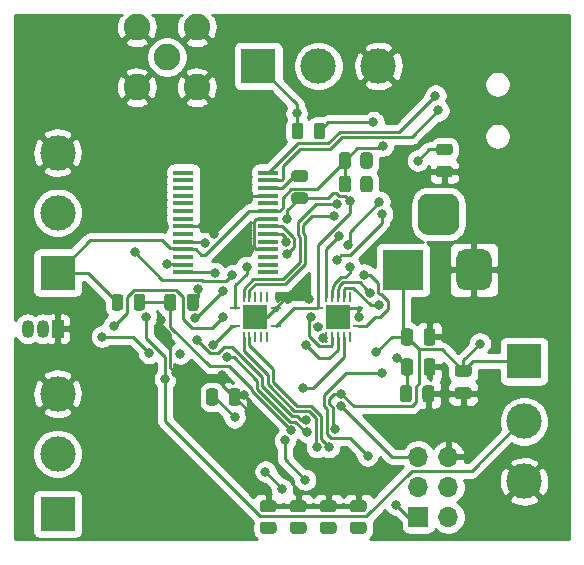
<source format=gbr>
%TF.GenerationSoftware,KiCad,Pcbnew,(5.1.9)-1*%
%TF.CreationDate,2021-03-15T18:44:28-04:00*%
%TF.ProjectId,Module Central,4d6f6475-6c65-4204-9365-6e7472616c2e,rev?*%
%TF.SameCoordinates,Original*%
%TF.FileFunction,Copper,L2,Bot*%
%TF.FilePolarity,Positive*%
%FSLAX46Y46*%
G04 Gerber Fmt 4.6, Leading zero omitted, Abs format (unit mm)*
G04 Created by KiCad (PCBNEW (5.1.9)-1) date 2021-03-15 18:44:28*
%MOMM*%
%LPD*%
G01*
G04 APERTURE LIST*
%TA.AperFunction,SMDPad,CuDef*%
%ADD10R,2.050000X2.050000*%
%TD*%
%TA.AperFunction,SMDPad,CuDef*%
%ADD11R,0.850000X0.280000*%
%TD*%
%TA.AperFunction,SMDPad,CuDef*%
%ADD12R,0.280000X0.850000*%
%TD*%
%TA.AperFunction,ComponentPad*%
%ADD13R,3.500000X3.500000*%
%TD*%
%TA.AperFunction,ComponentPad*%
%ADD14R,1.700000X1.700000*%
%TD*%
%TA.AperFunction,ComponentPad*%
%ADD15O,1.700000X1.700000*%
%TD*%
%TA.AperFunction,ComponentPad*%
%ADD16C,2.250000*%
%TD*%
%TA.AperFunction,ComponentPad*%
%ADD17R,3.000000X3.000000*%
%TD*%
%TA.AperFunction,ComponentPad*%
%ADD18C,3.000000*%
%TD*%
%TA.AperFunction,SMDPad,CuDef*%
%ADD19R,1.750000X0.450000*%
%TD*%
%TA.AperFunction,ComponentPad*%
%ADD20O,1.050000X1.500000*%
%TD*%
%TA.AperFunction,ComponentPad*%
%ADD21R,1.050000X1.500000*%
%TD*%
%TA.AperFunction,ViaPad*%
%ADD22C,0.800000*%
%TD*%
%TA.AperFunction,Conductor*%
%ADD23C,0.250000*%
%TD*%
%TA.AperFunction,Conductor*%
%ADD24C,0.254000*%
%TD*%
%TA.AperFunction,Conductor*%
%ADD25C,0.100000*%
%TD*%
G04 APERTURE END LIST*
D10*
%TO.P,U105,15*%
%TO.N,GND*%
X115750000Y-58000000D03*
D11*
%TO.P,U105,14*%
%TO.N,5V*%
X114025000Y-58750000D03*
D12*
%TO.P,U105,13*%
%TO.N,/D9*%
X114750000Y-59725000D03*
%TO.P,U105,12*%
%TO.N,/D10*%
X115250000Y-59725000D03*
%TO.P,U105,11*%
%TO.N,Net-(U105-Pad11)*%
X115750000Y-59725000D03*
%TO.P,U105,10*%
%TO.N,Net-(U105-Pad10)*%
X116250000Y-59725000D03*
%TO.P,U105,9*%
%TO.N,Net-(U105-Pad9)*%
X116750000Y-59725000D03*
D11*
%TO.P,U105,8*%
%TO.N,3V3*%
X117475000Y-58750000D03*
%TO.P,U105,7*%
%TO.N,GND*%
X117475000Y-57250000D03*
D12*
%TO.P,U105,6*%
%TO.N,Net-(U105-Pad6)*%
X116750000Y-56275000D03*
%TO.P,U105,5*%
%TO.N,Net-(U105-Pad5)*%
X116250000Y-56275000D03*
%TO.P,U105,4*%
%TO.N,Net-(U105-Pad4)*%
X115750000Y-56275000D03*
%TO.P,U105,3*%
%TO.N,Net-(U103-Pad5)*%
X115250000Y-56275000D03*
%TO.P,U105,2*%
%TO.N,Net-(U103-Pad6)*%
X114750000Y-56275000D03*
D11*
%TO.P,U105,1*%
%TO.N,3V3*%
X114025000Y-57250000D03*
%TD*%
D10*
%TO.P,U104,15*%
%TO.N,GND*%
X122750000Y-58000000D03*
D11*
%TO.P,U104,14*%
%TO.N,5V*%
X121025000Y-58750000D03*
D12*
%TO.P,U104,13*%
%TO.N,/SCK_D13*%
X121750000Y-59725000D03*
%TO.P,U104,12*%
%TO.N,Net-(JP102-Pad2)*%
X122250000Y-59725000D03*
%TO.P,U104,11*%
%TO.N,Net-(JP101-Pad2)*%
X122750000Y-59725000D03*
%TO.P,U104,10*%
%TO.N,Net-(U102-Pad32)*%
X123250000Y-59725000D03*
%TO.P,U104,9*%
%TO.N,Net-(U104-Pad9)*%
X123750000Y-59725000D03*
D11*
%TO.P,U104,8*%
%TO.N,3V3*%
X124475000Y-58750000D03*
%TO.P,U104,7*%
%TO.N,GND*%
X124475000Y-57250000D03*
D12*
%TO.P,U104,6*%
%TO.N,Net-(U104-Pad6)*%
X123750000Y-56275000D03*
%TO.P,U104,5*%
%TO.N,Net-(U103-Pad14)*%
X123250000Y-56275000D03*
%TO.P,U104,4*%
%TO.N,Net-(U103-Pad2)*%
X122750000Y-56275000D03*
%TO.P,U104,3*%
%TO.N,Net-(U103-Pad3)*%
X122250000Y-56275000D03*
%TO.P,U104,2*%
%TO.N,Net-(U103-Pad4)*%
X121750000Y-56275000D03*
D11*
%TO.P,U104,1*%
%TO.N,3V3*%
X121025000Y-57250000D03*
%TD*%
%TO.P,R201,2*%
%TO.N,DTR*%
%TA.AperFunction,SMDPad,CuDef*%
G36*
G01*
X105450000Y-57206250D02*
X105450000Y-56293750D01*
G75*
G02*
X105693750Y-56050000I243750J0D01*
G01*
X106181250Y-56050000D01*
G75*
G02*
X106425000Y-56293750I0J-243750D01*
G01*
X106425000Y-57206250D01*
G75*
G02*
X106181250Y-57450000I-243750J0D01*
G01*
X105693750Y-57450000D01*
G75*
G02*
X105450000Y-57206250I0J243750D01*
G01*
G37*
%TD.AperFunction*%
%TO.P,R201,1*%
%TO.N,5V*%
%TA.AperFunction,SMDPad,CuDef*%
G36*
G01*
X103575000Y-57206250D02*
X103575000Y-56293750D01*
G75*
G02*
X103818750Y-56050000I243750J0D01*
G01*
X104306250Y-56050000D01*
G75*
G02*
X104550000Y-56293750I0J-243750D01*
G01*
X104550000Y-57206250D01*
G75*
G02*
X104306250Y-57450000I-243750J0D01*
G01*
X103818750Y-57450000D01*
G75*
G02*
X103575000Y-57206250I0J243750D01*
G01*
G37*
%TD.AperFunction*%
%TD*%
%TO.P,C101,1*%
%TO.N,5V*%
%TA.AperFunction,SMDPad,CuDef*%
G36*
G01*
X132875000Y-62050000D02*
X133825000Y-62050000D01*
G75*
G02*
X134075000Y-62300000I0J-250000D01*
G01*
X134075000Y-62800000D01*
G75*
G02*
X133825000Y-63050000I-250000J0D01*
G01*
X132875000Y-63050000D01*
G75*
G02*
X132625000Y-62800000I0J250000D01*
G01*
X132625000Y-62300000D01*
G75*
G02*
X132875000Y-62050000I250000J0D01*
G01*
G37*
%TD.AperFunction*%
%TO.P,C101,2*%
%TO.N,GND*%
%TA.AperFunction,SMDPad,CuDef*%
G36*
G01*
X132875000Y-63950000D02*
X133825000Y-63950000D01*
G75*
G02*
X134075000Y-64200000I0J-250000D01*
G01*
X134075000Y-64700000D01*
G75*
G02*
X133825000Y-64950000I-250000J0D01*
G01*
X132875000Y-64950000D01*
G75*
G02*
X132625000Y-64700000I0J250000D01*
G01*
X132625000Y-64200000D01*
G75*
G02*
X132875000Y-63950000I250000J0D01*
G01*
G37*
%TD.AperFunction*%
%TD*%
%TO.P,C103,1*%
%TO.N,5V*%
%TA.AperFunction,SMDPad,CuDef*%
G36*
G01*
X128090000Y-60165000D02*
X128090000Y-59215000D01*
G75*
G02*
X128340000Y-58965000I250000J0D01*
G01*
X128840000Y-58965000D01*
G75*
G02*
X129090000Y-59215000I0J-250000D01*
G01*
X129090000Y-60165000D01*
G75*
G02*
X128840000Y-60415000I-250000J0D01*
G01*
X128340000Y-60415000D01*
G75*
G02*
X128090000Y-60165000I0J250000D01*
G01*
G37*
%TD.AperFunction*%
%TO.P,C103,2*%
%TO.N,GND*%
%TA.AperFunction,SMDPad,CuDef*%
G36*
G01*
X129990000Y-60165000D02*
X129990000Y-59215000D01*
G75*
G02*
X130240000Y-58965000I250000J0D01*
G01*
X130740000Y-58965000D01*
G75*
G02*
X130990000Y-59215000I0J-250000D01*
G01*
X130990000Y-60165000D01*
G75*
G02*
X130740000Y-60415000I-250000J0D01*
G01*
X130240000Y-60415000D01*
G75*
G02*
X129990000Y-60165000I0J250000D01*
G01*
G37*
%TD.AperFunction*%
%TD*%
%TO.P,C104,1*%
%TO.N,3V3*%
%TA.AperFunction,SMDPad,CuDef*%
G36*
G01*
X128090000Y-62705000D02*
X128090000Y-61755000D01*
G75*
G02*
X128340000Y-61505000I250000J0D01*
G01*
X128840000Y-61505000D01*
G75*
G02*
X129090000Y-61755000I0J-250000D01*
G01*
X129090000Y-62705000D01*
G75*
G02*
X128840000Y-62955000I-250000J0D01*
G01*
X128340000Y-62955000D01*
G75*
G02*
X128090000Y-62705000I0J250000D01*
G01*
G37*
%TD.AperFunction*%
%TO.P,C104,2*%
%TO.N,GND*%
%TA.AperFunction,SMDPad,CuDef*%
G36*
G01*
X129990000Y-62705000D02*
X129990000Y-61755000D01*
G75*
G02*
X130240000Y-61505000I250000J0D01*
G01*
X130740000Y-61505000D01*
G75*
G02*
X130990000Y-61755000I0J-250000D01*
G01*
X130990000Y-62705000D01*
G75*
G02*
X130740000Y-62955000I-250000J0D01*
G01*
X130240000Y-62955000D01*
G75*
G02*
X129990000Y-62705000I0J250000D01*
G01*
G37*
%TD.AperFunction*%
%TD*%
%TO.P,C105,2*%
%TO.N,GND*%
%TA.AperFunction,SMDPad,CuDef*%
G36*
G01*
X113480000Y-65245000D02*
X113480000Y-64295000D01*
G75*
G02*
X113730000Y-64045000I250000J0D01*
G01*
X114230000Y-64045000D01*
G75*
G02*
X114480000Y-64295000I0J-250000D01*
G01*
X114480000Y-65245000D01*
G75*
G02*
X114230000Y-65495000I-250000J0D01*
G01*
X113730000Y-65495000D01*
G75*
G02*
X113480000Y-65245000I0J250000D01*
G01*
G37*
%TD.AperFunction*%
%TO.P,C105,1*%
%TO.N,5V*%
%TA.AperFunction,SMDPad,CuDef*%
G36*
G01*
X111580000Y-65245000D02*
X111580000Y-64295000D01*
G75*
G02*
X111830000Y-64045000I250000J0D01*
G01*
X112330000Y-64045000D01*
G75*
G02*
X112580000Y-64295000I0J-250000D01*
G01*
X112580000Y-65245000D01*
G75*
G02*
X112330000Y-65495000I-250000J0D01*
G01*
X111830000Y-65495000D01*
G75*
G02*
X111580000Y-65245000I0J250000D01*
G01*
G37*
%TD.AperFunction*%
%TD*%
%TO.P,C109,1*%
%TO.N,3V3*%
%TA.AperFunction,SMDPad,CuDef*%
G36*
G01*
X128000000Y-64975000D02*
X128000000Y-64025000D01*
G75*
G02*
X128250000Y-63775000I250000J0D01*
G01*
X128750000Y-63775000D01*
G75*
G02*
X129000000Y-64025000I0J-250000D01*
G01*
X129000000Y-64975000D01*
G75*
G02*
X128750000Y-65225000I-250000J0D01*
G01*
X128250000Y-65225000D01*
G75*
G02*
X128000000Y-64975000I0J250000D01*
G01*
G37*
%TD.AperFunction*%
%TO.P,C109,2*%
%TO.N,GND*%
%TA.AperFunction,SMDPad,CuDef*%
G36*
G01*
X129900000Y-64975000D02*
X129900000Y-64025000D01*
G75*
G02*
X130150000Y-63775000I250000J0D01*
G01*
X130650000Y-63775000D01*
G75*
G02*
X130900000Y-64025000I0J-250000D01*
G01*
X130900000Y-64975000D01*
G75*
G02*
X130650000Y-65225000I-250000J0D01*
G01*
X130150000Y-65225000D01*
G75*
G02*
X129900000Y-64975000I0J250000D01*
G01*
G37*
%TD.AperFunction*%
%TD*%
%TO.P,C203,2*%
%TO.N,Net-(C203-Pad2)*%
%TA.AperFunction,SMDPad,CuDef*%
G36*
G01*
X109950000Y-57225000D02*
X109950000Y-56275000D01*
G75*
G02*
X110200000Y-56025000I250000J0D01*
G01*
X110700000Y-56025000D01*
G75*
G02*
X110950000Y-56275000I0J-250000D01*
G01*
X110950000Y-57225000D01*
G75*
G02*
X110700000Y-57475000I-250000J0D01*
G01*
X110200000Y-57475000D01*
G75*
G02*
X109950000Y-57225000I0J250000D01*
G01*
G37*
%TD.AperFunction*%
%TO.P,C203,1*%
%TO.N,DTR*%
%TA.AperFunction,SMDPad,CuDef*%
G36*
G01*
X108050000Y-57225000D02*
X108050000Y-56275000D01*
G75*
G02*
X108300000Y-56025000I250000J0D01*
G01*
X108800000Y-56025000D01*
G75*
G02*
X109050000Y-56275000I0J-250000D01*
G01*
X109050000Y-57225000D01*
G75*
G02*
X108800000Y-57475000I-250000J0D01*
G01*
X108300000Y-57475000D01*
G75*
G02*
X108050000Y-57225000I0J250000D01*
G01*
G37*
%TD.AperFunction*%
%TD*%
%TO.P,D201,1*%
%TO.N,5V*%
%TA.AperFunction,SMDPad,CuDef*%
G36*
G01*
X118825000Y-42706250D02*
X118825000Y-41793750D01*
G75*
G02*
X119068750Y-41550000I243750J0D01*
G01*
X119556250Y-41550000D01*
G75*
G02*
X119800000Y-41793750I0J-243750D01*
G01*
X119800000Y-42706250D01*
G75*
G02*
X119556250Y-42950000I-243750J0D01*
G01*
X119068750Y-42950000D01*
G75*
G02*
X118825000Y-42706250I0J243750D01*
G01*
G37*
%TD.AperFunction*%
%TO.P,D201,2*%
%TO.N,Net-(D201-Pad2)*%
%TA.AperFunction,SMDPad,CuDef*%
G36*
G01*
X120700000Y-42706250D02*
X120700000Y-41793750D01*
G75*
G02*
X120943750Y-41550000I243750J0D01*
G01*
X121431250Y-41550000D01*
G75*
G02*
X121675000Y-41793750I0J-243750D01*
G01*
X121675000Y-42706250D01*
G75*
G02*
X121431250Y-42950000I-243750J0D01*
G01*
X120943750Y-42950000D01*
G75*
G02*
X120700000Y-42706250I0J243750D01*
G01*
G37*
%TD.AperFunction*%
%TD*%
%TO.P,D202,2*%
%TO.N,Net-(D202-Pad2)*%
%TA.AperFunction,SMDPad,CuDef*%
G36*
G01*
X119956250Y-46550000D02*
X119043750Y-46550000D01*
G75*
G02*
X118800000Y-46306250I0J243750D01*
G01*
X118800000Y-45818750D01*
G75*
G02*
X119043750Y-45575000I243750J0D01*
G01*
X119956250Y-45575000D01*
G75*
G02*
X120200000Y-45818750I0J-243750D01*
G01*
X120200000Y-46306250D01*
G75*
G02*
X119956250Y-46550000I-243750J0D01*
G01*
G37*
%TD.AperFunction*%
%TO.P,D202,1*%
%TO.N,3V3*%
%TA.AperFunction,SMDPad,CuDef*%
G36*
G01*
X119956250Y-48425000D02*
X119043750Y-48425000D01*
G75*
G02*
X118800000Y-48181250I0J243750D01*
G01*
X118800000Y-47693750D01*
G75*
G02*
X119043750Y-47450000I243750J0D01*
G01*
X119956250Y-47450000D01*
G75*
G02*
X120200000Y-47693750I0J-243750D01*
G01*
X120200000Y-48181250D01*
G75*
G02*
X119956250Y-48425000I-243750J0D01*
G01*
G37*
%TD.AperFunction*%
%TD*%
D13*
%TO.P,J101,1*%
%TO.N,5V*%
X128250000Y-54000000D03*
%TO.P,J101,2*%
%TO.N,GND*%
%TA.AperFunction,ComponentPad*%
G36*
G01*
X135750000Y-53000000D02*
X135750000Y-55000000D01*
G75*
G02*
X135000000Y-55750000I-750000J0D01*
G01*
X133500000Y-55750000D01*
G75*
G02*
X132750000Y-55000000I0J750000D01*
G01*
X132750000Y-53000000D01*
G75*
G02*
X133500000Y-52250000I750000J0D01*
G01*
X135000000Y-52250000D01*
G75*
G02*
X135750000Y-53000000I0J-750000D01*
G01*
G37*
%TD.AperFunction*%
%TO.P,J101,3*%
%TO.N,N/C*%
%TA.AperFunction,ComponentPad*%
G36*
G01*
X133000000Y-48425000D02*
X133000000Y-50175000D01*
G75*
G02*
X132125000Y-51050000I-875000J0D01*
G01*
X130375000Y-51050000D01*
G75*
G02*
X129500000Y-50175000I0J875000D01*
G01*
X129500000Y-48425000D01*
G75*
G02*
X130375000Y-47550000I875000J0D01*
G01*
X132125000Y-47550000D01*
G75*
G02*
X133000000Y-48425000I0J-875000D01*
G01*
G37*
%TD.AperFunction*%
%TD*%
D14*
%TO.P,J102,1*%
%TO.N,/MISO_D12*%
X129540000Y-74930000D03*
D15*
%TO.P,J102,2*%
%TO.N,5V*%
X132080000Y-74930000D03*
%TO.P,J102,3*%
%TO.N,/SCK_D13*%
X129540000Y-72390000D03*
%TO.P,J102,4*%
%TO.N,/MOSI_D11*%
X132080000Y-72390000D03*
%TO.P,J102,5*%
%TO.N,DTR*%
X129540000Y-69850000D03*
%TO.P,J102,6*%
%TO.N,GND*%
X132080000Y-69850000D03*
%TD*%
D16*
%TO.P,J103,2*%
%TO.N,GND*%
X110790000Y-38540000D03*
X105710000Y-38540000D03*
X105710000Y-33460000D03*
X110790000Y-33460000D03*
%TO.P,J103,1*%
%TO.N,Net-(J103-Pad1)*%
X108250000Y-36000000D03*
%TD*%
D17*
%TO.P,J301,1*%
%TO.N,5V*%
X99000000Y-74660000D03*
D18*
%TO.P,J301,2*%
%TO.N,1-Wire*%
X99000000Y-69580000D03*
%TO.P,J301,3*%
%TO.N,GND*%
X99000000Y-64500000D03*
%TD*%
%TO.P,J302,3*%
%TO.N,GND*%
X138500000Y-71910000D03*
%TO.P,J302,2*%
%TO.N,1-Wire*%
X138500000Y-66830000D03*
D17*
%TO.P,J302,1*%
%TO.N,5V*%
X138500000Y-61750000D03*
%TD*%
%TO.P,J303,1*%
%TO.N,5V*%
X99000000Y-54250000D03*
D18*
%TO.P,J303,2*%
%TO.N,1-Wire*%
X99000000Y-49170000D03*
%TO.P,J303,3*%
%TO.N,GND*%
X99000000Y-44090000D03*
%TD*%
%TO.P,J304,3*%
%TO.N,GND*%
X126160000Y-36750000D03*
%TO.P,J304,2*%
%TO.N,1-Wire*%
X121080000Y-36750000D03*
D17*
%TO.P,J304,1*%
%TO.N,5V*%
X116000000Y-36750000D03*
%TD*%
%TO.P,R102,1*%
%TO.N,Net-(D101-Pad1)*%
%TA.AperFunction,SMDPad,CuDef*%
G36*
G01*
X117290002Y-76355000D02*
X116389998Y-76355000D01*
G75*
G02*
X116140000Y-76105002I0J249998D01*
G01*
X116140000Y-75579998D01*
G75*
G02*
X116389998Y-75330000I249998J0D01*
G01*
X117290002Y-75330000D01*
G75*
G02*
X117540000Y-75579998I0J-249998D01*
G01*
X117540000Y-76105002D01*
G75*
G02*
X117290002Y-76355000I-249998J0D01*
G01*
G37*
%TD.AperFunction*%
%TO.P,R102,2*%
%TO.N,GND*%
%TA.AperFunction,SMDPad,CuDef*%
G36*
G01*
X117290002Y-74530000D02*
X116389998Y-74530000D01*
G75*
G02*
X116140000Y-74280002I0J249998D01*
G01*
X116140000Y-73754998D01*
G75*
G02*
X116389998Y-73505000I249998J0D01*
G01*
X117290002Y-73505000D01*
G75*
G02*
X117540000Y-73754998I0J-249998D01*
G01*
X117540000Y-74280002D01*
G75*
G02*
X117290002Y-74530000I-249998J0D01*
G01*
G37*
%TD.AperFunction*%
%TD*%
%TO.P,R103,2*%
%TO.N,GND*%
%TA.AperFunction,SMDPad,CuDef*%
G36*
G01*
X119830002Y-74530000D02*
X118929998Y-74530000D01*
G75*
G02*
X118680000Y-74280002I0J249998D01*
G01*
X118680000Y-73754998D01*
G75*
G02*
X118929998Y-73505000I249998J0D01*
G01*
X119830002Y-73505000D01*
G75*
G02*
X120080000Y-73754998I0J-249998D01*
G01*
X120080000Y-74280002D01*
G75*
G02*
X119830002Y-74530000I-249998J0D01*
G01*
G37*
%TD.AperFunction*%
%TO.P,R103,1*%
%TO.N,Net-(D102-Pad1)*%
%TA.AperFunction,SMDPad,CuDef*%
G36*
G01*
X119830002Y-76355000D02*
X118929998Y-76355000D01*
G75*
G02*
X118680000Y-76105002I0J249998D01*
G01*
X118680000Y-75579998D01*
G75*
G02*
X118929998Y-75330000I249998J0D01*
G01*
X119830002Y-75330000D01*
G75*
G02*
X120080000Y-75579998I0J-249998D01*
G01*
X120080000Y-76105002D01*
G75*
G02*
X119830002Y-76355000I-249998J0D01*
G01*
G37*
%TD.AperFunction*%
%TD*%
%TO.P,R104,1*%
%TO.N,Net-(D103-Pad1)*%
%TA.AperFunction,SMDPad,CuDef*%
G36*
G01*
X122370002Y-76355000D02*
X121469998Y-76355000D01*
G75*
G02*
X121220000Y-76105002I0J249998D01*
G01*
X121220000Y-75579998D01*
G75*
G02*
X121469998Y-75330000I249998J0D01*
G01*
X122370002Y-75330000D01*
G75*
G02*
X122620000Y-75579998I0J-249998D01*
G01*
X122620000Y-76105002D01*
G75*
G02*
X122370002Y-76355000I-249998J0D01*
G01*
G37*
%TD.AperFunction*%
%TO.P,R104,2*%
%TO.N,GND*%
%TA.AperFunction,SMDPad,CuDef*%
G36*
G01*
X122370002Y-74530000D02*
X121469998Y-74530000D01*
G75*
G02*
X121220000Y-74280002I0J249998D01*
G01*
X121220000Y-73754998D01*
G75*
G02*
X121469998Y-73505000I249998J0D01*
G01*
X122370002Y-73505000D01*
G75*
G02*
X122620000Y-73754998I0J-249998D01*
G01*
X122620000Y-74280002D01*
G75*
G02*
X122370002Y-74530000I-249998J0D01*
G01*
G37*
%TD.AperFunction*%
%TD*%
%TO.P,R105,2*%
%TO.N,GND*%
%TA.AperFunction,SMDPad,CuDef*%
G36*
G01*
X124910002Y-74530000D02*
X124009998Y-74530000D01*
G75*
G02*
X123760000Y-74280002I0J249998D01*
G01*
X123760000Y-73754998D01*
G75*
G02*
X124009998Y-73505000I249998J0D01*
G01*
X124910002Y-73505000D01*
G75*
G02*
X125160000Y-73754998I0J-249998D01*
G01*
X125160000Y-74280002D01*
G75*
G02*
X124910002Y-74530000I-249998J0D01*
G01*
G37*
%TD.AperFunction*%
%TO.P,R105,1*%
%TO.N,Net-(D104-Pad1)*%
%TA.AperFunction,SMDPad,CuDef*%
G36*
G01*
X124910002Y-76355000D02*
X124009998Y-76355000D01*
G75*
G02*
X123760000Y-76105002I0J249998D01*
G01*
X123760000Y-75579998D01*
G75*
G02*
X124009998Y-75330000I249998J0D01*
G01*
X124910002Y-75330000D01*
G75*
G02*
X125160000Y-75579998I0J-249998D01*
G01*
X125160000Y-76105002D01*
G75*
G02*
X124910002Y-76355000I-249998J0D01*
G01*
G37*
%TD.AperFunction*%
%TD*%
%TO.P,R204,1*%
%TO.N,Net-(D203-Pad2)*%
%TA.AperFunction,SMDPad,CuDef*%
G36*
G01*
X125675000Y-46299998D02*
X125675000Y-47200002D01*
G75*
G02*
X125425002Y-47450000I-249998J0D01*
G01*
X124899998Y-47450000D01*
G75*
G02*
X124650000Y-47200002I0J249998D01*
G01*
X124650000Y-46299998D01*
G75*
G02*
X124899998Y-46050000I249998J0D01*
G01*
X125425002Y-46050000D01*
G75*
G02*
X125675000Y-46299998I0J-249998D01*
G01*
G37*
%TD.AperFunction*%
%TO.P,R204,2*%
%TO.N,5V*%
%TA.AperFunction,SMDPad,CuDef*%
G36*
G01*
X123850000Y-46299998D02*
X123850000Y-47200002D01*
G75*
G02*
X123600002Y-47450000I-249998J0D01*
G01*
X123074998Y-47450000D01*
G75*
G02*
X122825000Y-47200002I0J249998D01*
G01*
X122825000Y-46299998D01*
G75*
G02*
X123074998Y-46050000I249998J0D01*
G01*
X123600002Y-46050000D01*
G75*
G02*
X123850000Y-46299998I0J-249998D01*
G01*
G37*
%TD.AperFunction*%
%TD*%
%TO.P,R205,2*%
%TO.N,5V*%
%TA.AperFunction,SMDPad,CuDef*%
G36*
G01*
X123850000Y-44299998D02*
X123850000Y-45200002D01*
G75*
G02*
X123600002Y-45450000I-249998J0D01*
G01*
X123074998Y-45450000D01*
G75*
G02*
X122825000Y-45200002I0J249998D01*
G01*
X122825000Y-44299998D01*
G75*
G02*
X123074998Y-44050000I249998J0D01*
G01*
X123600002Y-44050000D01*
G75*
G02*
X123850000Y-44299998I0J-249998D01*
G01*
G37*
%TD.AperFunction*%
%TO.P,R205,1*%
%TO.N,Net-(D204-Pad2)*%
%TA.AperFunction,SMDPad,CuDef*%
G36*
G01*
X125675000Y-44299998D02*
X125675000Y-45200002D01*
G75*
G02*
X125425002Y-45450000I-249998J0D01*
G01*
X124899998Y-45450000D01*
G75*
G02*
X124650000Y-45200002I0J249998D01*
G01*
X124650000Y-44299998D01*
G75*
G02*
X124899998Y-44050000I249998J0D01*
G01*
X125425002Y-44050000D01*
G75*
G02*
X125675000Y-44299998I0J-249998D01*
G01*
G37*
%TD.AperFunction*%
%TD*%
D19*
%TO.P,U201,1*%
%TO.N,Net-(R203-Pad2)*%
X109650000Y-54225000D03*
%TO.P,U201,2*%
%TO.N,Net-(C203-Pad2)*%
X109650000Y-53575000D03*
%TO.P,U201,3*%
%TO.N,Net-(U201-Pad3)*%
X109650000Y-52925000D03*
%TO.P,U201,4*%
%TO.N,5V*%
X109650000Y-52275000D03*
%TO.P,U201,5*%
%TO.N,TX*%
X109650000Y-51625000D03*
%TO.P,U201,6*%
%TO.N,Net-(U201-Pad6)*%
X109650000Y-50975000D03*
%TO.P,U201,7*%
%TO.N,GND*%
X109650000Y-50325000D03*
%TO.P,U201,8*%
%TO.N,N/C*%
X109650000Y-49675000D03*
%TO.P,U201,9*%
%TO.N,Net-(U201-Pad9)*%
X109650000Y-49025000D03*
%TO.P,U201,10*%
%TO.N,Net-(U201-Pad10)*%
X109650000Y-48375000D03*
%TO.P,U201,11*%
%TO.N,Net-(U201-Pad11)*%
X109650000Y-47725000D03*
%TO.P,U201,12*%
%TO.N,Net-(U201-Pad12)*%
X109650000Y-47075000D03*
%TO.P,U201,13*%
%TO.N,Net-(U201-Pad13)*%
X109650000Y-46425000D03*
%TO.P,U201,14*%
%TO.N,Net-(U201-Pad14)*%
X109650000Y-45775000D03*
%TO.P,U201,15*%
%TO.N,Net-(J201-Pad3)*%
X116850000Y-45775000D03*
%TO.P,U201,16*%
%TO.N,Net-(J201-Pad2)*%
X116850000Y-46425000D03*
%TO.P,U201,17*%
%TO.N,Net-(D202-Pad2)*%
X116850000Y-47075000D03*
%TO.P,U201,18*%
%TO.N,GND*%
X116850000Y-47725000D03*
%TO.P,U201,19*%
%TO.N,Net-(U201-Pad19)*%
X116850000Y-48375000D03*
%TO.P,U201,20*%
%TO.N,5V*%
X116850000Y-49025000D03*
%TO.P,U201,21*%
%TO.N,GND*%
X116850000Y-49675000D03*
%TO.P,U201,22*%
%TO.N,Net-(D204-Pad1)*%
X116850000Y-50325000D03*
%TO.P,U201,23*%
%TO.N,Net-(D203-Pad1)*%
X116850000Y-50975000D03*
%TO.P,U201,24*%
%TO.N,N/C*%
X116850000Y-51625000D03*
%TO.P,U201,25*%
%TO.N,GND*%
X116850000Y-52275000D03*
%TO.P,U201,26*%
%TO.N,Net-(U201-Pad26)*%
X116850000Y-52925000D03*
%TO.P,U201,27*%
%TO.N,Net-(U201-Pad27)*%
X116850000Y-53575000D03*
%TO.P,U201,28*%
%TO.N,Net-(U201-Pad28)*%
X116850000Y-54225000D03*
%TD*%
D20*
%TO.P,U301,2*%
%TO.N,1-Wire*%
X97730000Y-59000000D03*
%TO.P,U301,3*%
%TO.N,5V*%
X96460000Y-59000000D03*
D21*
%TO.P,U301,1*%
%TO.N,GND*%
X99000000Y-59000000D03*
%TD*%
%TO.P,R106,1*%
%TO.N,Net-(D105-Pad1)*%
%TA.AperFunction,SMDPad,CuDef*%
G36*
G01*
X131293750Y-43325000D02*
X132206250Y-43325000D01*
G75*
G02*
X132450000Y-43568750I0J-243750D01*
G01*
X132450000Y-44056250D01*
G75*
G02*
X132206250Y-44300000I-243750J0D01*
G01*
X131293750Y-44300000D01*
G75*
G02*
X131050000Y-44056250I0J243750D01*
G01*
X131050000Y-43568750D01*
G75*
G02*
X131293750Y-43325000I243750J0D01*
G01*
G37*
%TD.AperFunction*%
%TO.P,R106,2*%
%TO.N,GND*%
%TA.AperFunction,SMDPad,CuDef*%
G36*
G01*
X131293750Y-45200000D02*
X132206250Y-45200000D01*
G75*
G02*
X132450000Y-45443750I0J-243750D01*
G01*
X132450000Y-45931250D01*
G75*
G02*
X132206250Y-46175000I-243750J0D01*
G01*
X131293750Y-46175000D01*
G75*
G02*
X131050000Y-45931250I0J243750D01*
G01*
X131050000Y-45443750D01*
G75*
G02*
X131293750Y-45200000I243750J0D01*
G01*
G37*
%TD.AperFunction*%
%TD*%
D22*
%TO.N,5V*%
X114000000Y-66500000D03*
X134750000Y-60250000D03*
X126538080Y-43491136D03*
X119250000Y-40750000D03*
X123012653Y-64487347D03*
X122522696Y-67499271D03*
X126000000Y-61000000D03*
X121055775Y-58831347D03*
X109375320Y-61100001D03*
X102750000Y-59662500D03*
X112203098Y-60346030D03*
X106754680Y-61029999D03*
%TO.N,GND*%
X102250000Y-50500000D03*
X114500000Y-52500000D03*
X130810000Y-66650000D03*
X115000000Y-67250000D03*
X112225009Y-50999685D03*
X127250000Y-40050000D03*
X123250000Y-40025000D03*
X100500000Y-61500000D03*
X104000000Y-63250000D03*
X107750000Y-58250000D03*
X127250000Y-50750000D03*
X114827485Y-64617312D03*
X120300000Y-56514320D03*
X124500000Y-58000000D03*
X112953188Y-62899980D03*
X109000000Y-62750000D03*
%TO.N,3V3*%
X118461862Y-49737041D03*
X127750000Y-61500000D03*
X123753071Y-48162859D03*
X124930690Y-54398906D03*
X115000000Y-53750000D03*
%TO.N,Net-(C203-Pad2)*%
X108250000Y-53500000D03*
X110904429Y-55610837D03*
%TO.N,DTR*%
X123009498Y-65532780D03*
X118749231Y-67573499D03*
%TO.N,Net-(D101-Pad1)*%
X116840000Y-75842500D03*
%TO.N,Net-(D102-Pad1)*%
X119380000Y-75842500D03*
%TO.N,Net-(D103-Pad1)*%
X121920000Y-75842500D03*
%TO.N,Net-(D103-Pad2)*%
X118000000Y-72590062D03*
X116602383Y-71091786D03*
%TO.N,Net-(D104-Pad1)*%
X124460000Y-75842500D03*
%TO.N,Net-(D104-Pad2)*%
X119967059Y-71774954D03*
X118250012Y-68439988D03*
%TO.N,Net-(D201-Pad2)*%
X125750000Y-41500000D03*
%TO.N,Net-(D203-Pad1)*%
X126250000Y-48250000D03*
X123578136Y-51862104D03*
X118325003Y-51685871D03*
%TO.N,Net-(D203-Pad2)*%
X125162500Y-46750000D03*
%TO.N,Net-(D204-Pad2)*%
X125162500Y-44750000D03*
%TO.N,Net-(D204-Pad1)*%
X126475000Y-49262653D03*
X122629769Y-53150022D03*
X118429992Y-52680350D03*
%TO.N,/MISO_D12*%
X127639989Y-73885055D03*
X120077039Y-66738768D03*
X110775000Y-59975000D03*
%TO.N,/SCK_D13*%
X125260136Y-69738101D03*
X126500000Y-62750000D03*
X121509948Y-59750000D03*
%TO.N,/MOSI_D11*%
X120154317Y-67735789D03*
X113336663Y-61397661D03*
%TO.N,Net-(J201-Pad2)*%
X131237340Y-40512660D03*
%TO.N,Net-(J201-Pad3)*%
X131000004Y-39250000D03*
%TO.N,1-Wire*%
X106500000Y-58000000D03*
X108100020Y-63250000D03*
%TO.N,Net-(JP101-Pad2)*%
X120000000Y-60389950D03*
X113011033Y-55794334D03*
X110649966Y-58123401D03*
%TO.N,Net-(JP102-Pad2)*%
X103750000Y-58750000D03*
X120428470Y-57964974D03*
X113000000Y-58000000D03*
%TO.N,Net-(R203-Pad2)*%
X112299989Y-54250000D03*
%TO.N,/D9*%
X120987342Y-69012658D03*
%TO.N,/D10*%
X122000003Y-69000000D03*
%TO.N,TX*%
X111487340Y-51737340D03*
%TO.N,Net-(D105-Pad1)*%
X129500000Y-44750000D03*
%TO.N,Net-(U102-Pad32)*%
X119750000Y-63999994D03*
%TO.N,Net-(U103-Pad2)*%
X125449998Y-55924679D03*
%TO.N,Net-(U103-Pad3)*%
X123750000Y-53750000D03*
%TO.N,Net-(U103-Pad5)*%
X122386727Y-49439859D03*
%TO.N,Net-(U103-Pad6)*%
X122630012Y-48469892D03*
%TO.N,Net-(U103-Pad14)*%
X105530000Y-52530000D03*
X126250000Y-57000000D03*
X113769448Y-54471669D03*
%TO.N,Net-(U103-Pad4)*%
X122868172Y-51157851D03*
%TD*%
D23*
%TO.N,5V*%
X112270000Y-64770000D02*
X112080000Y-64770000D01*
X114000000Y-66500000D02*
X112270000Y-64770000D01*
X134150000Y-61750000D02*
X133350000Y-62550000D01*
X138250000Y-61750000D02*
X134150000Y-61750000D01*
X128250000Y-59350000D02*
X128590000Y-59690000D01*
X128250000Y-54000000D02*
X128250000Y-59350000D01*
X131540010Y-60740010D02*
X133350000Y-62550000D01*
X129640010Y-60740010D02*
X131540010Y-60740010D01*
X128590000Y-59690000D02*
X129640010Y-60740010D01*
X133350000Y-61650000D02*
X133350000Y-62550000D01*
X134750000Y-60250000D02*
X133350000Y-61650000D01*
X123337500Y-46750000D02*
X123337500Y-44750000D01*
X126304226Y-43724990D02*
X126538080Y-43491136D01*
X124362510Y-43724990D02*
X126304226Y-43724990D01*
X123337500Y-44750000D02*
X124362510Y-43724990D01*
X119250000Y-42187500D02*
X119312500Y-42250000D01*
X119250000Y-40750000D02*
X119250000Y-42187500D01*
X117775001Y-49025000D02*
X116850000Y-49025000D01*
X118050001Y-48750000D02*
X117775001Y-49025000D01*
X118050001Y-47883149D02*
X118050001Y-48750000D01*
X118808160Y-47124990D02*
X118050001Y-47883149D01*
X120962510Y-47124990D02*
X118808160Y-47124990D01*
X123337500Y-44750000D02*
X120962510Y-47124990D01*
X119250000Y-40000000D02*
X116000000Y-36750000D01*
X119250000Y-40750000D02*
X119250000Y-40000000D01*
X129325010Y-65213180D02*
X128988180Y-65550010D01*
X124075316Y-65550010D02*
X123012653Y-64487347D01*
X129325010Y-63924990D02*
X129325010Y-65213180D01*
X128988180Y-65550010D02*
X124075316Y-65550010D01*
X129640010Y-63609990D02*
X129325010Y-63924990D01*
X129640010Y-60740010D02*
X129640010Y-63609990D01*
X111160002Y-52750000D02*
X110685002Y-52275000D01*
X115225000Y-49025000D02*
X111500000Y-52750000D01*
X110685002Y-52275000D02*
X109650000Y-52275000D01*
X116850000Y-49025000D02*
X115225000Y-49025000D01*
X111500000Y-52750000D02*
X111160002Y-52750000D01*
X101562500Y-54250000D02*
X104062500Y-56750000D01*
X99000000Y-54250000D02*
X101562500Y-54250000D01*
X101750000Y-51500000D02*
X99000000Y-54250000D01*
X107839998Y-51500000D02*
X101750000Y-51500000D01*
X108514999Y-52175001D02*
X107839998Y-51500000D01*
X109550001Y-52175001D02*
X108514999Y-52175001D01*
X109650000Y-52275000D02*
X109550001Y-52175001D01*
X122014055Y-65338959D02*
X122289046Y-65613950D01*
X122289046Y-65613950D02*
X122289046Y-67265621D01*
X122446968Y-64487347D02*
X122014055Y-64920260D01*
X122289046Y-67265621D02*
X122522696Y-67499271D01*
X122014055Y-64920260D02*
X122014055Y-65338959D01*
X123012653Y-64487347D02*
X122446968Y-64487347D01*
X127310000Y-59690000D02*
X128590000Y-59690000D01*
X126000000Y-61000000D02*
X127310000Y-59690000D01*
X121025000Y-58800572D02*
X121055775Y-58831347D01*
X121025000Y-58750000D02*
X121025000Y-58800572D01*
X114025000Y-58750000D02*
X113799128Y-58750000D01*
X113799128Y-58750000D02*
X112203098Y-60346030D01*
X102750000Y-59662500D02*
X105387181Y-59662500D01*
X105387181Y-59662500D02*
X106754680Y-61029999D01*
%TO.N,GND*%
X109650000Y-50325000D02*
X110925000Y-50325000D01*
X115814998Y-52275000D02*
X116850000Y-52275000D01*
X115649999Y-52110001D02*
X115814998Y-52275000D01*
X115649999Y-49839999D02*
X115649999Y-52110001D01*
X115814998Y-49675000D02*
X115649999Y-49839999D01*
X116850000Y-49675000D02*
X115814998Y-49675000D01*
X114889999Y-52110001D02*
X114500000Y-52500000D01*
X115649999Y-52110001D02*
X114889999Y-52110001D01*
X115000000Y-65790000D02*
X113980000Y-64770000D01*
X115000000Y-67250000D02*
X115000000Y-65790000D01*
X113525000Y-47725000D02*
X110925000Y-50325000D01*
X116850000Y-47725000D02*
X113525000Y-47725000D01*
X111550324Y-50325000D02*
X112225009Y-50999685D01*
X110925000Y-50325000D02*
X111550324Y-50325000D01*
X102250000Y-61500000D02*
X104000000Y-63250000D01*
X100500000Y-61500000D02*
X102250000Y-61500000D01*
X114674797Y-64770000D02*
X114827485Y-64617312D01*
X113980000Y-64770000D02*
X114674797Y-64770000D01*
X123500000Y-57250000D02*
X122750000Y-58000000D01*
X124475000Y-57250000D02*
X123500000Y-57250000D01*
X124475000Y-57975000D02*
X124500000Y-58000000D01*
X124475000Y-57250000D02*
X124475000Y-57975000D01*
X112953188Y-63743188D02*
X112953188Y-62899980D01*
X113980000Y-64770000D02*
X112953188Y-63743188D01*
X118210680Y-56514320D02*
X120300000Y-56514320D01*
X117475000Y-57250000D02*
X118210680Y-56514320D01*
X116725000Y-58000000D02*
X117475000Y-57250000D01*
X115750000Y-58000000D02*
X116725000Y-58000000D01*
X107750000Y-58659414D02*
X107750000Y-58250000D01*
X108550030Y-59459444D02*
X107750000Y-58659414D01*
X108550030Y-62300030D02*
X108550030Y-59459444D01*
X109000000Y-62750000D02*
X108550030Y-62300030D01*
%TO.N,3V3*%
X128590000Y-64410000D02*
X128500000Y-64500000D01*
X128590000Y-62230000D02*
X128590000Y-64410000D01*
X119500000Y-47937500D02*
X118461862Y-48975638D01*
X118461862Y-48975638D02*
X118461862Y-49737041D01*
X127860000Y-61500000D02*
X127750000Y-61500000D01*
X128590000Y-62230000D02*
X127860000Y-61500000D01*
X126174990Y-55139734D02*
X125434162Y-54398906D01*
X125434162Y-54398906D02*
X124930690Y-54398906D01*
X126174999Y-55077530D02*
X125496375Y-54398906D01*
X126325001Y-56075001D02*
X126174999Y-55924999D01*
X125496375Y-54398906D02*
X124930690Y-54398906D01*
X126975001Y-56651999D02*
X126398003Y-56075001D01*
X126975001Y-57348001D02*
X126975001Y-56651999D01*
X126325001Y-57998001D02*
X126975001Y-57348001D01*
X125901999Y-57998001D02*
X126325001Y-57998001D01*
X126174999Y-55924999D02*
X126174999Y-55077530D01*
X125150000Y-58750000D02*
X125901999Y-57998001D01*
X126398003Y-56075001D02*
X126325001Y-56075001D01*
X124475000Y-58750000D02*
X125150000Y-58750000D01*
X115000000Y-54060002D02*
X115000000Y-53750000D01*
X121937132Y-47937500D02*
X122348197Y-47526435D01*
X119500000Y-47937500D02*
X121937132Y-47937500D01*
X122836820Y-47775010D02*
X123365222Y-47775010D01*
X122348197Y-47526435D02*
X122588245Y-47526435D01*
X123365222Y-47775010D02*
X123753071Y-48162859D01*
X122588245Y-47526435D02*
X122836820Y-47775010D01*
X123753071Y-49199950D02*
X123753071Y-48162859D01*
X121025000Y-51928021D02*
X123753071Y-49199950D01*
X121025000Y-57250000D02*
X121025000Y-51928021D01*
X115000000Y-54314119D02*
X115000000Y-53750000D01*
X114025000Y-55289119D02*
X115000000Y-54314119D01*
X114025000Y-57250000D02*
X114025000Y-55289119D01*
X121014973Y-57239973D02*
X121025000Y-57250000D01*
X118985027Y-57239973D02*
X121014973Y-57239973D01*
X117475000Y-58750000D02*
X118985027Y-57239973D01*
%TO.N,Net-(C203-Pad2)*%
X109575000Y-53500000D02*
X109650000Y-53575000D01*
X108250000Y-53500000D02*
X109575000Y-53500000D01*
X110904429Y-56295571D02*
X110904429Y-55610837D01*
X110450000Y-56750000D02*
X110904429Y-56295571D01*
%TO.N,DTR*%
X105937500Y-56750000D02*
X108550000Y-56750000D01*
X127326718Y-69850000D02*
X123009498Y-65532780D01*
X129540000Y-69850000D02*
X127326718Y-69850000D01*
X111901975Y-62174979D02*
X113538569Y-62174979D01*
X113538569Y-62174979D02*
X115449956Y-64086366D01*
X115449956Y-64086366D02*
X115449956Y-64245600D01*
X115449956Y-64245600D02*
X118749231Y-67544875D01*
X118749231Y-67544875D02*
X118749231Y-67573499D01*
X108550000Y-56750000D02*
X108550000Y-58823004D01*
X108550000Y-58823004D02*
X111901975Y-62174979D01*
%TO.N,Net-(D103-Pad2)*%
X116602383Y-71091786D02*
X118000000Y-72489403D01*
X118000000Y-72489403D02*
X118000000Y-72590062D01*
%TO.N,Net-(D104-Pad2)*%
X118250012Y-70057907D02*
X118250012Y-68439988D01*
X119967059Y-71774954D02*
X118250012Y-70057907D01*
%TO.N,Net-(D201-Pad2)*%
X121937500Y-41500000D02*
X121187500Y-42250000D01*
X125750000Y-41500000D02*
X121937500Y-41500000D01*
%TO.N,Net-(D202-Pad2)*%
X118987500Y-46062500D02*
X119500000Y-46062500D01*
X117975000Y-47075000D02*
X118987500Y-46062500D01*
X116850000Y-47075000D02*
X117975000Y-47075000D01*
%TO.N,Net-(D203-Pad1)*%
X118325003Y-51325003D02*
X118325003Y-51685871D01*
X123725002Y-51715238D02*
X123578136Y-51862104D01*
X117975000Y-50975000D02*
X118325003Y-51325003D01*
X126250000Y-48250000D02*
X123725002Y-50774998D01*
X123725002Y-50774998D02*
X123725002Y-51715238D01*
X116850000Y-50975000D02*
X117975000Y-50975000D01*
%TO.N,Net-(D204-Pad1)*%
X118904976Y-51250818D02*
X119050014Y-51395856D01*
X119050014Y-51395856D02*
X119050014Y-52060328D01*
X118037152Y-50325000D02*
X118904976Y-51192824D01*
X126475000Y-50038242D02*
X123763219Y-52750023D01*
X123029768Y-52750023D02*
X122629769Y-53150022D01*
X123763219Y-52750023D02*
X123029768Y-52750023D01*
X118904976Y-51192824D02*
X118904976Y-51250818D01*
X126475000Y-49262653D02*
X126475000Y-50038242D01*
X119050014Y-52060328D02*
X118429992Y-52680350D01*
X116850000Y-50325000D02*
X118037152Y-50325000D01*
%TO.N,/MISO_D12*%
X129540000Y-74930000D02*
X128684934Y-74930000D01*
X128684934Y-74930000D02*
X127639989Y-73885055D01*
X119300164Y-66398486D02*
X118875664Y-66398486D01*
X118875664Y-66398486D02*
X116349978Y-63872800D01*
X116349978Y-63872800D02*
X116349978Y-63099978D01*
X119640446Y-66738768D02*
X119300164Y-66398486D01*
X113750000Y-60500000D02*
X113122132Y-60500000D01*
X120077039Y-66738768D02*
X119640446Y-66738768D01*
X111871032Y-61071032D02*
X110775000Y-59975000D01*
X113122132Y-60500000D02*
X112551100Y-61071032D01*
X116349978Y-63099978D02*
X113750000Y-60500000D01*
X112551100Y-61071032D02*
X111871032Y-61071032D01*
%TO.N,/SCK_D13*%
X121797686Y-67283303D02*
X121839035Y-67241954D01*
X121564044Y-65525360D02*
X121564044Y-64620271D01*
X121797686Y-67870688D02*
X121797686Y-67283303D01*
X121839035Y-67241954D02*
X121839035Y-65800350D01*
X125260136Y-69738101D02*
X123747036Y-68225001D01*
X123747036Y-68225001D02*
X122151999Y-68225001D01*
X121564044Y-64620271D02*
X123434315Y-62750000D01*
X123434315Y-62750000D02*
X126500000Y-62750000D01*
X122151999Y-68225001D02*
X121797686Y-67870688D01*
X121839035Y-65800350D02*
X121564044Y-65525360D01*
X121750000Y-60000016D02*
X121750000Y-59990052D01*
X121750000Y-59990052D02*
X121509948Y-59750000D01*
%TO.N,/MOSI_D11*%
X120001056Y-67735789D02*
X119113764Y-66848497D01*
X118689264Y-66848497D02*
X115899967Y-64059200D01*
X115899967Y-64059200D02*
X115899967Y-63395280D01*
X115899967Y-63395280D02*
X113902348Y-61397661D01*
X119113764Y-66848497D02*
X118689264Y-66848497D01*
X113902348Y-61397661D02*
X113336663Y-61397661D01*
X120154317Y-67735789D02*
X120001056Y-67735789D01*
%TO.N,Net-(J201-Pad2)*%
X118050001Y-46349999D02*
X118050001Y-45211409D01*
X122086410Y-43750000D02*
X123070275Y-42766135D01*
X123070275Y-42766135D02*
X128983865Y-42766135D01*
X116850000Y-46425000D02*
X117975000Y-46425000D01*
X118050001Y-45211409D02*
X119511410Y-43750000D01*
X119511410Y-43750000D02*
X122086410Y-43750000D01*
X128983865Y-42766135D02*
X131237340Y-40512660D01*
X117975000Y-46425000D02*
X118050001Y-46349999D01*
%TO.N,Net-(J201-Pad3)*%
X127933878Y-42316126D02*
X131000004Y-39250000D01*
X122883874Y-42316126D02*
X127933878Y-42316126D01*
X121924990Y-43275010D02*
X122883874Y-42316126D01*
X116850000Y-45775000D02*
X119349990Y-43275010D01*
X119349990Y-43275010D02*
X121924990Y-43275010D01*
%TO.N,1-Wire*%
X116151820Y-74855010D02*
X108100020Y-66803210D01*
X108100020Y-61350020D02*
X108100020Y-63250000D01*
X108100020Y-66803210D02*
X108100020Y-63250000D01*
X125148180Y-74855010D02*
X116151820Y-74855010D01*
X128978189Y-71025001D02*
X125148180Y-74855010D01*
X134054999Y-71025001D02*
X128978189Y-71025001D01*
X106500000Y-59750000D02*
X108100020Y-61350020D01*
X106500000Y-58000000D02*
X106500000Y-59750000D01*
X138250000Y-66830000D02*
X134054999Y-71025001D01*
%TO.N,Net-(JP101-Pad2)*%
X122750000Y-59725000D02*
X122750000Y-60750000D01*
X122000000Y-61500000D02*
X121110050Y-61500000D01*
X122750000Y-60750000D02*
X122000000Y-61500000D01*
X121110050Y-61500000D02*
X120000000Y-60389950D01*
X110681966Y-58123401D02*
X110649966Y-58123401D01*
X113011033Y-55794334D02*
X110681966Y-58123401D01*
%TO.N,Net-(JP102-Pad2)*%
X120261853Y-58131591D02*
X120428470Y-57964974D01*
X120261853Y-59584855D02*
X120261853Y-58131591D01*
X121152090Y-60475092D02*
X120261853Y-59584855D01*
X122174908Y-60475092D02*
X121152090Y-60475092D01*
X122250000Y-60400000D02*
X122174908Y-60475092D01*
X122250000Y-59725000D02*
X122250000Y-60400000D01*
X105483160Y-55699990D02*
X109038180Y-55699990D01*
X103750000Y-58750000D02*
X104875010Y-57624990D01*
X104875010Y-57624990D02*
X104875010Y-56308140D01*
X104875010Y-56308140D02*
X105483160Y-55699990D01*
X110407938Y-58954377D02*
X112045623Y-58954377D01*
X112045623Y-58954377D02*
X113000000Y-58000000D01*
X109038180Y-55699990D02*
X109624990Y-56286800D01*
X109624990Y-56286800D02*
X109624990Y-58171429D01*
X109624990Y-58171429D02*
X110407938Y-58954377D01*
%TO.N,Net-(R203-Pad2)*%
X109650000Y-54225000D02*
X112274989Y-54225000D01*
X112274989Y-54225000D02*
X112299989Y-54250000D01*
%TO.N,/D9*%
X120897664Y-68922980D02*
X120987342Y-69012658D01*
X120897664Y-66534074D02*
X120897664Y-68922980D01*
X120313601Y-65950011D02*
X120897664Y-66534074D01*
X119471569Y-65950011D02*
X120313601Y-65950011D01*
X119470033Y-65948475D02*
X119471569Y-65950011D01*
X116799989Y-63686400D02*
X119062064Y-65948475D01*
X119062064Y-65948475D02*
X119470033Y-65948475D01*
X116799989Y-62913579D02*
X116799989Y-63686400D01*
X114750000Y-60863590D02*
X116799989Y-62913579D01*
X114750000Y-59725000D02*
X114750000Y-60863590D01*
%TO.N,/D10*%
X121347675Y-68347672D02*
X122000003Y-69000000D01*
X121347675Y-66347674D02*
X121347675Y-68347672D01*
X120500001Y-65500000D02*
X121347675Y-66347674D01*
X119656433Y-65498464D02*
X119657969Y-65500000D01*
X117250000Y-63500000D02*
X119248464Y-65498464D01*
X119248464Y-65498464D02*
X119656433Y-65498464D01*
X119657969Y-65500000D02*
X120500001Y-65500000D01*
X115250000Y-60400000D02*
X115250000Y-59725000D01*
X117250000Y-62400000D02*
X115250000Y-60400000D01*
X117250000Y-63500000D02*
X117250000Y-62400000D01*
%TO.N,TX*%
X109650000Y-51625000D02*
X111375000Y-51625000D01*
X111375000Y-51625000D02*
X111487340Y-51737340D01*
%TO.N,Net-(D105-Pad1)*%
X130437500Y-43812500D02*
X131750000Y-43812500D01*
X129500000Y-44750000D02*
X130437500Y-43812500D01*
%TO.N,Net-(U102-Pad32)*%
X123250000Y-59725000D02*
X123250000Y-61375002D01*
X123250000Y-61375002D02*
X120625008Y-63999994D01*
X120625008Y-63999994D02*
X119750000Y-63999994D01*
%TO.N,Net-(U103-Pad2)*%
X125049986Y-55600001D02*
X125374664Y-55924679D01*
X125374664Y-55924679D02*
X125449998Y-55924679D01*
X123163599Y-55074989D02*
X124600307Y-55074988D01*
X124600307Y-55074988D02*
X125449998Y-55924679D01*
X122784999Y-55589999D02*
X122834989Y-55540009D01*
X122784999Y-56240001D02*
X122784999Y-55589999D01*
X122834990Y-55403598D02*
X123163599Y-55074989D01*
X122750000Y-56275000D02*
X122784999Y-56240001D01*
X122834989Y-55540009D02*
X122834990Y-55403598D01*
%TO.N,Net-(U103-Pad3)*%
X123750000Y-54250000D02*
X123750000Y-53750000D01*
X123375019Y-54624979D02*
X123750000Y-54250000D01*
X122977200Y-54624979D02*
X123375019Y-54624979D01*
X122450884Y-55151294D02*
X122977200Y-54624979D01*
X122384981Y-55217196D02*
X122450884Y-55151294D01*
X122334988Y-55403599D02*
X122384980Y-55353607D01*
X122250000Y-56275000D02*
X122250000Y-55750000D01*
X122250000Y-55750000D02*
X122334988Y-55665012D01*
X122334988Y-55665012D02*
X122334988Y-55403599D01*
X122384980Y-55353607D02*
X122384981Y-55217196D01*
%TO.N,Net-(U103-Pad5)*%
X115250000Y-55736410D02*
X115250000Y-56275000D01*
X119950036Y-53549965D02*
X118274990Y-55225011D01*
X119804998Y-50878018D02*
X119950036Y-51023056D01*
X119950036Y-51023056D02*
X119950036Y-53549965D01*
X119804998Y-50195002D02*
X119804998Y-50878018D01*
X118274990Y-55225011D02*
X115761400Y-55225010D01*
X120560141Y-49439859D02*
X119804998Y-50195002D01*
X115761400Y-55225010D02*
X115250000Y-55736410D01*
X122386727Y-49439859D02*
X120560141Y-49439859D01*
%TO.N,Net-(U103-Pad6)*%
X120880643Y-48469892D02*
X122630012Y-48469892D01*
X119354937Y-49995598D02*
X120880643Y-48469892D01*
X119354937Y-51064368D02*
X119354937Y-49995598D01*
X119500025Y-51209456D02*
X119354937Y-51064368D01*
X119500025Y-53363565D02*
X119500025Y-51209456D01*
X118088590Y-54775000D02*
X119500025Y-53363565D01*
X114750000Y-55600000D02*
X115575000Y-54775000D01*
X115575000Y-54775000D02*
X118088590Y-54775000D01*
X114750000Y-56275000D02*
X114750000Y-55600000D01*
%TO.N,Net-(U103-Pad14)*%
X123349999Y-55524999D02*
X124024999Y-55524999D01*
X123284999Y-56240001D02*
X123284999Y-55589999D01*
X125500000Y-57000000D02*
X126250000Y-57000000D01*
X123250000Y-56275000D02*
X123284999Y-56240001D01*
X123284999Y-55589999D02*
X123349999Y-55524999D01*
X124024999Y-55524999D02*
X125500000Y-57000000D01*
X107885836Y-54885836D02*
X111252430Y-54885836D01*
X111341595Y-54975001D02*
X113266116Y-54975001D01*
X111252430Y-54885836D02*
X111341595Y-54975001D01*
X113266116Y-54975001D02*
X113769448Y-54471669D01*
X105530000Y-52530000D02*
X107885836Y-54885836D01*
%TO.N,Net-(U103-Pad4)*%
X121750000Y-56275000D02*
X121750000Y-52276023D01*
X121750000Y-52276023D02*
X122868172Y-51157851D01*
%TD*%
D24*
%TO.N,GND*%
X104208286Y-32525921D02*
X104054911Y-32836840D01*
X103965140Y-33171705D01*
X103942424Y-33517650D01*
X103987634Y-33861380D01*
X104099034Y-34189685D01*
X104208286Y-34394079D01*
X104485469Y-34504926D01*
X105530395Y-33460000D01*
X105516253Y-33445858D01*
X105695858Y-33266253D01*
X105710000Y-33280395D01*
X105724143Y-33266253D01*
X105903748Y-33445858D01*
X105889605Y-33460000D01*
X106934531Y-34504926D01*
X107211714Y-34394079D01*
X107365089Y-34083160D01*
X107454860Y-33748295D01*
X107477576Y-33402350D01*
X107432366Y-33058620D01*
X107320966Y-32730315D01*
X107211714Y-32525921D01*
X106984358Y-32435000D01*
X109515642Y-32435000D01*
X109288286Y-32525921D01*
X109134911Y-32836840D01*
X109045140Y-33171705D01*
X109022424Y-33517650D01*
X109067634Y-33861380D01*
X109179034Y-34189685D01*
X109288286Y-34394079D01*
X109565469Y-34504926D01*
X110610395Y-33460000D01*
X110596253Y-33445858D01*
X110775858Y-33266253D01*
X110790000Y-33280395D01*
X110804143Y-33266253D01*
X110983748Y-33445858D01*
X110969605Y-33460000D01*
X112014531Y-34504926D01*
X112291714Y-34394079D01*
X112445089Y-34083160D01*
X112534860Y-33748295D01*
X112557576Y-33402350D01*
X112512366Y-33058620D01*
X112400966Y-32730315D01*
X112291714Y-32525921D01*
X112064358Y-32435000D01*
X142315000Y-32435000D01*
X142315001Y-76815000D01*
X125437999Y-76815000D01*
X125537962Y-76732962D01*
X125648405Y-76598387D01*
X125730472Y-76444852D01*
X125781008Y-76278256D01*
X125798072Y-76105002D01*
X125798072Y-75579998D01*
X125781008Y-75406744D01*
X125755462Y-75322529D01*
X126716896Y-74361096D01*
X126722784Y-74375311D01*
X126836052Y-74544829D01*
X126980215Y-74688992D01*
X127149733Y-74802260D01*
X127338091Y-74880281D01*
X127538050Y-74920055D01*
X127600187Y-74920055D01*
X128051928Y-75371797D01*
X128051928Y-75780000D01*
X128064188Y-75904482D01*
X128100498Y-76024180D01*
X128159463Y-76134494D01*
X128238815Y-76231185D01*
X128335506Y-76310537D01*
X128445820Y-76369502D01*
X128565518Y-76405812D01*
X128690000Y-76418072D01*
X130390000Y-76418072D01*
X130514482Y-76405812D01*
X130634180Y-76369502D01*
X130744494Y-76310537D01*
X130841185Y-76231185D01*
X130920537Y-76134494D01*
X130979502Y-76024180D01*
X131001513Y-75951620D01*
X131133368Y-76083475D01*
X131376589Y-76245990D01*
X131646842Y-76357932D01*
X131933740Y-76415000D01*
X132226260Y-76415000D01*
X132513158Y-76357932D01*
X132783411Y-76245990D01*
X133026632Y-76083475D01*
X133233475Y-75876632D01*
X133395990Y-75633411D01*
X133507932Y-75363158D01*
X133565000Y-75076260D01*
X133565000Y-74783740D01*
X133507932Y-74496842D01*
X133395990Y-74226589D01*
X133233475Y-73983368D01*
X133026632Y-73776525D01*
X132852240Y-73660000D01*
X133026632Y-73543475D01*
X133168454Y-73401653D01*
X137187952Y-73401653D01*
X137343962Y-73717214D01*
X137718745Y-73908020D01*
X138123551Y-74022044D01*
X138542824Y-74054902D01*
X138960451Y-74005334D01*
X139360383Y-73875243D01*
X139656038Y-73717214D01*
X139812048Y-73401653D01*
X138500000Y-72089605D01*
X137187952Y-73401653D01*
X133168454Y-73401653D01*
X133233475Y-73336632D01*
X133395990Y-73093411D01*
X133507932Y-72823158D01*
X133565000Y-72536260D01*
X133565000Y-72243740D01*
X133507932Y-71956842D01*
X133506268Y-71952824D01*
X136355098Y-71952824D01*
X136404666Y-72370451D01*
X136534757Y-72770383D01*
X136692786Y-73066038D01*
X137008347Y-73222048D01*
X138320395Y-71910000D01*
X138679605Y-71910000D01*
X139991653Y-73222048D01*
X140307214Y-73066038D01*
X140498020Y-72691255D01*
X140612044Y-72286449D01*
X140644902Y-71867176D01*
X140595334Y-71449549D01*
X140465243Y-71049617D01*
X140307214Y-70753962D01*
X139991653Y-70597952D01*
X138679605Y-71910000D01*
X138320395Y-71910000D01*
X137008347Y-70597952D01*
X136692786Y-70753962D01*
X136501980Y-71128745D01*
X136387956Y-71533551D01*
X136355098Y-71952824D01*
X133506268Y-71952824D01*
X133436753Y-71785001D01*
X134017677Y-71785001D01*
X134054999Y-71788677D01*
X134092321Y-71785001D01*
X134092332Y-71785001D01*
X134203985Y-71774004D01*
X134347246Y-71730547D01*
X134479275Y-71659975D01*
X134595000Y-71565002D01*
X134618803Y-71535998D01*
X135736454Y-70418347D01*
X137187952Y-70418347D01*
X138500000Y-71730395D01*
X139812048Y-70418347D01*
X139656038Y-70102786D01*
X139281255Y-69911980D01*
X138876449Y-69797956D01*
X138457176Y-69765098D01*
X138039549Y-69814666D01*
X137639617Y-69944757D01*
X137343962Y-70102786D01*
X137187952Y-70418347D01*
X135736454Y-70418347D01*
X137455183Y-68699618D01*
X137488698Y-68722012D01*
X137877244Y-68882953D01*
X138289721Y-68965000D01*
X138710279Y-68965000D01*
X139122756Y-68882953D01*
X139511302Y-68722012D01*
X139860983Y-68488363D01*
X140158363Y-68190983D01*
X140392012Y-67841302D01*
X140552953Y-67452756D01*
X140635000Y-67040279D01*
X140635000Y-66619721D01*
X140552953Y-66207244D01*
X140392012Y-65818698D01*
X140158363Y-65469017D01*
X139860983Y-65171637D01*
X139511302Y-64937988D01*
X139122756Y-64777047D01*
X138710279Y-64695000D01*
X138289721Y-64695000D01*
X137877244Y-64777047D01*
X137488698Y-64937988D01*
X137139017Y-65171637D01*
X136841637Y-65469017D01*
X136607988Y-65818698D01*
X136447047Y-66207244D01*
X136365000Y-66619721D01*
X136365000Y-67040279D01*
X136447047Y-67452756D01*
X136477917Y-67527282D01*
X133740198Y-70265001D01*
X133503850Y-70265001D01*
X133521476Y-70206890D01*
X133400155Y-69977000D01*
X132207000Y-69977000D01*
X132207000Y-69997000D01*
X131953000Y-69997000D01*
X131953000Y-69977000D01*
X131933000Y-69977000D01*
X131933000Y-69723000D01*
X131953000Y-69723000D01*
X131953000Y-68529186D01*
X132207000Y-68529186D01*
X132207000Y-69723000D01*
X133400155Y-69723000D01*
X133521476Y-69493110D01*
X133476825Y-69345901D01*
X133351641Y-69083080D01*
X133177588Y-68849731D01*
X132961355Y-68654822D01*
X132711252Y-68505843D01*
X132436891Y-68408519D01*
X132207000Y-68529186D01*
X131953000Y-68529186D01*
X131723109Y-68408519D01*
X131448748Y-68505843D01*
X131198645Y-68654822D01*
X130982412Y-68849731D01*
X130811100Y-69079406D01*
X130693475Y-68903368D01*
X130486632Y-68696525D01*
X130243411Y-68534010D01*
X129973158Y-68422068D01*
X129686260Y-68365000D01*
X129393740Y-68365000D01*
X129106842Y-68422068D01*
X128836589Y-68534010D01*
X128593368Y-68696525D01*
X128386525Y-68903368D01*
X128261822Y-69090000D01*
X127641520Y-69090000D01*
X124861529Y-66310010D01*
X128950858Y-66310010D01*
X128988180Y-66313686D01*
X129025502Y-66310010D01*
X129025513Y-66310010D01*
X129137166Y-66299013D01*
X129280427Y-66255556D01*
X129412456Y-66184984D01*
X129528181Y-66090011D01*
X129551984Y-66061007D01*
X129765284Y-65847707D01*
X129775518Y-65850812D01*
X129900000Y-65863072D01*
X130114250Y-65860000D01*
X130273000Y-65701250D01*
X130273000Y-64627000D01*
X130527000Y-64627000D01*
X130527000Y-65701250D01*
X130685750Y-65860000D01*
X130900000Y-65863072D01*
X131024482Y-65850812D01*
X131144180Y-65814502D01*
X131254494Y-65755537D01*
X131351185Y-65676185D01*
X131430537Y-65579494D01*
X131489502Y-65469180D01*
X131525812Y-65349482D01*
X131538072Y-65225000D01*
X131536149Y-64950000D01*
X131986928Y-64950000D01*
X131999188Y-65074482D01*
X132035498Y-65194180D01*
X132094463Y-65304494D01*
X132173815Y-65401185D01*
X132270506Y-65480537D01*
X132380820Y-65539502D01*
X132500518Y-65575812D01*
X132625000Y-65588072D01*
X133064250Y-65585000D01*
X133223000Y-65426250D01*
X133223000Y-64577000D01*
X133477000Y-64577000D01*
X133477000Y-65426250D01*
X133635750Y-65585000D01*
X134075000Y-65588072D01*
X134199482Y-65575812D01*
X134319180Y-65539502D01*
X134429494Y-65480537D01*
X134526185Y-65401185D01*
X134605537Y-65304494D01*
X134664502Y-65194180D01*
X134700812Y-65074482D01*
X134713072Y-64950000D01*
X134710000Y-64735750D01*
X134551250Y-64577000D01*
X133477000Y-64577000D01*
X133223000Y-64577000D01*
X132148750Y-64577000D01*
X131990000Y-64735750D01*
X131986928Y-64950000D01*
X131536149Y-64950000D01*
X131535000Y-64785750D01*
X131376250Y-64627000D01*
X130527000Y-64627000D01*
X130273000Y-64627000D01*
X130253000Y-64627000D01*
X130253000Y-64373000D01*
X130273000Y-64373000D01*
X130273000Y-64353000D01*
X130527000Y-64353000D01*
X130527000Y-64373000D01*
X131376250Y-64373000D01*
X131535000Y-64214250D01*
X131538072Y-63775000D01*
X131525812Y-63650518D01*
X131489502Y-63530820D01*
X131430537Y-63420506D01*
X131427799Y-63417170D01*
X131441185Y-63406185D01*
X131520537Y-63309494D01*
X131579502Y-63199180D01*
X131615812Y-63079482D01*
X131628072Y-62955000D01*
X131625000Y-62515750D01*
X131466250Y-62357000D01*
X130617000Y-62357000D01*
X130617000Y-63208750D01*
X130527002Y-63298748D01*
X130527002Y-63140000D01*
X130400010Y-63140000D01*
X130400010Y-62083000D01*
X130617000Y-62083000D01*
X130617000Y-62103000D01*
X131466250Y-62103000D01*
X131625000Y-61944250D01*
X131625309Y-61900110D01*
X131990359Y-62265161D01*
X131986928Y-62300000D01*
X131986928Y-62800000D01*
X132003992Y-62973254D01*
X132054528Y-63139850D01*
X132136595Y-63293386D01*
X132247038Y-63427962D01*
X132253594Y-63433342D01*
X132173815Y-63498815D01*
X132094463Y-63595506D01*
X132035498Y-63705820D01*
X131999188Y-63825518D01*
X131986928Y-63950000D01*
X131990000Y-64164250D01*
X132148750Y-64323000D01*
X133223000Y-64323000D01*
X133223000Y-64303000D01*
X133477000Y-64303000D01*
X133477000Y-64323000D01*
X134551250Y-64323000D01*
X134710000Y-64164250D01*
X134713072Y-63950000D01*
X134700812Y-63825518D01*
X134664502Y-63705820D01*
X134605537Y-63595506D01*
X134526185Y-63498815D01*
X134446406Y-63433342D01*
X134452962Y-63427962D01*
X134563405Y-63293386D01*
X134645472Y-63139850D01*
X134696008Y-62973254D01*
X134713072Y-62800000D01*
X134713072Y-62510000D01*
X136361928Y-62510000D01*
X136361928Y-63250000D01*
X136374188Y-63374482D01*
X136410498Y-63494180D01*
X136469463Y-63604494D01*
X136548815Y-63701185D01*
X136645506Y-63780537D01*
X136755820Y-63839502D01*
X136875518Y-63875812D01*
X137000000Y-63888072D01*
X140000000Y-63888072D01*
X140124482Y-63875812D01*
X140244180Y-63839502D01*
X140354494Y-63780537D01*
X140451185Y-63701185D01*
X140530537Y-63604494D01*
X140589502Y-63494180D01*
X140625812Y-63374482D01*
X140638072Y-63250000D01*
X140638072Y-60250000D01*
X140625812Y-60125518D01*
X140589502Y-60005820D01*
X140530537Y-59895506D01*
X140451185Y-59798815D01*
X140354494Y-59719463D01*
X140244180Y-59660498D01*
X140124482Y-59624188D01*
X140000000Y-59611928D01*
X137000000Y-59611928D01*
X136875518Y-59624188D01*
X136755820Y-59660498D01*
X136645506Y-59719463D01*
X136548815Y-59798815D01*
X136469463Y-59895506D01*
X136410498Y-60005820D01*
X136374188Y-60125518D01*
X136361928Y-60250000D01*
X136361928Y-60990000D01*
X135473711Y-60990000D01*
X135553937Y-60909774D01*
X135667205Y-60740256D01*
X135745226Y-60551898D01*
X135785000Y-60351939D01*
X135785000Y-60148061D01*
X135745226Y-59948102D01*
X135667205Y-59759744D01*
X135553937Y-59590226D01*
X135409774Y-59446063D01*
X135240256Y-59332795D01*
X135051898Y-59254774D01*
X134851939Y-59215000D01*
X134648061Y-59215000D01*
X134448102Y-59254774D01*
X134259744Y-59332795D01*
X134090226Y-59446063D01*
X133946063Y-59590226D01*
X133832795Y-59759744D01*
X133754774Y-59948102D01*
X133715000Y-60148061D01*
X133715000Y-60210198D01*
X132900000Y-61025199D01*
X132103813Y-60229012D01*
X132080011Y-60200009D01*
X131964286Y-60105036D01*
X131832257Y-60034464D01*
X131688996Y-59991007D01*
X131625063Y-59984710D01*
X131625000Y-59975750D01*
X131466250Y-59817000D01*
X130617000Y-59817000D01*
X130617000Y-59837000D01*
X130363000Y-59837000D01*
X130363000Y-59817000D01*
X130343000Y-59817000D01*
X130343000Y-59563000D01*
X130363000Y-59563000D01*
X130363000Y-58488750D01*
X130617000Y-58488750D01*
X130617000Y-59563000D01*
X131466250Y-59563000D01*
X131625000Y-59404250D01*
X131628072Y-58965000D01*
X131615812Y-58840518D01*
X131579502Y-58720820D01*
X131520537Y-58610506D01*
X131441185Y-58513815D01*
X131344494Y-58434463D01*
X131234180Y-58375498D01*
X131114482Y-58339188D01*
X130990000Y-58326928D01*
X130775750Y-58330000D01*
X130617000Y-58488750D01*
X130363000Y-58488750D01*
X130204250Y-58330000D01*
X129990000Y-58326928D01*
X129865518Y-58339188D01*
X129745820Y-58375498D01*
X129635506Y-58434463D01*
X129538815Y-58513815D01*
X129473342Y-58593594D01*
X129467962Y-58587038D01*
X129333386Y-58476595D01*
X129179850Y-58394528D01*
X129013254Y-58343992D01*
X129010000Y-58343672D01*
X129010000Y-56388072D01*
X130000000Y-56388072D01*
X130124482Y-56375812D01*
X130244180Y-56339502D01*
X130354494Y-56280537D01*
X130451185Y-56201185D01*
X130530537Y-56104494D01*
X130589502Y-55994180D01*
X130625812Y-55874482D01*
X130638072Y-55750000D01*
X132111928Y-55750000D01*
X132124188Y-55874482D01*
X132160498Y-55994180D01*
X132219463Y-56104494D01*
X132298815Y-56201185D01*
X132395506Y-56280537D01*
X132505820Y-56339502D01*
X132625518Y-56375812D01*
X132750000Y-56388072D01*
X133964250Y-56385000D01*
X134123000Y-56226250D01*
X134123000Y-54127000D01*
X134377000Y-54127000D01*
X134377000Y-56226250D01*
X134535750Y-56385000D01*
X135750000Y-56388072D01*
X135874482Y-56375812D01*
X135994180Y-56339502D01*
X136104494Y-56280537D01*
X136201185Y-56201185D01*
X136280537Y-56104494D01*
X136339502Y-55994180D01*
X136375812Y-55874482D01*
X136388072Y-55750000D01*
X136385000Y-54285750D01*
X136226250Y-54127000D01*
X134377000Y-54127000D01*
X134123000Y-54127000D01*
X132273750Y-54127000D01*
X132115000Y-54285750D01*
X132111928Y-55750000D01*
X130638072Y-55750000D01*
X130638072Y-52250000D01*
X132111928Y-52250000D01*
X132115000Y-53714250D01*
X132273750Y-53873000D01*
X134123000Y-53873000D01*
X134123000Y-51773750D01*
X134377000Y-51773750D01*
X134377000Y-53873000D01*
X136226250Y-53873000D01*
X136385000Y-53714250D01*
X136388072Y-52250000D01*
X136375812Y-52125518D01*
X136339502Y-52005820D01*
X136280537Y-51895506D01*
X136201185Y-51798815D01*
X136104494Y-51719463D01*
X135994180Y-51660498D01*
X135874482Y-51624188D01*
X135750000Y-51611928D01*
X134535750Y-51615000D01*
X134377000Y-51773750D01*
X134123000Y-51773750D01*
X133964250Y-51615000D01*
X132750000Y-51611928D01*
X132625518Y-51624188D01*
X132505820Y-51660498D01*
X132395506Y-51719463D01*
X132298815Y-51798815D01*
X132219463Y-51895506D01*
X132160498Y-52005820D01*
X132124188Y-52125518D01*
X132111928Y-52250000D01*
X130638072Y-52250000D01*
X130625812Y-52125518D01*
X130589502Y-52005820D01*
X130530537Y-51895506D01*
X130451185Y-51798815D01*
X130354494Y-51719463D01*
X130277869Y-51678506D01*
X130375000Y-51688072D01*
X132125000Y-51688072D01*
X132420186Y-51658999D01*
X132704028Y-51572896D01*
X132965618Y-51433073D01*
X133194903Y-51244903D01*
X133383073Y-51015618D01*
X133522896Y-50754028D01*
X133608999Y-50470186D01*
X133638072Y-50175000D01*
X133638072Y-48425000D01*
X133608999Y-48129814D01*
X133522896Y-47845972D01*
X133383073Y-47584382D01*
X133194903Y-47355097D01*
X132965618Y-47166927D01*
X132704028Y-47027104D01*
X132420186Y-46941001D01*
X132125000Y-46911928D01*
X130375000Y-46911928D01*
X130079814Y-46941001D01*
X129795972Y-47027104D01*
X129534382Y-47166927D01*
X129305097Y-47355097D01*
X129116927Y-47584382D01*
X128977104Y-47845972D01*
X128891001Y-48129814D01*
X128861928Y-48425000D01*
X128861928Y-50175000D01*
X128891001Y-50470186D01*
X128977104Y-50754028D01*
X129116927Y-51015618D01*
X129305097Y-51244903D01*
X129534382Y-51433073D01*
X129795972Y-51572896D01*
X129924643Y-51611928D01*
X126500000Y-51611928D01*
X126375518Y-51624188D01*
X126255820Y-51660498D01*
X126145506Y-51719463D01*
X126048815Y-51798815D01*
X125969463Y-51895506D01*
X125910498Y-52005820D01*
X125874188Y-52125518D01*
X125861928Y-52250000D01*
X125861928Y-53732543D01*
X125788622Y-53693360D01*
X125645414Y-53649919D01*
X125590464Y-53594969D01*
X125420946Y-53481701D01*
X125232588Y-53403680D01*
X125032629Y-53363906D01*
X124828751Y-53363906D01*
X124719363Y-53385664D01*
X124667205Y-53259744D01*
X124553937Y-53090226D01*
X124525877Y-53062166D01*
X126986008Y-50602037D01*
X127015001Y-50578243D01*
X127038795Y-50549250D01*
X127038799Y-50549246D01*
X127109973Y-50462519D01*
X127109974Y-50462518D01*
X127180546Y-50330489D01*
X127224003Y-50187228D01*
X127235000Y-50075575D01*
X127235000Y-50075566D01*
X127238676Y-50038243D01*
X127235000Y-50000920D01*
X127235000Y-49966364D01*
X127278937Y-49922427D01*
X127392205Y-49752909D01*
X127470226Y-49564551D01*
X127510000Y-49364592D01*
X127510000Y-49160714D01*
X127470226Y-48960755D01*
X127392205Y-48772397D01*
X127278937Y-48602879D01*
X127240168Y-48564110D01*
X127245226Y-48551898D01*
X127285000Y-48351939D01*
X127285000Y-48148061D01*
X127245226Y-47948102D01*
X127167205Y-47759744D01*
X127053937Y-47590226D01*
X126909774Y-47446063D01*
X126740256Y-47332795D01*
X126551898Y-47254774D01*
X126351939Y-47215000D01*
X126311595Y-47215000D01*
X126313072Y-47200002D01*
X126313072Y-46299998D01*
X126300761Y-46175000D01*
X130411928Y-46175000D01*
X130424188Y-46299482D01*
X130460498Y-46419180D01*
X130519463Y-46529494D01*
X130598815Y-46626185D01*
X130695506Y-46705537D01*
X130805820Y-46764502D01*
X130925518Y-46800812D01*
X131050000Y-46813072D01*
X131464250Y-46810000D01*
X131623000Y-46651250D01*
X131623000Y-45814500D01*
X131877000Y-45814500D01*
X131877000Y-46651250D01*
X132035750Y-46810000D01*
X132450000Y-46813072D01*
X132574482Y-46800812D01*
X132694180Y-46764502D01*
X132804494Y-46705537D01*
X132901185Y-46626185D01*
X132980537Y-46529494D01*
X133039502Y-46419180D01*
X133075812Y-46299482D01*
X133088072Y-46175000D01*
X133085000Y-45973250D01*
X132926250Y-45814500D01*
X131877000Y-45814500D01*
X131623000Y-45814500D01*
X130573750Y-45814500D01*
X130415000Y-45973250D01*
X130411928Y-46175000D01*
X126300761Y-46175000D01*
X126296008Y-46126744D01*
X126245472Y-45960148D01*
X126163405Y-45806613D01*
X126116944Y-45750000D01*
X126163405Y-45693387D01*
X126245472Y-45539852D01*
X126296008Y-45373256D01*
X126313072Y-45200002D01*
X126313072Y-44648061D01*
X128465000Y-44648061D01*
X128465000Y-44851939D01*
X128504774Y-45051898D01*
X128582795Y-45240256D01*
X128696063Y-45409774D01*
X128840226Y-45553937D01*
X129009744Y-45667205D01*
X129198102Y-45745226D01*
X129398061Y-45785000D01*
X129601939Y-45785000D01*
X129801898Y-45745226D01*
X129990256Y-45667205D01*
X130159774Y-45553937D01*
X130303937Y-45409774D01*
X130412645Y-45247081D01*
X130415000Y-45401750D01*
X130573750Y-45560500D01*
X131623000Y-45560500D01*
X131623000Y-45540500D01*
X131877000Y-45540500D01*
X131877000Y-45560500D01*
X132926250Y-45560500D01*
X133085000Y-45401750D01*
X133088072Y-45200000D01*
X133075812Y-45075518D01*
X133039502Y-44955820D01*
X132980537Y-44845506D01*
X132901185Y-44748815D01*
X132823436Y-44685008D01*
X132829792Y-44679792D01*
X132939458Y-44546164D01*
X133020947Y-44393709D01*
X133071128Y-44228285D01*
X133088072Y-44056250D01*
X133088072Y-43568750D01*
X133071128Y-43396715D01*
X133020947Y-43231291D01*
X132939458Y-43078836D01*
X132829792Y-42945208D01*
X132696164Y-42835542D01*
X132543709Y-42754053D01*
X132378285Y-42703872D01*
X132206250Y-42686928D01*
X131293750Y-42686928D01*
X131121715Y-42703872D01*
X130956291Y-42754053D01*
X130803836Y-42835542D01*
X130670208Y-42945208D01*
X130582155Y-43052500D01*
X130474822Y-43052500D01*
X130437499Y-43048824D01*
X130400176Y-43052500D01*
X130400167Y-43052500D01*
X130288514Y-43063497D01*
X130145253Y-43106954D01*
X130013224Y-43177526D01*
X129897499Y-43272499D01*
X129873701Y-43301497D01*
X129460198Y-43715000D01*
X129398061Y-43715000D01*
X129198102Y-43754774D01*
X129009744Y-43832795D01*
X128840226Y-43946063D01*
X128696063Y-44090226D01*
X128582795Y-44259744D01*
X128504774Y-44448102D01*
X128465000Y-44648061D01*
X126313072Y-44648061D01*
X126313072Y-44501656D01*
X126436141Y-44526136D01*
X126640019Y-44526136D01*
X126839978Y-44486362D01*
X127028336Y-44408341D01*
X127197854Y-44295073D01*
X127342017Y-44150910D01*
X127455285Y-43981392D01*
X127533306Y-43793034D01*
X127573080Y-43593075D01*
X127573080Y-43526135D01*
X128946543Y-43526135D01*
X128983865Y-43529811D01*
X129021187Y-43526135D01*
X129021198Y-43526135D01*
X129132851Y-43515138D01*
X129276112Y-43471681D01*
X129408141Y-43401109D01*
X129523866Y-43306136D01*
X129547669Y-43277132D01*
X130236589Y-42588212D01*
X135115000Y-42588212D01*
X135115000Y-42811788D01*
X135158617Y-43031067D01*
X135244176Y-43237624D01*
X135368388Y-43423520D01*
X135526480Y-43581612D01*
X135712376Y-43705824D01*
X135918933Y-43791383D01*
X136138212Y-43835000D01*
X136361788Y-43835000D01*
X136581067Y-43791383D01*
X136787624Y-43705824D01*
X136973520Y-43581612D01*
X137131612Y-43423520D01*
X137255824Y-43237624D01*
X137341383Y-43031067D01*
X137385000Y-42811788D01*
X137385000Y-42588212D01*
X137341383Y-42368933D01*
X137255824Y-42162376D01*
X137131612Y-41976480D01*
X136973520Y-41818388D01*
X136787624Y-41694176D01*
X136581067Y-41608617D01*
X136361788Y-41565000D01*
X136138212Y-41565000D01*
X135918933Y-41608617D01*
X135712376Y-41694176D01*
X135526480Y-41818388D01*
X135368388Y-41976480D01*
X135244176Y-42162376D01*
X135158617Y-42368933D01*
X135115000Y-42588212D01*
X130236589Y-42588212D01*
X131277142Y-41547660D01*
X131339279Y-41547660D01*
X131539238Y-41507886D01*
X131727596Y-41429865D01*
X131897114Y-41316597D01*
X132041277Y-41172434D01*
X132154545Y-41002916D01*
X132232566Y-40814558D01*
X132272340Y-40614599D01*
X132272340Y-40410721D01*
X132232566Y-40210762D01*
X132154545Y-40022404D01*
X132041277Y-39852886D01*
X131920559Y-39732168D01*
X131995230Y-39551898D01*
X132035004Y-39351939D01*
X132035004Y-39148061D01*
X131995230Y-38948102D01*
X131917209Y-38759744D01*
X131803941Y-38590226D01*
X131659778Y-38446063D01*
X131490260Y-38332795D01*
X131301902Y-38254774D01*
X131101943Y-38215000D01*
X130898065Y-38215000D01*
X130698106Y-38254774D01*
X130509748Y-38332795D01*
X130340230Y-38446063D01*
X130196067Y-38590226D01*
X130082799Y-38759744D01*
X130004778Y-38948102D01*
X129965004Y-39148061D01*
X129965004Y-39210198D01*
X127619077Y-41556126D01*
X126785000Y-41556126D01*
X126785000Y-41398061D01*
X126745226Y-41198102D01*
X126667205Y-41009744D01*
X126553937Y-40840226D01*
X126409774Y-40696063D01*
X126240256Y-40582795D01*
X126051898Y-40504774D01*
X125851939Y-40465000D01*
X125648061Y-40465000D01*
X125448102Y-40504774D01*
X125259744Y-40582795D01*
X125090226Y-40696063D01*
X125046289Y-40740000D01*
X121974822Y-40740000D01*
X121937499Y-40736324D01*
X121900176Y-40740000D01*
X121900167Y-40740000D01*
X121788514Y-40750997D01*
X121645253Y-40794454D01*
X121513224Y-40865026D01*
X121453414Y-40914111D01*
X121431250Y-40911928D01*
X120943750Y-40911928D01*
X120771715Y-40928872D01*
X120606291Y-40979053D01*
X120453836Y-41060542D01*
X120320208Y-41170208D01*
X120250000Y-41255756D01*
X120190710Y-41183511D01*
X120245226Y-41051898D01*
X120285000Y-40851939D01*
X120285000Y-40648061D01*
X120245226Y-40448102D01*
X120167205Y-40259744D01*
X120053937Y-40090226D01*
X120010000Y-40046289D01*
X120010000Y-40037322D01*
X120013676Y-39999999D01*
X120010000Y-39962676D01*
X120010000Y-39962667D01*
X119999003Y-39851014D01*
X119955546Y-39707753D01*
X119884974Y-39575723D01*
X119813799Y-39488997D01*
X119790001Y-39459999D01*
X119761003Y-39436201D01*
X118138072Y-37813271D01*
X118138072Y-36539721D01*
X118945000Y-36539721D01*
X118945000Y-36960279D01*
X119027047Y-37372756D01*
X119187988Y-37761302D01*
X119421637Y-38110983D01*
X119719017Y-38408363D01*
X120068698Y-38642012D01*
X120457244Y-38802953D01*
X120869721Y-38885000D01*
X121290279Y-38885000D01*
X121702756Y-38802953D01*
X122091302Y-38642012D01*
X122440983Y-38408363D01*
X122607693Y-38241653D01*
X124847952Y-38241653D01*
X125003962Y-38557214D01*
X125378745Y-38748020D01*
X125783551Y-38862044D01*
X126202824Y-38894902D01*
X126620451Y-38845334D01*
X127020383Y-38715243D01*
X127316038Y-38557214D01*
X127472048Y-38241653D01*
X127418607Y-38188212D01*
X135115000Y-38188212D01*
X135115000Y-38411788D01*
X135158617Y-38631067D01*
X135244176Y-38837624D01*
X135368388Y-39023520D01*
X135526480Y-39181612D01*
X135712376Y-39305824D01*
X135918933Y-39391383D01*
X136138212Y-39435000D01*
X136361788Y-39435000D01*
X136581067Y-39391383D01*
X136787624Y-39305824D01*
X136973520Y-39181612D01*
X137131612Y-39023520D01*
X137255824Y-38837624D01*
X137341383Y-38631067D01*
X137385000Y-38411788D01*
X137385000Y-38188212D01*
X137341383Y-37968933D01*
X137255824Y-37762376D01*
X137131612Y-37576480D01*
X136973520Y-37418388D01*
X136787624Y-37294176D01*
X136581067Y-37208617D01*
X136361788Y-37165000D01*
X136138212Y-37165000D01*
X135918933Y-37208617D01*
X135712376Y-37294176D01*
X135526480Y-37418388D01*
X135368388Y-37576480D01*
X135244176Y-37762376D01*
X135158617Y-37968933D01*
X135115000Y-38188212D01*
X127418607Y-38188212D01*
X126160000Y-36929605D01*
X124847952Y-38241653D01*
X122607693Y-38241653D01*
X122738363Y-38110983D01*
X122972012Y-37761302D01*
X123132953Y-37372756D01*
X123215000Y-36960279D01*
X123215000Y-36792824D01*
X124015098Y-36792824D01*
X124064666Y-37210451D01*
X124194757Y-37610383D01*
X124352786Y-37906038D01*
X124668347Y-38062048D01*
X125980395Y-36750000D01*
X126339605Y-36750000D01*
X127651653Y-38062048D01*
X127967214Y-37906038D01*
X128158020Y-37531255D01*
X128272044Y-37126449D01*
X128304902Y-36707176D01*
X128255334Y-36289549D01*
X128125243Y-35889617D01*
X127967214Y-35593962D01*
X127651653Y-35437952D01*
X126339605Y-36750000D01*
X125980395Y-36750000D01*
X124668347Y-35437952D01*
X124352786Y-35593962D01*
X124161980Y-35968745D01*
X124047956Y-36373551D01*
X124015098Y-36792824D01*
X123215000Y-36792824D01*
X123215000Y-36539721D01*
X123132953Y-36127244D01*
X122972012Y-35738698D01*
X122738363Y-35389017D01*
X122607693Y-35258347D01*
X124847952Y-35258347D01*
X126160000Y-36570395D01*
X127472048Y-35258347D01*
X127316038Y-34942786D01*
X126941255Y-34751980D01*
X126536449Y-34637956D01*
X126117176Y-34605098D01*
X125699549Y-34654666D01*
X125299617Y-34784757D01*
X125003962Y-34942786D01*
X124847952Y-35258347D01*
X122607693Y-35258347D01*
X122440983Y-35091637D01*
X122091302Y-34857988D01*
X121702756Y-34697047D01*
X121290279Y-34615000D01*
X120869721Y-34615000D01*
X120457244Y-34697047D01*
X120068698Y-34857988D01*
X119719017Y-35091637D01*
X119421637Y-35389017D01*
X119187988Y-35738698D01*
X119027047Y-36127244D01*
X118945000Y-36539721D01*
X118138072Y-36539721D01*
X118138072Y-35250000D01*
X118125812Y-35125518D01*
X118089502Y-35005820D01*
X118030537Y-34895506D01*
X117951185Y-34798815D01*
X117854494Y-34719463D01*
X117744180Y-34660498D01*
X117624482Y-34624188D01*
X117500000Y-34611928D01*
X114500000Y-34611928D01*
X114375518Y-34624188D01*
X114255820Y-34660498D01*
X114145506Y-34719463D01*
X114048815Y-34798815D01*
X113969463Y-34895506D01*
X113910498Y-35005820D01*
X113874188Y-35125518D01*
X113861928Y-35250000D01*
X113861928Y-38250000D01*
X113874188Y-38374482D01*
X113910498Y-38494180D01*
X113969463Y-38604494D01*
X114048815Y-38701185D01*
X114145506Y-38780537D01*
X114255820Y-38839502D01*
X114375518Y-38875812D01*
X114500000Y-38888072D01*
X117063271Y-38888072D01*
X118373709Y-40198511D01*
X118332795Y-40259744D01*
X118254774Y-40448102D01*
X118215000Y-40648061D01*
X118215000Y-40851939D01*
X118254774Y-41051898D01*
X118332795Y-41240256D01*
X118357445Y-41277147D01*
X118335542Y-41303836D01*
X118254053Y-41456291D01*
X118203872Y-41621715D01*
X118186928Y-41793750D01*
X118186928Y-42706250D01*
X118203872Y-42878285D01*
X118254053Y-43043709D01*
X118335542Y-43196164D01*
X118343877Y-43206321D01*
X116638271Y-44911928D01*
X115975000Y-44911928D01*
X115850518Y-44924188D01*
X115730820Y-44960498D01*
X115620506Y-45019463D01*
X115523815Y-45098815D01*
X115444463Y-45195506D01*
X115385498Y-45305820D01*
X115349188Y-45425518D01*
X115336928Y-45550000D01*
X115336928Y-46000000D01*
X115346777Y-46100000D01*
X115336928Y-46200000D01*
X115336928Y-46650000D01*
X115346777Y-46750000D01*
X115336928Y-46850000D01*
X115336928Y-47300000D01*
X115347056Y-47402838D01*
X115340000Y-47468250D01*
X115372247Y-47500497D01*
X115385498Y-47544180D01*
X115444463Y-47654494D01*
X115502326Y-47725000D01*
X115444463Y-47795506D01*
X115385498Y-47905820D01*
X115372247Y-47949503D01*
X115340000Y-47981750D01*
X115347056Y-48047162D01*
X115336928Y-48150000D01*
X115336928Y-48265000D01*
X115262333Y-48265000D01*
X115225000Y-48261323D01*
X115187667Y-48265000D01*
X115076014Y-48275997D01*
X114932753Y-48319454D01*
X114800724Y-48390026D01*
X114684999Y-48484999D01*
X114661201Y-48513997D01*
X112194455Y-50980744D01*
X112147114Y-50933403D01*
X111977596Y-50820135D01*
X111789238Y-50742114D01*
X111589279Y-50702340D01*
X111385401Y-50702340D01*
X111185442Y-50742114D01*
X111163072Y-50751380D01*
X111163072Y-50750000D01*
X111152944Y-50647162D01*
X111160000Y-50581750D01*
X111127753Y-50549503D01*
X111114502Y-50505820D01*
X111055537Y-50395506D01*
X110997674Y-50325000D01*
X111055537Y-50254494D01*
X111114502Y-50144180D01*
X111127753Y-50100497D01*
X111160000Y-50068250D01*
X111152944Y-50002838D01*
X111163072Y-49900000D01*
X111163072Y-49450000D01*
X111153223Y-49350000D01*
X111163072Y-49250000D01*
X111163072Y-48800000D01*
X111153223Y-48700000D01*
X111163072Y-48600000D01*
X111163072Y-48150000D01*
X111153223Y-48050000D01*
X111163072Y-47950000D01*
X111163072Y-47500000D01*
X111153223Y-47400000D01*
X111163072Y-47300000D01*
X111163072Y-46850000D01*
X111153223Y-46750000D01*
X111163072Y-46650000D01*
X111163072Y-46200000D01*
X111153223Y-46100000D01*
X111163072Y-46000000D01*
X111163072Y-45550000D01*
X111150812Y-45425518D01*
X111114502Y-45305820D01*
X111055537Y-45195506D01*
X110976185Y-45098815D01*
X110879494Y-45019463D01*
X110769180Y-44960498D01*
X110649482Y-44924188D01*
X110525000Y-44911928D01*
X108775000Y-44911928D01*
X108650518Y-44924188D01*
X108530820Y-44960498D01*
X108420506Y-45019463D01*
X108323815Y-45098815D01*
X108244463Y-45195506D01*
X108185498Y-45305820D01*
X108149188Y-45425518D01*
X108136928Y-45550000D01*
X108136928Y-46000000D01*
X108146777Y-46100000D01*
X108136928Y-46200000D01*
X108136928Y-46650000D01*
X108146777Y-46750000D01*
X108136928Y-46850000D01*
X108136928Y-47300000D01*
X108146777Y-47400000D01*
X108136928Y-47500000D01*
X108136928Y-47950000D01*
X108146777Y-48050000D01*
X108136928Y-48150000D01*
X108136928Y-48600000D01*
X108146777Y-48700000D01*
X108136928Y-48800000D01*
X108136928Y-49250000D01*
X108146777Y-49350000D01*
X108136928Y-49450000D01*
X108136928Y-49900000D01*
X108147056Y-50002838D01*
X108140000Y-50068250D01*
X108172247Y-50100497D01*
X108185498Y-50144180D01*
X108244463Y-50254494D01*
X108302326Y-50325000D01*
X108244463Y-50395506D01*
X108185498Y-50505820D01*
X108172247Y-50549503D01*
X108140000Y-50581750D01*
X108147056Y-50647162D01*
X108136928Y-50750000D01*
X108136928Y-50796957D01*
X108132245Y-50794454D01*
X107988984Y-50750997D01*
X107877331Y-50740000D01*
X107877320Y-50740000D01*
X107839998Y-50736324D01*
X107802676Y-50740000D01*
X101787322Y-50740000D01*
X101749999Y-50736324D01*
X101712676Y-50740000D01*
X101712667Y-50740000D01*
X101601014Y-50750997D01*
X101457753Y-50794454D01*
X101325724Y-50865026D01*
X101209999Y-50959999D01*
X101186201Y-50988997D01*
X100063270Y-52111928D01*
X97500000Y-52111928D01*
X97375518Y-52124188D01*
X97255820Y-52160498D01*
X97145506Y-52219463D01*
X97048815Y-52298815D01*
X96969463Y-52395506D01*
X96910498Y-52505820D01*
X96874188Y-52625518D01*
X96861928Y-52750000D01*
X96861928Y-55750000D01*
X96874188Y-55874482D01*
X96910498Y-55994180D01*
X96969463Y-56104494D01*
X97048815Y-56201185D01*
X97145506Y-56280537D01*
X97255820Y-56339502D01*
X97375518Y-56375812D01*
X97500000Y-56388072D01*
X100500000Y-56388072D01*
X100624482Y-56375812D01*
X100744180Y-56339502D01*
X100854494Y-56280537D01*
X100951185Y-56201185D01*
X101030537Y-56104494D01*
X101089502Y-55994180D01*
X101125812Y-55874482D01*
X101138072Y-55750000D01*
X101138072Y-55010000D01*
X101247699Y-55010000D01*
X102936928Y-56699230D01*
X102936928Y-57206250D01*
X102953872Y-57378285D01*
X103004053Y-57543709D01*
X103085542Y-57696164D01*
X103195208Y-57829792D01*
X103226188Y-57855217D01*
X103090226Y-57946063D01*
X102946063Y-58090226D01*
X102832795Y-58259744D01*
X102754774Y-58448102D01*
X102719090Y-58627500D01*
X102648061Y-58627500D01*
X102448102Y-58667274D01*
X102259744Y-58745295D01*
X102090226Y-58858563D01*
X101946063Y-59002726D01*
X101832795Y-59172244D01*
X101754774Y-59360602D01*
X101715000Y-59560561D01*
X101715000Y-59764439D01*
X101754774Y-59964398D01*
X101832795Y-60152756D01*
X101946063Y-60322274D01*
X102090226Y-60466437D01*
X102259744Y-60579705D01*
X102448102Y-60657726D01*
X102648061Y-60697500D01*
X102851939Y-60697500D01*
X103051898Y-60657726D01*
X103240256Y-60579705D01*
X103409774Y-60466437D01*
X103453711Y-60422500D01*
X105072380Y-60422500D01*
X105719680Y-61069801D01*
X105719680Y-61131938D01*
X105759454Y-61331897D01*
X105837475Y-61520255D01*
X105950743Y-61689773D01*
X106094906Y-61833936D01*
X106264424Y-61947204D01*
X106452782Y-62025225D01*
X106652741Y-62064999D01*
X106856619Y-62064999D01*
X107056578Y-62025225D01*
X107244936Y-61947204D01*
X107340020Y-61883671D01*
X107340021Y-62546288D01*
X107296083Y-62590226D01*
X107182815Y-62759744D01*
X107104794Y-62948102D01*
X107065020Y-63148061D01*
X107065020Y-63351939D01*
X107104794Y-63551898D01*
X107182815Y-63740256D01*
X107296083Y-63909774D01*
X107340021Y-63953712D01*
X107340020Y-66765887D01*
X107336344Y-66803210D01*
X107340020Y-66840532D01*
X107340020Y-66840542D01*
X107351017Y-66952195D01*
X107375668Y-67033459D01*
X107394474Y-67095456D01*
X107465046Y-67227486D01*
X107476921Y-67241955D01*
X107560019Y-67343211D01*
X107589023Y-67367014D01*
X115544538Y-75322530D01*
X115518992Y-75406744D01*
X115501928Y-75579998D01*
X115501928Y-76105002D01*
X115518992Y-76278256D01*
X115569528Y-76444852D01*
X115651595Y-76598387D01*
X115762038Y-76732962D01*
X115862001Y-76815000D01*
X95435000Y-76815000D01*
X95435000Y-73160000D01*
X96861928Y-73160000D01*
X96861928Y-76160000D01*
X96874188Y-76284482D01*
X96910498Y-76404180D01*
X96969463Y-76514494D01*
X97048815Y-76611185D01*
X97145506Y-76690537D01*
X97255820Y-76749502D01*
X97375518Y-76785812D01*
X97500000Y-76798072D01*
X100500000Y-76798072D01*
X100624482Y-76785812D01*
X100744180Y-76749502D01*
X100854494Y-76690537D01*
X100951185Y-76611185D01*
X101030537Y-76514494D01*
X101089502Y-76404180D01*
X101125812Y-76284482D01*
X101138072Y-76160000D01*
X101138072Y-73160000D01*
X101125812Y-73035518D01*
X101089502Y-72915820D01*
X101030537Y-72805506D01*
X100951185Y-72708815D01*
X100854494Y-72629463D01*
X100744180Y-72570498D01*
X100624482Y-72534188D01*
X100500000Y-72521928D01*
X97500000Y-72521928D01*
X97375518Y-72534188D01*
X97255820Y-72570498D01*
X97145506Y-72629463D01*
X97048815Y-72708815D01*
X96969463Y-72805506D01*
X96910498Y-72915820D01*
X96874188Y-73035518D01*
X96861928Y-73160000D01*
X95435000Y-73160000D01*
X95435000Y-69369721D01*
X96865000Y-69369721D01*
X96865000Y-69790279D01*
X96947047Y-70202756D01*
X97107988Y-70591302D01*
X97341637Y-70940983D01*
X97639017Y-71238363D01*
X97988698Y-71472012D01*
X98377244Y-71632953D01*
X98789721Y-71715000D01*
X99210279Y-71715000D01*
X99622756Y-71632953D01*
X100011302Y-71472012D01*
X100360983Y-71238363D01*
X100658363Y-70940983D01*
X100892012Y-70591302D01*
X101052953Y-70202756D01*
X101135000Y-69790279D01*
X101135000Y-69369721D01*
X101052953Y-68957244D01*
X100892012Y-68568698D01*
X100658363Y-68219017D01*
X100360983Y-67921637D01*
X100011302Y-67687988D01*
X99622756Y-67527047D01*
X99210279Y-67445000D01*
X98789721Y-67445000D01*
X98377244Y-67527047D01*
X97988698Y-67687988D01*
X97639017Y-67921637D01*
X97341637Y-68219017D01*
X97107988Y-68568698D01*
X96947047Y-68957244D01*
X96865000Y-69369721D01*
X95435000Y-69369721D01*
X95435000Y-65991653D01*
X97687952Y-65991653D01*
X97843962Y-66307214D01*
X98218745Y-66498020D01*
X98623551Y-66612044D01*
X99042824Y-66644902D01*
X99460451Y-66595334D01*
X99860383Y-66465243D01*
X100156038Y-66307214D01*
X100312048Y-65991653D01*
X99000000Y-64679605D01*
X97687952Y-65991653D01*
X95435000Y-65991653D01*
X95435000Y-64542824D01*
X96855098Y-64542824D01*
X96904666Y-64960451D01*
X97034757Y-65360383D01*
X97192786Y-65656038D01*
X97508347Y-65812048D01*
X98820395Y-64500000D01*
X99179605Y-64500000D01*
X100491653Y-65812048D01*
X100807214Y-65656038D01*
X100998020Y-65281255D01*
X101112044Y-64876449D01*
X101144902Y-64457176D01*
X101095334Y-64039549D01*
X100965243Y-63639617D01*
X100807214Y-63343962D01*
X100491653Y-63187952D01*
X99179605Y-64500000D01*
X98820395Y-64500000D01*
X97508347Y-63187952D01*
X97192786Y-63343962D01*
X97001980Y-63718745D01*
X96887956Y-64123551D01*
X96855098Y-64542824D01*
X95435000Y-64542824D01*
X95435000Y-63008347D01*
X97687952Y-63008347D01*
X99000000Y-64320395D01*
X100312048Y-63008347D01*
X100156038Y-62692786D01*
X99781255Y-62501980D01*
X99376449Y-62387956D01*
X98957176Y-62355098D01*
X98539549Y-62404666D01*
X98139617Y-62534757D01*
X97843962Y-62692786D01*
X97687952Y-63008347D01*
X95435000Y-63008347D01*
X95435000Y-59768129D01*
X95490829Y-59872578D01*
X95635788Y-60049212D01*
X95812421Y-60194171D01*
X96013940Y-60301885D01*
X96232600Y-60368215D01*
X96460000Y-60390612D01*
X96687399Y-60368215D01*
X96906059Y-60301885D01*
X97095000Y-60200894D01*
X97283940Y-60301885D01*
X97502600Y-60368215D01*
X97730000Y-60390612D01*
X97957399Y-60368215D01*
X98166098Y-60304907D01*
X98230820Y-60339502D01*
X98350518Y-60375812D01*
X98475000Y-60388072D01*
X98714250Y-60385000D01*
X98873000Y-60226250D01*
X98873000Y-59453109D01*
X98873215Y-59452400D01*
X98890000Y-59281979D01*
X98890000Y-59127000D01*
X99127000Y-59127000D01*
X99127000Y-60226250D01*
X99285750Y-60385000D01*
X99525000Y-60388072D01*
X99649482Y-60375812D01*
X99769180Y-60339502D01*
X99879494Y-60280537D01*
X99976185Y-60201185D01*
X100055537Y-60104494D01*
X100114502Y-59994180D01*
X100150812Y-59874482D01*
X100163072Y-59750000D01*
X100160000Y-59285750D01*
X100001250Y-59127000D01*
X99127000Y-59127000D01*
X98890000Y-59127000D01*
X98890000Y-58718022D01*
X98873215Y-58547601D01*
X98873000Y-58546892D01*
X98873000Y-57773750D01*
X99127000Y-57773750D01*
X99127000Y-58873000D01*
X100001250Y-58873000D01*
X100160000Y-58714250D01*
X100163072Y-58250000D01*
X100150812Y-58125518D01*
X100114502Y-58005820D01*
X100055537Y-57895506D01*
X99976185Y-57798815D01*
X99879494Y-57719463D01*
X99769180Y-57660498D01*
X99649482Y-57624188D01*
X99525000Y-57611928D01*
X99285750Y-57615000D01*
X99127000Y-57773750D01*
X98873000Y-57773750D01*
X98714250Y-57615000D01*
X98475000Y-57611928D01*
X98350518Y-57624188D01*
X98230820Y-57660498D01*
X98166098Y-57695093D01*
X97957400Y-57631785D01*
X97730000Y-57609388D01*
X97502601Y-57631785D01*
X97283941Y-57698115D01*
X97095001Y-57799106D01*
X96906060Y-57698115D01*
X96687400Y-57631785D01*
X96460000Y-57609388D01*
X96232601Y-57631785D01*
X96013941Y-57698115D01*
X95812422Y-57805829D01*
X95635789Y-57950788D01*
X95490830Y-58127421D01*
X95435000Y-58231871D01*
X95435000Y-48959721D01*
X96865000Y-48959721D01*
X96865000Y-49380279D01*
X96947047Y-49792756D01*
X97107988Y-50181302D01*
X97341637Y-50530983D01*
X97639017Y-50828363D01*
X97988698Y-51062012D01*
X98377244Y-51222953D01*
X98789721Y-51305000D01*
X99210279Y-51305000D01*
X99622756Y-51222953D01*
X100011302Y-51062012D01*
X100360983Y-50828363D01*
X100658363Y-50530983D01*
X100892012Y-50181302D01*
X101052953Y-49792756D01*
X101135000Y-49380279D01*
X101135000Y-48959721D01*
X101052953Y-48547244D01*
X100892012Y-48158698D01*
X100658363Y-47809017D01*
X100360983Y-47511637D01*
X100011302Y-47277988D01*
X99622756Y-47117047D01*
X99210279Y-47035000D01*
X98789721Y-47035000D01*
X98377244Y-47117047D01*
X97988698Y-47277988D01*
X97639017Y-47511637D01*
X97341637Y-47809017D01*
X97107988Y-48158698D01*
X96947047Y-48547244D01*
X96865000Y-48959721D01*
X95435000Y-48959721D01*
X95435000Y-45581653D01*
X97687952Y-45581653D01*
X97843962Y-45897214D01*
X98218745Y-46088020D01*
X98623551Y-46202044D01*
X99042824Y-46234902D01*
X99460451Y-46185334D01*
X99860383Y-46055243D01*
X100156038Y-45897214D01*
X100312048Y-45581653D01*
X99000000Y-44269605D01*
X97687952Y-45581653D01*
X95435000Y-45581653D01*
X95435000Y-44132824D01*
X96855098Y-44132824D01*
X96904666Y-44550451D01*
X97034757Y-44950383D01*
X97192786Y-45246038D01*
X97508347Y-45402048D01*
X98820395Y-44090000D01*
X99179605Y-44090000D01*
X100491653Y-45402048D01*
X100807214Y-45246038D01*
X100998020Y-44871255D01*
X101112044Y-44466449D01*
X101144902Y-44047176D01*
X101095334Y-43629549D01*
X100965243Y-43229617D01*
X100807214Y-42933962D01*
X100491653Y-42777952D01*
X99179605Y-44090000D01*
X98820395Y-44090000D01*
X97508347Y-42777952D01*
X97192786Y-42933962D01*
X97001980Y-43308745D01*
X96887956Y-43713551D01*
X96855098Y-44132824D01*
X95435000Y-44132824D01*
X95435000Y-42598347D01*
X97687952Y-42598347D01*
X99000000Y-43910395D01*
X100312048Y-42598347D01*
X100156038Y-42282786D01*
X99781255Y-42091980D01*
X99376449Y-41977956D01*
X98957176Y-41945098D01*
X98539549Y-41994666D01*
X98139617Y-42124757D01*
X97843962Y-42282786D01*
X97687952Y-42598347D01*
X95435000Y-42598347D01*
X95435000Y-39764531D01*
X104665074Y-39764531D01*
X104775921Y-40041714D01*
X105086840Y-40195089D01*
X105421705Y-40284860D01*
X105767650Y-40307576D01*
X106111380Y-40262366D01*
X106439685Y-40150966D01*
X106644079Y-40041714D01*
X106754926Y-39764531D01*
X109745074Y-39764531D01*
X109855921Y-40041714D01*
X110166840Y-40195089D01*
X110501705Y-40284860D01*
X110847650Y-40307576D01*
X111191380Y-40262366D01*
X111519685Y-40150966D01*
X111724079Y-40041714D01*
X111834926Y-39764531D01*
X110790000Y-38719605D01*
X109745074Y-39764531D01*
X106754926Y-39764531D01*
X105710000Y-38719605D01*
X104665074Y-39764531D01*
X95435000Y-39764531D01*
X95435000Y-38597650D01*
X103942424Y-38597650D01*
X103987634Y-38941380D01*
X104099034Y-39269685D01*
X104208286Y-39474079D01*
X104485469Y-39584926D01*
X105530395Y-38540000D01*
X105889605Y-38540000D01*
X106934531Y-39584926D01*
X107211714Y-39474079D01*
X107365089Y-39163160D01*
X107454860Y-38828295D01*
X107470004Y-38597650D01*
X109022424Y-38597650D01*
X109067634Y-38941380D01*
X109179034Y-39269685D01*
X109288286Y-39474079D01*
X109565469Y-39584926D01*
X110610395Y-38540000D01*
X110969605Y-38540000D01*
X112014531Y-39584926D01*
X112291714Y-39474079D01*
X112445089Y-39163160D01*
X112534860Y-38828295D01*
X112557576Y-38482350D01*
X112512366Y-38138620D01*
X112400966Y-37810315D01*
X112291714Y-37605921D01*
X112014531Y-37495074D01*
X110969605Y-38540000D01*
X110610395Y-38540000D01*
X109565469Y-37495074D01*
X109288286Y-37605921D01*
X109134911Y-37916840D01*
X109045140Y-38251705D01*
X109022424Y-38597650D01*
X107470004Y-38597650D01*
X107477576Y-38482350D01*
X107432366Y-38138620D01*
X107320966Y-37810315D01*
X107211714Y-37605921D01*
X106934531Y-37495074D01*
X105889605Y-38540000D01*
X105530395Y-38540000D01*
X104485469Y-37495074D01*
X104208286Y-37605921D01*
X104054911Y-37916840D01*
X103965140Y-38251705D01*
X103942424Y-38597650D01*
X95435000Y-38597650D01*
X95435000Y-37315469D01*
X104665074Y-37315469D01*
X105710000Y-38360395D01*
X106754926Y-37315469D01*
X106644079Y-37038286D01*
X106333160Y-36884911D01*
X105998295Y-36795140D01*
X105652350Y-36772424D01*
X105308620Y-36817634D01*
X104980315Y-36929034D01*
X104775921Y-37038286D01*
X104665074Y-37315469D01*
X95435000Y-37315469D01*
X95435000Y-35826655D01*
X106490000Y-35826655D01*
X106490000Y-36173345D01*
X106557636Y-36513373D01*
X106690308Y-36833673D01*
X106882919Y-37121935D01*
X107128065Y-37367081D01*
X107416327Y-37559692D01*
X107736627Y-37692364D01*
X108076655Y-37760000D01*
X108423345Y-37760000D01*
X108763373Y-37692364D01*
X109083673Y-37559692D01*
X109371935Y-37367081D01*
X109423547Y-37315469D01*
X109745074Y-37315469D01*
X110790000Y-38360395D01*
X111834926Y-37315469D01*
X111724079Y-37038286D01*
X111413160Y-36884911D01*
X111078295Y-36795140D01*
X110732350Y-36772424D01*
X110388620Y-36817634D01*
X110060315Y-36929034D01*
X109855921Y-37038286D01*
X109745074Y-37315469D01*
X109423547Y-37315469D01*
X109617081Y-37121935D01*
X109809692Y-36833673D01*
X109942364Y-36513373D01*
X110010000Y-36173345D01*
X110010000Y-35826655D01*
X109942364Y-35486627D01*
X109809692Y-35166327D01*
X109617081Y-34878065D01*
X109423547Y-34684531D01*
X109745074Y-34684531D01*
X109855921Y-34961714D01*
X110166840Y-35115089D01*
X110501705Y-35204860D01*
X110847650Y-35227576D01*
X111191380Y-35182366D01*
X111519685Y-35070966D01*
X111724079Y-34961714D01*
X111834926Y-34684531D01*
X110790000Y-33639605D01*
X109745074Y-34684531D01*
X109423547Y-34684531D01*
X109371935Y-34632919D01*
X109083673Y-34440308D01*
X108763373Y-34307636D01*
X108423345Y-34240000D01*
X108076655Y-34240000D01*
X107736627Y-34307636D01*
X107416327Y-34440308D01*
X107128065Y-34632919D01*
X106882919Y-34878065D01*
X106690308Y-35166327D01*
X106557636Y-35486627D01*
X106490000Y-35826655D01*
X95435000Y-35826655D01*
X95435000Y-34684531D01*
X104665074Y-34684531D01*
X104775921Y-34961714D01*
X105086840Y-35115089D01*
X105421705Y-35204860D01*
X105767650Y-35227576D01*
X106111380Y-35182366D01*
X106439685Y-35070966D01*
X106644079Y-34961714D01*
X106754926Y-34684531D01*
X105710000Y-33639605D01*
X104665074Y-34684531D01*
X95435000Y-34684531D01*
X95435000Y-32435000D01*
X104435642Y-32435000D01*
X104208286Y-32525921D01*
%TA.AperFunction,Conductor*%
D25*
G36*
X104208286Y-32525921D02*
G01*
X104054911Y-32836840D01*
X103965140Y-33171705D01*
X103942424Y-33517650D01*
X103987634Y-33861380D01*
X104099034Y-34189685D01*
X104208286Y-34394079D01*
X104485469Y-34504926D01*
X105530395Y-33460000D01*
X105516253Y-33445858D01*
X105695858Y-33266253D01*
X105710000Y-33280395D01*
X105724143Y-33266253D01*
X105903748Y-33445858D01*
X105889605Y-33460000D01*
X106934531Y-34504926D01*
X107211714Y-34394079D01*
X107365089Y-34083160D01*
X107454860Y-33748295D01*
X107477576Y-33402350D01*
X107432366Y-33058620D01*
X107320966Y-32730315D01*
X107211714Y-32525921D01*
X106984358Y-32435000D01*
X109515642Y-32435000D01*
X109288286Y-32525921D01*
X109134911Y-32836840D01*
X109045140Y-33171705D01*
X109022424Y-33517650D01*
X109067634Y-33861380D01*
X109179034Y-34189685D01*
X109288286Y-34394079D01*
X109565469Y-34504926D01*
X110610395Y-33460000D01*
X110596253Y-33445858D01*
X110775858Y-33266253D01*
X110790000Y-33280395D01*
X110804143Y-33266253D01*
X110983748Y-33445858D01*
X110969605Y-33460000D01*
X112014531Y-34504926D01*
X112291714Y-34394079D01*
X112445089Y-34083160D01*
X112534860Y-33748295D01*
X112557576Y-33402350D01*
X112512366Y-33058620D01*
X112400966Y-32730315D01*
X112291714Y-32525921D01*
X112064358Y-32435000D01*
X142315000Y-32435000D01*
X142315001Y-76815000D01*
X125437999Y-76815000D01*
X125537962Y-76732962D01*
X125648405Y-76598387D01*
X125730472Y-76444852D01*
X125781008Y-76278256D01*
X125798072Y-76105002D01*
X125798072Y-75579998D01*
X125781008Y-75406744D01*
X125755462Y-75322529D01*
X126716896Y-74361096D01*
X126722784Y-74375311D01*
X126836052Y-74544829D01*
X126980215Y-74688992D01*
X127149733Y-74802260D01*
X127338091Y-74880281D01*
X127538050Y-74920055D01*
X127600187Y-74920055D01*
X128051928Y-75371797D01*
X128051928Y-75780000D01*
X128064188Y-75904482D01*
X128100498Y-76024180D01*
X128159463Y-76134494D01*
X128238815Y-76231185D01*
X128335506Y-76310537D01*
X128445820Y-76369502D01*
X128565518Y-76405812D01*
X128690000Y-76418072D01*
X130390000Y-76418072D01*
X130514482Y-76405812D01*
X130634180Y-76369502D01*
X130744494Y-76310537D01*
X130841185Y-76231185D01*
X130920537Y-76134494D01*
X130979502Y-76024180D01*
X131001513Y-75951620D01*
X131133368Y-76083475D01*
X131376589Y-76245990D01*
X131646842Y-76357932D01*
X131933740Y-76415000D01*
X132226260Y-76415000D01*
X132513158Y-76357932D01*
X132783411Y-76245990D01*
X133026632Y-76083475D01*
X133233475Y-75876632D01*
X133395990Y-75633411D01*
X133507932Y-75363158D01*
X133565000Y-75076260D01*
X133565000Y-74783740D01*
X133507932Y-74496842D01*
X133395990Y-74226589D01*
X133233475Y-73983368D01*
X133026632Y-73776525D01*
X132852240Y-73660000D01*
X133026632Y-73543475D01*
X133168454Y-73401653D01*
X137187952Y-73401653D01*
X137343962Y-73717214D01*
X137718745Y-73908020D01*
X138123551Y-74022044D01*
X138542824Y-74054902D01*
X138960451Y-74005334D01*
X139360383Y-73875243D01*
X139656038Y-73717214D01*
X139812048Y-73401653D01*
X138500000Y-72089605D01*
X137187952Y-73401653D01*
X133168454Y-73401653D01*
X133233475Y-73336632D01*
X133395990Y-73093411D01*
X133507932Y-72823158D01*
X133565000Y-72536260D01*
X133565000Y-72243740D01*
X133507932Y-71956842D01*
X133506268Y-71952824D01*
X136355098Y-71952824D01*
X136404666Y-72370451D01*
X136534757Y-72770383D01*
X136692786Y-73066038D01*
X137008347Y-73222048D01*
X138320395Y-71910000D01*
X138679605Y-71910000D01*
X139991653Y-73222048D01*
X140307214Y-73066038D01*
X140498020Y-72691255D01*
X140612044Y-72286449D01*
X140644902Y-71867176D01*
X140595334Y-71449549D01*
X140465243Y-71049617D01*
X140307214Y-70753962D01*
X139991653Y-70597952D01*
X138679605Y-71910000D01*
X138320395Y-71910000D01*
X137008347Y-70597952D01*
X136692786Y-70753962D01*
X136501980Y-71128745D01*
X136387956Y-71533551D01*
X136355098Y-71952824D01*
X133506268Y-71952824D01*
X133436753Y-71785001D01*
X134017677Y-71785001D01*
X134054999Y-71788677D01*
X134092321Y-71785001D01*
X134092332Y-71785001D01*
X134203985Y-71774004D01*
X134347246Y-71730547D01*
X134479275Y-71659975D01*
X134595000Y-71565002D01*
X134618803Y-71535998D01*
X135736454Y-70418347D01*
X137187952Y-70418347D01*
X138500000Y-71730395D01*
X139812048Y-70418347D01*
X139656038Y-70102786D01*
X139281255Y-69911980D01*
X138876449Y-69797956D01*
X138457176Y-69765098D01*
X138039549Y-69814666D01*
X137639617Y-69944757D01*
X137343962Y-70102786D01*
X137187952Y-70418347D01*
X135736454Y-70418347D01*
X137455183Y-68699618D01*
X137488698Y-68722012D01*
X137877244Y-68882953D01*
X138289721Y-68965000D01*
X138710279Y-68965000D01*
X139122756Y-68882953D01*
X139511302Y-68722012D01*
X139860983Y-68488363D01*
X140158363Y-68190983D01*
X140392012Y-67841302D01*
X140552953Y-67452756D01*
X140635000Y-67040279D01*
X140635000Y-66619721D01*
X140552953Y-66207244D01*
X140392012Y-65818698D01*
X140158363Y-65469017D01*
X139860983Y-65171637D01*
X139511302Y-64937988D01*
X139122756Y-64777047D01*
X138710279Y-64695000D01*
X138289721Y-64695000D01*
X137877244Y-64777047D01*
X137488698Y-64937988D01*
X137139017Y-65171637D01*
X136841637Y-65469017D01*
X136607988Y-65818698D01*
X136447047Y-66207244D01*
X136365000Y-66619721D01*
X136365000Y-67040279D01*
X136447047Y-67452756D01*
X136477917Y-67527282D01*
X133740198Y-70265001D01*
X133503850Y-70265001D01*
X133521476Y-70206890D01*
X133400155Y-69977000D01*
X132207000Y-69977000D01*
X132207000Y-69997000D01*
X131953000Y-69997000D01*
X131953000Y-69977000D01*
X131933000Y-69977000D01*
X131933000Y-69723000D01*
X131953000Y-69723000D01*
X131953000Y-68529186D01*
X132207000Y-68529186D01*
X132207000Y-69723000D01*
X133400155Y-69723000D01*
X133521476Y-69493110D01*
X133476825Y-69345901D01*
X133351641Y-69083080D01*
X133177588Y-68849731D01*
X132961355Y-68654822D01*
X132711252Y-68505843D01*
X132436891Y-68408519D01*
X132207000Y-68529186D01*
X131953000Y-68529186D01*
X131723109Y-68408519D01*
X131448748Y-68505843D01*
X131198645Y-68654822D01*
X130982412Y-68849731D01*
X130811100Y-69079406D01*
X130693475Y-68903368D01*
X130486632Y-68696525D01*
X130243411Y-68534010D01*
X129973158Y-68422068D01*
X129686260Y-68365000D01*
X129393740Y-68365000D01*
X129106842Y-68422068D01*
X128836589Y-68534010D01*
X128593368Y-68696525D01*
X128386525Y-68903368D01*
X128261822Y-69090000D01*
X127641520Y-69090000D01*
X124861529Y-66310010D01*
X128950858Y-66310010D01*
X128988180Y-66313686D01*
X129025502Y-66310010D01*
X129025513Y-66310010D01*
X129137166Y-66299013D01*
X129280427Y-66255556D01*
X129412456Y-66184984D01*
X129528181Y-66090011D01*
X129551984Y-66061007D01*
X129765284Y-65847707D01*
X129775518Y-65850812D01*
X129900000Y-65863072D01*
X130114250Y-65860000D01*
X130273000Y-65701250D01*
X130273000Y-64627000D01*
X130527000Y-64627000D01*
X130527000Y-65701250D01*
X130685750Y-65860000D01*
X130900000Y-65863072D01*
X131024482Y-65850812D01*
X131144180Y-65814502D01*
X131254494Y-65755537D01*
X131351185Y-65676185D01*
X131430537Y-65579494D01*
X131489502Y-65469180D01*
X131525812Y-65349482D01*
X131538072Y-65225000D01*
X131536149Y-64950000D01*
X131986928Y-64950000D01*
X131999188Y-65074482D01*
X132035498Y-65194180D01*
X132094463Y-65304494D01*
X132173815Y-65401185D01*
X132270506Y-65480537D01*
X132380820Y-65539502D01*
X132500518Y-65575812D01*
X132625000Y-65588072D01*
X133064250Y-65585000D01*
X133223000Y-65426250D01*
X133223000Y-64577000D01*
X133477000Y-64577000D01*
X133477000Y-65426250D01*
X133635750Y-65585000D01*
X134075000Y-65588072D01*
X134199482Y-65575812D01*
X134319180Y-65539502D01*
X134429494Y-65480537D01*
X134526185Y-65401185D01*
X134605537Y-65304494D01*
X134664502Y-65194180D01*
X134700812Y-65074482D01*
X134713072Y-64950000D01*
X134710000Y-64735750D01*
X134551250Y-64577000D01*
X133477000Y-64577000D01*
X133223000Y-64577000D01*
X132148750Y-64577000D01*
X131990000Y-64735750D01*
X131986928Y-64950000D01*
X131536149Y-64950000D01*
X131535000Y-64785750D01*
X131376250Y-64627000D01*
X130527000Y-64627000D01*
X130273000Y-64627000D01*
X130253000Y-64627000D01*
X130253000Y-64373000D01*
X130273000Y-64373000D01*
X130273000Y-64353000D01*
X130527000Y-64353000D01*
X130527000Y-64373000D01*
X131376250Y-64373000D01*
X131535000Y-64214250D01*
X131538072Y-63775000D01*
X131525812Y-63650518D01*
X131489502Y-63530820D01*
X131430537Y-63420506D01*
X131427799Y-63417170D01*
X131441185Y-63406185D01*
X131520537Y-63309494D01*
X131579502Y-63199180D01*
X131615812Y-63079482D01*
X131628072Y-62955000D01*
X131625000Y-62515750D01*
X131466250Y-62357000D01*
X130617000Y-62357000D01*
X130617000Y-63208750D01*
X130527002Y-63298748D01*
X130527002Y-63140000D01*
X130400010Y-63140000D01*
X130400010Y-62083000D01*
X130617000Y-62083000D01*
X130617000Y-62103000D01*
X131466250Y-62103000D01*
X131625000Y-61944250D01*
X131625309Y-61900110D01*
X131990359Y-62265161D01*
X131986928Y-62300000D01*
X131986928Y-62800000D01*
X132003992Y-62973254D01*
X132054528Y-63139850D01*
X132136595Y-63293386D01*
X132247038Y-63427962D01*
X132253594Y-63433342D01*
X132173815Y-63498815D01*
X132094463Y-63595506D01*
X132035498Y-63705820D01*
X131999188Y-63825518D01*
X131986928Y-63950000D01*
X131990000Y-64164250D01*
X132148750Y-64323000D01*
X133223000Y-64323000D01*
X133223000Y-64303000D01*
X133477000Y-64303000D01*
X133477000Y-64323000D01*
X134551250Y-64323000D01*
X134710000Y-64164250D01*
X134713072Y-63950000D01*
X134700812Y-63825518D01*
X134664502Y-63705820D01*
X134605537Y-63595506D01*
X134526185Y-63498815D01*
X134446406Y-63433342D01*
X134452962Y-63427962D01*
X134563405Y-63293386D01*
X134645472Y-63139850D01*
X134696008Y-62973254D01*
X134713072Y-62800000D01*
X134713072Y-62510000D01*
X136361928Y-62510000D01*
X136361928Y-63250000D01*
X136374188Y-63374482D01*
X136410498Y-63494180D01*
X136469463Y-63604494D01*
X136548815Y-63701185D01*
X136645506Y-63780537D01*
X136755820Y-63839502D01*
X136875518Y-63875812D01*
X137000000Y-63888072D01*
X140000000Y-63888072D01*
X140124482Y-63875812D01*
X140244180Y-63839502D01*
X140354494Y-63780537D01*
X140451185Y-63701185D01*
X140530537Y-63604494D01*
X140589502Y-63494180D01*
X140625812Y-63374482D01*
X140638072Y-63250000D01*
X140638072Y-60250000D01*
X140625812Y-60125518D01*
X140589502Y-60005820D01*
X140530537Y-59895506D01*
X140451185Y-59798815D01*
X140354494Y-59719463D01*
X140244180Y-59660498D01*
X140124482Y-59624188D01*
X140000000Y-59611928D01*
X137000000Y-59611928D01*
X136875518Y-59624188D01*
X136755820Y-59660498D01*
X136645506Y-59719463D01*
X136548815Y-59798815D01*
X136469463Y-59895506D01*
X136410498Y-60005820D01*
X136374188Y-60125518D01*
X136361928Y-60250000D01*
X136361928Y-60990000D01*
X135473711Y-60990000D01*
X135553937Y-60909774D01*
X135667205Y-60740256D01*
X135745226Y-60551898D01*
X135785000Y-60351939D01*
X135785000Y-60148061D01*
X135745226Y-59948102D01*
X135667205Y-59759744D01*
X135553937Y-59590226D01*
X135409774Y-59446063D01*
X135240256Y-59332795D01*
X135051898Y-59254774D01*
X134851939Y-59215000D01*
X134648061Y-59215000D01*
X134448102Y-59254774D01*
X134259744Y-59332795D01*
X134090226Y-59446063D01*
X133946063Y-59590226D01*
X133832795Y-59759744D01*
X133754774Y-59948102D01*
X133715000Y-60148061D01*
X133715000Y-60210198D01*
X132900000Y-61025199D01*
X132103813Y-60229012D01*
X132080011Y-60200009D01*
X131964286Y-60105036D01*
X131832257Y-60034464D01*
X131688996Y-59991007D01*
X131625063Y-59984710D01*
X131625000Y-59975750D01*
X131466250Y-59817000D01*
X130617000Y-59817000D01*
X130617000Y-59837000D01*
X130363000Y-59837000D01*
X130363000Y-59817000D01*
X130343000Y-59817000D01*
X130343000Y-59563000D01*
X130363000Y-59563000D01*
X130363000Y-58488750D01*
X130617000Y-58488750D01*
X130617000Y-59563000D01*
X131466250Y-59563000D01*
X131625000Y-59404250D01*
X131628072Y-58965000D01*
X131615812Y-58840518D01*
X131579502Y-58720820D01*
X131520537Y-58610506D01*
X131441185Y-58513815D01*
X131344494Y-58434463D01*
X131234180Y-58375498D01*
X131114482Y-58339188D01*
X130990000Y-58326928D01*
X130775750Y-58330000D01*
X130617000Y-58488750D01*
X130363000Y-58488750D01*
X130204250Y-58330000D01*
X129990000Y-58326928D01*
X129865518Y-58339188D01*
X129745820Y-58375498D01*
X129635506Y-58434463D01*
X129538815Y-58513815D01*
X129473342Y-58593594D01*
X129467962Y-58587038D01*
X129333386Y-58476595D01*
X129179850Y-58394528D01*
X129013254Y-58343992D01*
X129010000Y-58343672D01*
X129010000Y-56388072D01*
X130000000Y-56388072D01*
X130124482Y-56375812D01*
X130244180Y-56339502D01*
X130354494Y-56280537D01*
X130451185Y-56201185D01*
X130530537Y-56104494D01*
X130589502Y-55994180D01*
X130625812Y-55874482D01*
X130638072Y-55750000D01*
X132111928Y-55750000D01*
X132124188Y-55874482D01*
X132160498Y-55994180D01*
X132219463Y-56104494D01*
X132298815Y-56201185D01*
X132395506Y-56280537D01*
X132505820Y-56339502D01*
X132625518Y-56375812D01*
X132750000Y-56388072D01*
X133964250Y-56385000D01*
X134123000Y-56226250D01*
X134123000Y-54127000D01*
X134377000Y-54127000D01*
X134377000Y-56226250D01*
X134535750Y-56385000D01*
X135750000Y-56388072D01*
X135874482Y-56375812D01*
X135994180Y-56339502D01*
X136104494Y-56280537D01*
X136201185Y-56201185D01*
X136280537Y-56104494D01*
X136339502Y-55994180D01*
X136375812Y-55874482D01*
X136388072Y-55750000D01*
X136385000Y-54285750D01*
X136226250Y-54127000D01*
X134377000Y-54127000D01*
X134123000Y-54127000D01*
X132273750Y-54127000D01*
X132115000Y-54285750D01*
X132111928Y-55750000D01*
X130638072Y-55750000D01*
X130638072Y-52250000D01*
X132111928Y-52250000D01*
X132115000Y-53714250D01*
X132273750Y-53873000D01*
X134123000Y-53873000D01*
X134123000Y-51773750D01*
X134377000Y-51773750D01*
X134377000Y-53873000D01*
X136226250Y-53873000D01*
X136385000Y-53714250D01*
X136388072Y-52250000D01*
X136375812Y-52125518D01*
X136339502Y-52005820D01*
X136280537Y-51895506D01*
X136201185Y-51798815D01*
X136104494Y-51719463D01*
X135994180Y-51660498D01*
X135874482Y-51624188D01*
X135750000Y-51611928D01*
X134535750Y-51615000D01*
X134377000Y-51773750D01*
X134123000Y-51773750D01*
X133964250Y-51615000D01*
X132750000Y-51611928D01*
X132625518Y-51624188D01*
X132505820Y-51660498D01*
X132395506Y-51719463D01*
X132298815Y-51798815D01*
X132219463Y-51895506D01*
X132160498Y-52005820D01*
X132124188Y-52125518D01*
X132111928Y-52250000D01*
X130638072Y-52250000D01*
X130625812Y-52125518D01*
X130589502Y-52005820D01*
X130530537Y-51895506D01*
X130451185Y-51798815D01*
X130354494Y-51719463D01*
X130277869Y-51678506D01*
X130375000Y-51688072D01*
X132125000Y-51688072D01*
X132420186Y-51658999D01*
X132704028Y-51572896D01*
X132965618Y-51433073D01*
X133194903Y-51244903D01*
X133383073Y-51015618D01*
X133522896Y-50754028D01*
X133608999Y-50470186D01*
X133638072Y-50175000D01*
X133638072Y-48425000D01*
X133608999Y-48129814D01*
X133522896Y-47845972D01*
X133383073Y-47584382D01*
X133194903Y-47355097D01*
X132965618Y-47166927D01*
X132704028Y-47027104D01*
X132420186Y-46941001D01*
X132125000Y-46911928D01*
X130375000Y-46911928D01*
X130079814Y-46941001D01*
X129795972Y-47027104D01*
X129534382Y-47166927D01*
X129305097Y-47355097D01*
X129116927Y-47584382D01*
X128977104Y-47845972D01*
X128891001Y-48129814D01*
X128861928Y-48425000D01*
X128861928Y-50175000D01*
X128891001Y-50470186D01*
X128977104Y-50754028D01*
X129116927Y-51015618D01*
X129305097Y-51244903D01*
X129534382Y-51433073D01*
X129795972Y-51572896D01*
X129924643Y-51611928D01*
X126500000Y-51611928D01*
X126375518Y-51624188D01*
X126255820Y-51660498D01*
X126145506Y-51719463D01*
X126048815Y-51798815D01*
X125969463Y-51895506D01*
X125910498Y-52005820D01*
X125874188Y-52125518D01*
X125861928Y-52250000D01*
X125861928Y-53732543D01*
X125788622Y-53693360D01*
X125645414Y-53649919D01*
X125590464Y-53594969D01*
X125420946Y-53481701D01*
X125232588Y-53403680D01*
X125032629Y-53363906D01*
X124828751Y-53363906D01*
X124719363Y-53385664D01*
X124667205Y-53259744D01*
X124553937Y-53090226D01*
X124525877Y-53062166D01*
X126986008Y-50602037D01*
X127015001Y-50578243D01*
X127038795Y-50549250D01*
X127038799Y-50549246D01*
X127109973Y-50462519D01*
X127109974Y-50462518D01*
X127180546Y-50330489D01*
X127224003Y-50187228D01*
X127235000Y-50075575D01*
X127235000Y-50075566D01*
X127238676Y-50038243D01*
X127235000Y-50000920D01*
X127235000Y-49966364D01*
X127278937Y-49922427D01*
X127392205Y-49752909D01*
X127470226Y-49564551D01*
X127510000Y-49364592D01*
X127510000Y-49160714D01*
X127470226Y-48960755D01*
X127392205Y-48772397D01*
X127278937Y-48602879D01*
X127240168Y-48564110D01*
X127245226Y-48551898D01*
X127285000Y-48351939D01*
X127285000Y-48148061D01*
X127245226Y-47948102D01*
X127167205Y-47759744D01*
X127053937Y-47590226D01*
X126909774Y-47446063D01*
X126740256Y-47332795D01*
X126551898Y-47254774D01*
X126351939Y-47215000D01*
X126311595Y-47215000D01*
X126313072Y-47200002D01*
X126313072Y-46299998D01*
X126300761Y-46175000D01*
X130411928Y-46175000D01*
X130424188Y-46299482D01*
X130460498Y-46419180D01*
X130519463Y-46529494D01*
X130598815Y-46626185D01*
X130695506Y-46705537D01*
X130805820Y-46764502D01*
X130925518Y-46800812D01*
X131050000Y-46813072D01*
X131464250Y-46810000D01*
X131623000Y-46651250D01*
X131623000Y-45814500D01*
X131877000Y-45814500D01*
X131877000Y-46651250D01*
X132035750Y-46810000D01*
X132450000Y-46813072D01*
X132574482Y-46800812D01*
X132694180Y-46764502D01*
X132804494Y-46705537D01*
X132901185Y-46626185D01*
X132980537Y-46529494D01*
X133039502Y-46419180D01*
X133075812Y-46299482D01*
X133088072Y-46175000D01*
X133085000Y-45973250D01*
X132926250Y-45814500D01*
X131877000Y-45814500D01*
X131623000Y-45814500D01*
X130573750Y-45814500D01*
X130415000Y-45973250D01*
X130411928Y-46175000D01*
X126300761Y-46175000D01*
X126296008Y-46126744D01*
X126245472Y-45960148D01*
X126163405Y-45806613D01*
X126116944Y-45750000D01*
X126163405Y-45693387D01*
X126245472Y-45539852D01*
X126296008Y-45373256D01*
X126313072Y-45200002D01*
X126313072Y-44648061D01*
X128465000Y-44648061D01*
X128465000Y-44851939D01*
X128504774Y-45051898D01*
X128582795Y-45240256D01*
X128696063Y-45409774D01*
X128840226Y-45553937D01*
X129009744Y-45667205D01*
X129198102Y-45745226D01*
X129398061Y-45785000D01*
X129601939Y-45785000D01*
X129801898Y-45745226D01*
X129990256Y-45667205D01*
X130159774Y-45553937D01*
X130303937Y-45409774D01*
X130412645Y-45247081D01*
X130415000Y-45401750D01*
X130573750Y-45560500D01*
X131623000Y-45560500D01*
X131623000Y-45540500D01*
X131877000Y-45540500D01*
X131877000Y-45560500D01*
X132926250Y-45560500D01*
X133085000Y-45401750D01*
X133088072Y-45200000D01*
X133075812Y-45075518D01*
X133039502Y-44955820D01*
X132980537Y-44845506D01*
X132901185Y-44748815D01*
X132823436Y-44685008D01*
X132829792Y-44679792D01*
X132939458Y-44546164D01*
X133020947Y-44393709D01*
X133071128Y-44228285D01*
X133088072Y-44056250D01*
X133088072Y-43568750D01*
X133071128Y-43396715D01*
X133020947Y-43231291D01*
X132939458Y-43078836D01*
X132829792Y-42945208D01*
X132696164Y-42835542D01*
X132543709Y-42754053D01*
X132378285Y-42703872D01*
X132206250Y-42686928D01*
X131293750Y-42686928D01*
X131121715Y-42703872D01*
X130956291Y-42754053D01*
X130803836Y-42835542D01*
X130670208Y-42945208D01*
X130582155Y-43052500D01*
X130474822Y-43052500D01*
X130437499Y-43048824D01*
X130400176Y-43052500D01*
X130400167Y-43052500D01*
X130288514Y-43063497D01*
X130145253Y-43106954D01*
X130013224Y-43177526D01*
X129897499Y-43272499D01*
X129873701Y-43301497D01*
X129460198Y-43715000D01*
X129398061Y-43715000D01*
X129198102Y-43754774D01*
X129009744Y-43832795D01*
X128840226Y-43946063D01*
X128696063Y-44090226D01*
X128582795Y-44259744D01*
X128504774Y-44448102D01*
X128465000Y-44648061D01*
X126313072Y-44648061D01*
X126313072Y-44501656D01*
X126436141Y-44526136D01*
X126640019Y-44526136D01*
X126839978Y-44486362D01*
X127028336Y-44408341D01*
X127197854Y-44295073D01*
X127342017Y-44150910D01*
X127455285Y-43981392D01*
X127533306Y-43793034D01*
X127573080Y-43593075D01*
X127573080Y-43526135D01*
X128946543Y-43526135D01*
X128983865Y-43529811D01*
X129021187Y-43526135D01*
X129021198Y-43526135D01*
X129132851Y-43515138D01*
X129276112Y-43471681D01*
X129408141Y-43401109D01*
X129523866Y-43306136D01*
X129547669Y-43277132D01*
X130236589Y-42588212D01*
X135115000Y-42588212D01*
X135115000Y-42811788D01*
X135158617Y-43031067D01*
X135244176Y-43237624D01*
X135368388Y-43423520D01*
X135526480Y-43581612D01*
X135712376Y-43705824D01*
X135918933Y-43791383D01*
X136138212Y-43835000D01*
X136361788Y-43835000D01*
X136581067Y-43791383D01*
X136787624Y-43705824D01*
X136973520Y-43581612D01*
X137131612Y-43423520D01*
X137255824Y-43237624D01*
X137341383Y-43031067D01*
X137385000Y-42811788D01*
X137385000Y-42588212D01*
X137341383Y-42368933D01*
X137255824Y-42162376D01*
X137131612Y-41976480D01*
X136973520Y-41818388D01*
X136787624Y-41694176D01*
X136581067Y-41608617D01*
X136361788Y-41565000D01*
X136138212Y-41565000D01*
X135918933Y-41608617D01*
X135712376Y-41694176D01*
X135526480Y-41818388D01*
X135368388Y-41976480D01*
X135244176Y-42162376D01*
X135158617Y-42368933D01*
X135115000Y-42588212D01*
X130236589Y-42588212D01*
X131277142Y-41547660D01*
X131339279Y-41547660D01*
X131539238Y-41507886D01*
X131727596Y-41429865D01*
X131897114Y-41316597D01*
X132041277Y-41172434D01*
X132154545Y-41002916D01*
X132232566Y-40814558D01*
X132272340Y-40614599D01*
X132272340Y-40410721D01*
X132232566Y-40210762D01*
X132154545Y-40022404D01*
X132041277Y-39852886D01*
X131920559Y-39732168D01*
X131995230Y-39551898D01*
X132035004Y-39351939D01*
X132035004Y-39148061D01*
X131995230Y-38948102D01*
X131917209Y-38759744D01*
X131803941Y-38590226D01*
X131659778Y-38446063D01*
X131490260Y-38332795D01*
X131301902Y-38254774D01*
X131101943Y-38215000D01*
X130898065Y-38215000D01*
X130698106Y-38254774D01*
X130509748Y-38332795D01*
X130340230Y-38446063D01*
X130196067Y-38590226D01*
X130082799Y-38759744D01*
X130004778Y-38948102D01*
X129965004Y-39148061D01*
X129965004Y-39210198D01*
X127619077Y-41556126D01*
X126785000Y-41556126D01*
X126785000Y-41398061D01*
X126745226Y-41198102D01*
X126667205Y-41009744D01*
X126553937Y-40840226D01*
X126409774Y-40696063D01*
X126240256Y-40582795D01*
X126051898Y-40504774D01*
X125851939Y-40465000D01*
X125648061Y-40465000D01*
X125448102Y-40504774D01*
X125259744Y-40582795D01*
X125090226Y-40696063D01*
X125046289Y-40740000D01*
X121974822Y-40740000D01*
X121937499Y-40736324D01*
X121900176Y-40740000D01*
X121900167Y-40740000D01*
X121788514Y-40750997D01*
X121645253Y-40794454D01*
X121513224Y-40865026D01*
X121453414Y-40914111D01*
X121431250Y-40911928D01*
X120943750Y-40911928D01*
X120771715Y-40928872D01*
X120606291Y-40979053D01*
X120453836Y-41060542D01*
X120320208Y-41170208D01*
X120250000Y-41255756D01*
X120190710Y-41183511D01*
X120245226Y-41051898D01*
X120285000Y-40851939D01*
X120285000Y-40648061D01*
X120245226Y-40448102D01*
X120167205Y-40259744D01*
X120053937Y-40090226D01*
X120010000Y-40046289D01*
X120010000Y-40037322D01*
X120013676Y-39999999D01*
X120010000Y-39962676D01*
X120010000Y-39962667D01*
X119999003Y-39851014D01*
X119955546Y-39707753D01*
X119884974Y-39575723D01*
X119813799Y-39488997D01*
X119790001Y-39459999D01*
X119761003Y-39436201D01*
X118138072Y-37813271D01*
X118138072Y-36539721D01*
X118945000Y-36539721D01*
X118945000Y-36960279D01*
X119027047Y-37372756D01*
X119187988Y-37761302D01*
X119421637Y-38110983D01*
X119719017Y-38408363D01*
X120068698Y-38642012D01*
X120457244Y-38802953D01*
X120869721Y-38885000D01*
X121290279Y-38885000D01*
X121702756Y-38802953D01*
X122091302Y-38642012D01*
X122440983Y-38408363D01*
X122607693Y-38241653D01*
X124847952Y-38241653D01*
X125003962Y-38557214D01*
X125378745Y-38748020D01*
X125783551Y-38862044D01*
X126202824Y-38894902D01*
X126620451Y-38845334D01*
X127020383Y-38715243D01*
X127316038Y-38557214D01*
X127472048Y-38241653D01*
X127418607Y-38188212D01*
X135115000Y-38188212D01*
X135115000Y-38411788D01*
X135158617Y-38631067D01*
X135244176Y-38837624D01*
X135368388Y-39023520D01*
X135526480Y-39181612D01*
X135712376Y-39305824D01*
X135918933Y-39391383D01*
X136138212Y-39435000D01*
X136361788Y-39435000D01*
X136581067Y-39391383D01*
X136787624Y-39305824D01*
X136973520Y-39181612D01*
X137131612Y-39023520D01*
X137255824Y-38837624D01*
X137341383Y-38631067D01*
X137385000Y-38411788D01*
X137385000Y-38188212D01*
X137341383Y-37968933D01*
X137255824Y-37762376D01*
X137131612Y-37576480D01*
X136973520Y-37418388D01*
X136787624Y-37294176D01*
X136581067Y-37208617D01*
X136361788Y-37165000D01*
X136138212Y-37165000D01*
X135918933Y-37208617D01*
X135712376Y-37294176D01*
X135526480Y-37418388D01*
X135368388Y-37576480D01*
X135244176Y-37762376D01*
X135158617Y-37968933D01*
X135115000Y-38188212D01*
X127418607Y-38188212D01*
X126160000Y-36929605D01*
X124847952Y-38241653D01*
X122607693Y-38241653D01*
X122738363Y-38110983D01*
X122972012Y-37761302D01*
X123132953Y-37372756D01*
X123215000Y-36960279D01*
X123215000Y-36792824D01*
X124015098Y-36792824D01*
X124064666Y-37210451D01*
X124194757Y-37610383D01*
X124352786Y-37906038D01*
X124668347Y-38062048D01*
X125980395Y-36750000D01*
X126339605Y-36750000D01*
X127651653Y-38062048D01*
X127967214Y-37906038D01*
X128158020Y-37531255D01*
X128272044Y-37126449D01*
X128304902Y-36707176D01*
X128255334Y-36289549D01*
X128125243Y-35889617D01*
X127967214Y-35593962D01*
X127651653Y-35437952D01*
X126339605Y-36750000D01*
X125980395Y-36750000D01*
X124668347Y-35437952D01*
X124352786Y-35593962D01*
X124161980Y-35968745D01*
X124047956Y-36373551D01*
X124015098Y-36792824D01*
X123215000Y-36792824D01*
X123215000Y-36539721D01*
X123132953Y-36127244D01*
X122972012Y-35738698D01*
X122738363Y-35389017D01*
X122607693Y-35258347D01*
X124847952Y-35258347D01*
X126160000Y-36570395D01*
X127472048Y-35258347D01*
X127316038Y-34942786D01*
X126941255Y-34751980D01*
X126536449Y-34637956D01*
X126117176Y-34605098D01*
X125699549Y-34654666D01*
X125299617Y-34784757D01*
X125003962Y-34942786D01*
X124847952Y-35258347D01*
X122607693Y-35258347D01*
X122440983Y-35091637D01*
X122091302Y-34857988D01*
X121702756Y-34697047D01*
X121290279Y-34615000D01*
X120869721Y-34615000D01*
X120457244Y-34697047D01*
X120068698Y-34857988D01*
X119719017Y-35091637D01*
X119421637Y-35389017D01*
X119187988Y-35738698D01*
X119027047Y-36127244D01*
X118945000Y-36539721D01*
X118138072Y-36539721D01*
X118138072Y-35250000D01*
X118125812Y-35125518D01*
X118089502Y-35005820D01*
X118030537Y-34895506D01*
X117951185Y-34798815D01*
X117854494Y-34719463D01*
X117744180Y-34660498D01*
X117624482Y-34624188D01*
X117500000Y-34611928D01*
X114500000Y-34611928D01*
X114375518Y-34624188D01*
X114255820Y-34660498D01*
X114145506Y-34719463D01*
X114048815Y-34798815D01*
X113969463Y-34895506D01*
X113910498Y-35005820D01*
X113874188Y-35125518D01*
X113861928Y-35250000D01*
X113861928Y-38250000D01*
X113874188Y-38374482D01*
X113910498Y-38494180D01*
X113969463Y-38604494D01*
X114048815Y-38701185D01*
X114145506Y-38780537D01*
X114255820Y-38839502D01*
X114375518Y-38875812D01*
X114500000Y-38888072D01*
X117063271Y-38888072D01*
X118373709Y-40198511D01*
X118332795Y-40259744D01*
X118254774Y-40448102D01*
X118215000Y-40648061D01*
X118215000Y-40851939D01*
X118254774Y-41051898D01*
X118332795Y-41240256D01*
X118357445Y-41277147D01*
X118335542Y-41303836D01*
X118254053Y-41456291D01*
X118203872Y-41621715D01*
X118186928Y-41793750D01*
X118186928Y-42706250D01*
X118203872Y-42878285D01*
X118254053Y-43043709D01*
X118335542Y-43196164D01*
X118343877Y-43206321D01*
X116638271Y-44911928D01*
X115975000Y-44911928D01*
X115850518Y-44924188D01*
X115730820Y-44960498D01*
X115620506Y-45019463D01*
X115523815Y-45098815D01*
X115444463Y-45195506D01*
X115385498Y-45305820D01*
X115349188Y-45425518D01*
X115336928Y-45550000D01*
X115336928Y-46000000D01*
X115346777Y-46100000D01*
X115336928Y-46200000D01*
X115336928Y-46650000D01*
X115346777Y-46750000D01*
X115336928Y-46850000D01*
X115336928Y-47300000D01*
X115347056Y-47402838D01*
X115340000Y-47468250D01*
X115372247Y-47500497D01*
X115385498Y-47544180D01*
X115444463Y-47654494D01*
X115502326Y-47725000D01*
X115444463Y-47795506D01*
X115385498Y-47905820D01*
X115372247Y-47949503D01*
X115340000Y-47981750D01*
X115347056Y-48047162D01*
X115336928Y-48150000D01*
X115336928Y-48265000D01*
X115262333Y-48265000D01*
X115225000Y-48261323D01*
X115187667Y-48265000D01*
X115076014Y-48275997D01*
X114932753Y-48319454D01*
X114800724Y-48390026D01*
X114684999Y-48484999D01*
X114661201Y-48513997D01*
X112194455Y-50980744D01*
X112147114Y-50933403D01*
X111977596Y-50820135D01*
X111789238Y-50742114D01*
X111589279Y-50702340D01*
X111385401Y-50702340D01*
X111185442Y-50742114D01*
X111163072Y-50751380D01*
X111163072Y-50750000D01*
X111152944Y-50647162D01*
X111160000Y-50581750D01*
X111127753Y-50549503D01*
X111114502Y-50505820D01*
X111055537Y-50395506D01*
X110997674Y-50325000D01*
X111055537Y-50254494D01*
X111114502Y-50144180D01*
X111127753Y-50100497D01*
X111160000Y-50068250D01*
X111152944Y-50002838D01*
X111163072Y-49900000D01*
X111163072Y-49450000D01*
X111153223Y-49350000D01*
X111163072Y-49250000D01*
X111163072Y-48800000D01*
X111153223Y-48700000D01*
X111163072Y-48600000D01*
X111163072Y-48150000D01*
X111153223Y-48050000D01*
X111163072Y-47950000D01*
X111163072Y-47500000D01*
X111153223Y-47400000D01*
X111163072Y-47300000D01*
X111163072Y-46850000D01*
X111153223Y-46750000D01*
X111163072Y-46650000D01*
X111163072Y-46200000D01*
X111153223Y-46100000D01*
X111163072Y-46000000D01*
X111163072Y-45550000D01*
X111150812Y-45425518D01*
X111114502Y-45305820D01*
X111055537Y-45195506D01*
X110976185Y-45098815D01*
X110879494Y-45019463D01*
X110769180Y-44960498D01*
X110649482Y-44924188D01*
X110525000Y-44911928D01*
X108775000Y-44911928D01*
X108650518Y-44924188D01*
X108530820Y-44960498D01*
X108420506Y-45019463D01*
X108323815Y-45098815D01*
X108244463Y-45195506D01*
X108185498Y-45305820D01*
X108149188Y-45425518D01*
X108136928Y-45550000D01*
X108136928Y-46000000D01*
X108146777Y-46100000D01*
X108136928Y-46200000D01*
X108136928Y-46650000D01*
X108146777Y-46750000D01*
X108136928Y-46850000D01*
X108136928Y-47300000D01*
X108146777Y-47400000D01*
X108136928Y-47500000D01*
X108136928Y-47950000D01*
X108146777Y-48050000D01*
X108136928Y-48150000D01*
X108136928Y-48600000D01*
X108146777Y-48700000D01*
X108136928Y-48800000D01*
X108136928Y-49250000D01*
X108146777Y-49350000D01*
X108136928Y-49450000D01*
X108136928Y-49900000D01*
X108147056Y-50002838D01*
X108140000Y-50068250D01*
X108172247Y-50100497D01*
X108185498Y-50144180D01*
X108244463Y-50254494D01*
X108302326Y-50325000D01*
X108244463Y-50395506D01*
X108185498Y-50505820D01*
X108172247Y-50549503D01*
X108140000Y-50581750D01*
X108147056Y-50647162D01*
X108136928Y-50750000D01*
X108136928Y-50796957D01*
X108132245Y-50794454D01*
X107988984Y-50750997D01*
X107877331Y-50740000D01*
X107877320Y-50740000D01*
X107839998Y-50736324D01*
X107802676Y-50740000D01*
X101787322Y-50740000D01*
X101749999Y-50736324D01*
X101712676Y-50740000D01*
X101712667Y-50740000D01*
X101601014Y-50750997D01*
X101457753Y-50794454D01*
X101325724Y-50865026D01*
X101209999Y-50959999D01*
X101186201Y-50988997D01*
X100063270Y-52111928D01*
X97500000Y-52111928D01*
X97375518Y-52124188D01*
X97255820Y-52160498D01*
X97145506Y-52219463D01*
X97048815Y-52298815D01*
X96969463Y-52395506D01*
X96910498Y-52505820D01*
X96874188Y-52625518D01*
X96861928Y-52750000D01*
X96861928Y-55750000D01*
X96874188Y-55874482D01*
X96910498Y-55994180D01*
X96969463Y-56104494D01*
X97048815Y-56201185D01*
X97145506Y-56280537D01*
X97255820Y-56339502D01*
X97375518Y-56375812D01*
X97500000Y-56388072D01*
X100500000Y-56388072D01*
X100624482Y-56375812D01*
X100744180Y-56339502D01*
X100854494Y-56280537D01*
X100951185Y-56201185D01*
X101030537Y-56104494D01*
X101089502Y-55994180D01*
X101125812Y-55874482D01*
X101138072Y-55750000D01*
X101138072Y-55010000D01*
X101247699Y-55010000D01*
X102936928Y-56699230D01*
X102936928Y-57206250D01*
X102953872Y-57378285D01*
X103004053Y-57543709D01*
X103085542Y-57696164D01*
X103195208Y-57829792D01*
X103226188Y-57855217D01*
X103090226Y-57946063D01*
X102946063Y-58090226D01*
X102832795Y-58259744D01*
X102754774Y-58448102D01*
X102719090Y-58627500D01*
X102648061Y-58627500D01*
X102448102Y-58667274D01*
X102259744Y-58745295D01*
X102090226Y-58858563D01*
X101946063Y-59002726D01*
X101832795Y-59172244D01*
X101754774Y-59360602D01*
X101715000Y-59560561D01*
X101715000Y-59764439D01*
X101754774Y-59964398D01*
X101832795Y-60152756D01*
X101946063Y-60322274D01*
X102090226Y-60466437D01*
X102259744Y-60579705D01*
X102448102Y-60657726D01*
X102648061Y-60697500D01*
X102851939Y-60697500D01*
X103051898Y-60657726D01*
X103240256Y-60579705D01*
X103409774Y-60466437D01*
X103453711Y-60422500D01*
X105072380Y-60422500D01*
X105719680Y-61069801D01*
X105719680Y-61131938D01*
X105759454Y-61331897D01*
X105837475Y-61520255D01*
X105950743Y-61689773D01*
X106094906Y-61833936D01*
X106264424Y-61947204D01*
X106452782Y-62025225D01*
X106652741Y-62064999D01*
X106856619Y-62064999D01*
X107056578Y-62025225D01*
X107244936Y-61947204D01*
X107340020Y-61883671D01*
X107340021Y-62546288D01*
X107296083Y-62590226D01*
X107182815Y-62759744D01*
X107104794Y-62948102D01*
X107065020Y-63148061D01*
X107065020Y-63351939D01*
X107104794Y-63551898D01*
X107182815Y-63740256D01*
X107296083Y-63909774D01*
X107340021Y-63953712D01*
X107340020Y-66765887D01*
X107336344Y-66803210D01*
X107340020Y-66840532D01*
X107340020Y-66840542D01*
X107351017Y-66952195D01*
X107375668Y-67033459D01*
X107394474Y-67095456D01*
X107465046Y-67227486D01*
X107476921Y-67241955D01*
X107560019Y-67343211D01*
X107589023Y-67367014D01*
X115544538Y-75322530D01*
X115518992Y-75406744D01*
X115501928Y-75579998D01*
X115501928Y-76105002D01*
X115518992Y-76278256D01*
X115569528Y-76444852D01*
X115651595Y-76598387D01*
X115762038Y-76732962D01*
X115862001Y-76815000D01*
X95435000Y-76815000D01*
X95435000Y-73160000D01*
X96861928Y-73160000D01*
X96861928Y-76160000D01*
X96874188Y-76284482D01*
X96910498Y-76404180D01*
X96969463Y-76514494D01*
X97048815Y-76611185D01*
X97145506Y-76690537D01*
X97255820Y-76749502D01*
X97375518Y-76785812D01*
X97500000Y-76798072D01*
X100500000Y-76798072D01*
X100624482Y-76785812D01*
X100744180Y-76749502D01*
X100854494Y-76690537D01*
X100951185Y-76611185D01*
X101030537Y-76514494D01*
X101089502Y-76404180D01*
X101125812Y-76284482D01*
X101138072Y-76160000D01*
X101138072Y-73160000D01*
X101125812Y-73035518D01*
X101089502Y-72915820D01*
X101030537Y-72805506D01*
X100951185Y-72708815D01*
X100854494Y-72629463D01*
X100744180Y-72570498D01*
X100624482Y-72534188D01*
X100500000Y-72521928D01*
X97500000Y-72521928D01*
X97375518Y-72534188D01*
X97255820Y-72570498D01*
X97145506Y-72629463D01*
X97048815Y-72708815D01*
X96969463Y-72805506D01*
X96910498Y-72915820D01*
X96874188Y-73035518D01*
X96861928Y-73160000D01*
X95435000Y-73160000D01*
X95435000Y-69369721D01*
X96865000Y-69369721D01*
X96865000Y-69790279D01*
X96947047Y-70202756D01*
X97107988Y-70591302D01*
X97341637Y-70940983D01*
X97639017Y-71238363D01*
X97988698Y-71472012D01*
X98377244Y-71632953D01*
X98789721Y-71715000D01*
X99210279Y-71715000D01*
X99622756Y-71632953D01*
X100011302Y-71472012D01*
X100360983Y-71238363D01*
X100658363Y-70940983D01*
X100892012Y-70591302D01*
X101052953Y-70202756D01*
X101135000Y-69790279D01*
X101135000Y-69369721D01*
X101052953Y-68957244D01*
X100892012Y-68568698D01*
X100658363Y-68219017D01*
X100360983Y-67921637D01*
X100011302Y-67687988D01*
X99622756Y-67527047D01*
X99210279Y-67445000D01*
X98789721Y-67445000D01*
X98377244Y-67527047D01*
X97988698Y-67687988D01*
X97639017Y-67921637D01*
X97341637Y-68219017D01*
X97107988Y-68568698D01*
X96947047Y-68957244D01*
X96865000Y-69369721D01*
X95435000Y-69369721D01*
X95435000Y-65991653D01*
X97687952Y-65991653D01*
X97843962Y-66307214D01*
X98218745Y-66498020D01*
X98623551Y-66612044D01*
X99042824Y-66644902D01*
X99460451Y-66595334D01*
X99860383Y-66465243D01*
X100156038Y-66307214D01*
X100312048Y-65991653D01*
X99000000Y-64679605D01*
X97687952Y-65991653D01*
X95435000Y-65991653D01*
X95435000Y-64542824D01*
X96855098Y-64542824D01*
X96904666Y-64960451D01*
X97034757Y-65360383D01*
X97192786Y-65656038D01*
X97508347Y-65812048D01*
X98820395Y-64500000D01*
X99179605Y-64500000D01*
X100491653Y-65812048D01*
X100807214Y-65656038D01*
X100998020Y-65281255D01*
X101112044Y-64876449D01*
X101144902Y-64457176D01*
X101095334Y-64039549D01*
X100965243Y-63639617D01*
X100807214Y-63343962D01*
X100491653Y-63187952D01*
X99179605Y-64500000D01*
X98820395Y-64500000D01*
X97508347Y-63187952D01*
X97192786Y-63343962D01*
X97001980Y-63718745D01*
X96887956Y-64123551D01*
X96855098Y-64542824D01*
X95435000Y-64542824D01*
X95435000Y-63008347D01*
X97687952Y-63008347D01*
X99000000Y-64320395D01*
X100312048Y-63008347D01*
X100156038Y-62692786D01*
X99781255Y-62501980D01*
X99376449Y-62387956D01*
X98957176Y-62355098D01*
X98539549Y-62404666D01*
X98139617Y-62534757D01*
X97843962Y-62692786D01*
X97687952Y-63008347D01*
X95435000Y-63008347D01*
X95435000Y-59768129D01*
X95490829Y-59872578D01*
X95635788Y-60049212D01*
X95812421Y-60194171D01*
X96013940Y-60301885D01*
X96232600Y-60368215D01*
X96460000Y-60390612D01*
X96687399Y-60368215D01*
X96906059Y-60301885D01*
X97095000Y-60200894D01*
X97283940Y-60301885D01*
X97502600Y-60368215D01*
X97730000Y-60390612D01*
X97957399Y-60368215D01*
X98166098Y-60304907D01*
X98230820Y-60339502D01*
X98350518Y-60375812D01*
X98475000Y-60388072D01*
X98714250Y-60385000D01*
X98873000Y-60226250D01*
X98873000Y-59453109D01*
X98873215Y-59452400D01*
X98890000Y-59281979D01*
X98890000Y-59127000D01*
X99127000Y-59127000D01*
X99127000Y-60226250D01*
X99285750Y-60385000D01*
X99525000Y-60388072D01*
X99649482Y-60375812D01*
X99769180Y-60339502D01*
X99879494Y-60280537D01*
X99976185Y-60201185D01*
X100055537Y-60104494D01*
X100114502Y-59994180D01*
X100150812Y-59874482D01*
X100163072Y-59750000D01*
X100160000Y-59285750D01*
X100001250Y-59127000D01*
X99127000Y-59127000D01*
X98890000Y-59127000D01*
X98890000Y-58718022D01*
X98873215Y-58547601D01*
X98873000Y-58546892D01*
X98873000Y-57773750D01*
X99127000Y-57773750D01*
X99127000Y-58873000D01*
X100001250Y-58873000D01*
X100160000Y-58714250D01*
X100163072Y-58250000D01*
X100150812Y-58125518D01*
X100114502Y-58005820D01*
X100055537Y-57895506D01*
X99976185Y-57798815D01*
X99879494Y-57719463D01*
X99769180Y-57660498D01*
X99649482Y-57624188D01*
X99525000Y-57611928D01*
X99285750Y-57615000D01*
X99127000Y-57773750D01*
X98873000Y-57773750D01*
X98714250Y-57615000D01*
X98475000Y-57611928D01*
X98350518Y-57624188D01*
X98230820Y-57660498D01*
X98166098Y-57695093D01*
X97957400Y-57631785D01*
X97730000Y-57609388D01*
X97502601Y-57631785D01*
X97283941Y-57698115D01*
X97095001Y-57799106D01*
X96906060Y-57698115D01*
X96687400Y-57631785D01*
X96460000Y-57609388D01*
X96232601Y-57631785D01*
X96013941Y-57698115D01*
X95812422Y-57805829D01*
X95635789Y-57950788D01*
X95490830Y-58127421D01*
X95435000Y-58231871D01*
X95435000Y-48959721D01*
X96865000Y-48959721D01*
X96865000Y-49380279D01*
X96947047Y-49792756D01*
X97107988Y-50181302D01*
X97341637Y-50530983D01*
X97639017Y-50828363D01*
X97988698Y-51062012D01*
X98377244Y-51222953D01*
X98789721Y-51305000D01*
X99210279Y-51305000D01*
X99622756Y-51222953D01*
X100011302Y-51062012D01*
X100360983Y-50828363D01*
X100658363Y-50530983D01*
X100892012Y-50181302D01*
X101052953Y-49792756D01*
X101135000Y-49380279D01*
X101135000Y-48959721D01*
X101052953Y-48547244D01*
X100892012Y-48158698D01*
X100658363Y-47809017D01*
X100360983Y-47511637D01*
X100011302Y-47277988D01*
X99622756Y-47117047D01*
X99210279Y-47035000D01*
X98789721Y-47035000D01*
X98377244Y-47117047D01*
X97988698Y-47277988D01*
X97639017Y-47511637D01*
X97341637Y-47809017D01*
X97107988Y-48158698D01*
X96947047Y-48547244D01*
X96865000Y-48959721D01*
X95435000Y-48959721D01*
X95435000Y-45581653D01*
X97687952Y-45581653D01*
X97843962Y-45897214D01*
X98218745Y-46088020D01*
X98623551Y-46202044D01*
X99042824Y-46234902D01*
X99460451Y-46185334D01*
X99860383Y-46055243D01*
X100156038Y-45897214D01*
X100312048Y-45581653D01*
X99000000Y-44269605D01*
X97687952Y-45581653D01*
X95435000Y-45581653D01*
X95435000Y-44132824D01*
X96855098Y-44132824D01*
X96904666Y-44550451D01*
X97034757Y-44950383D01*
X97192786Y-45246038D01*
X97508347Y-45402048D01*
X98820395Y-44090000D01*
X99179605Y-44090000D01*
X100491653Y-45402048D01*
X100807214Y-45246038D01*
X100998020Y-44871255D01*
X101112044Y-44466449D01*
X101144902Y-44047176D01*
X101095334Y-43629549D01*
X100965243Y-43229617D01*
X100807214Y-42933962D01*
X100491653Y-42777952D01*
X99179605Y-44090000D01*
X98820395Y-44090000D01*
X97508347Y-42777952D01*
X97192786Y-42933962D01*
X97001980Y-43308745D01*
X96887956Y-43713551D01*
X96855098Y-44132824D01*
X95435000Y-44132824D01*
X95435000Y-42598347D01*
X97687952Y-42598347D01*
X99000000Y-43910395D01*
X100312048Y-42598347D01*
X100156038Y-42282786D01*
X99781255Y-42091980D01*
X99376449Y-41977956D01*
X98957176Y-41945098D01*
X98539549Y-41994666D01*
X98139617Y-42124757D01*
X97843962Y-42282786D01*
X97687952Y-42598347D01*
X95435000Y-42598347D01*
X95435000Y-39764531D01*
X104665074Y-39764531D01*
X104775921Y-40041714D01*
X105086840Y-40195089D01*
X105421705Y-40284860D01*
X105767650Y-40307576D01*
X106111380Y-40262366D01*
X106439685Y-40150966D01*
X106644079Y-40041714D01*
X106754926Y-39764531D01*
X109745074Y-39764531D01*
X109855921Y-40041714D01*
X110166840Y-40195089D01*
X110501705Y-40284860D01*
X110847650Y-40307576D01*
X111191380Y-40262366D01*
X111519685Y-40150966D01*
X111724079Y-40041714D01*
X111834926Y-39764531D01*
X110790000Y-38719605D01*
X109745074Y-39764531D01*
X106754926Y-39764531D01*
X105710000Y-38719605D01*
X104665074Y-39764531D01*
X95435000Y-39764531D01*
X95435000Y-38597650D01*
X103942424Y-38597650D01*
X103987634Y-38941380D01*
X104099034Y-39269685D01*
X104208286Y-39474079D01*
X104485469Y-39584926D01*
X105530395Y-38540000D01*
X105889605Y-38540000D01*
X106934531Y-39584926D01*
X107211714Y-39474079D01*
X107365089Y-39163160D01*
X107454860Y-38828295D01*
X107470004Y-38597650D01*
X109022424Y-38597650D01*
X109067634Y-38941380D01*
X109179034Y-39269685D01*
X109288286Y-39474079D01*
X109565469Y-39584926D01*
X110610395Y-38540000D01*
X110969605Y-38540000D01*
X112014531Y-39584926D01*
X112291714Y-39474079D01*
X112445089Y-39163160D01*
X112534860Y-38828295D01*
X112557576Y-38482350D01*
X112512366Y-38138620D01*
X112400966Y-37810315D01*
X112291714Y-37605921D01*
X112014531Y-37495074D01*
X110969605Y-38540000D01*
X110610395Y-38540000D01*
X109565469Y-37495074D01*
X109288286Y-37605921D01*
X109134911Y-37916840D01*
X109045140Y-38251705D01*
X109022424Y-38597650D01*
X107470004Y-38597650D01*
X107477576Y-38482350D01*
X107432366Y-38138620D01*
X107320966Y-37810315D01*
X107211714Y-37605921D01*
X106934531Y-37495074D01*
X105889605Y-38540000D01*
X105530395Y-38540000D01*
X104485469Y-37495074D01*
X104208286Y-37605921D01*
X104054911Y-37916840D01*
X103965140Y-38251705D01*
X103942424Y-38597650D01*
X95435000Y-38597650D01*
X95435000Y-37315469D01*
X104665074Y-37315469D01*
X105710000Y-38360395D01*
X106754926Y-37315469D01*
X106644079Y-37038286D01*
X106333160Y-36884911D01*
X105998295Y-36795140D01*
X105652350Y-36772424D01*
X105308620Y-36817634D01*
X104980315Y-36929034D01*
X104775921Y-37038286D01*
X104665074Y-37315469D01*
X95435000Y-37315469D01*
X95435000Y-35826655D01*
X106490000Y-35826655D01*
X106490000Y-36173345D01*
X106557636Y-36513373D01*
X106690308Y-36833673D01*
X106882919Y-37121935D01*
X107128065Y-37367081D01*
X107416327Y-37559692D01*
X107736627Y-37692364D01*
X108076655Y-37760000D01*
X108423345Y-37760000D01*
X108763373Y-37692364D01*
X109083673Y-37559692D01*
X109371935Y-37367081D01*
X109423547Y-37315469D01*
X109745074Y-37315469D01*
X110790000Y-38360395D01*
X111834926Y-37315469D01*
X111724079Y-37038286D01*
X111413160Y-36884911D01*
X111078295Y-36795140D01*
X110732350Y-36772424D01*
X110388620Y-36817634D01*
X110060315Y-36929034D01*
X109855921Y-37038286D01*
X109745074Y-37315469D01*
X109423547Y-37315469D01*
X109617081Y-37121935D01*
X109809692Y-36833673D01*
X109942364Y-36513373D01*
X110010000Y-36173345D01*
X110010000Y-35826655D01*
X109942364Y-35486627D01*
X109809692Y-35166327D01*
X109617081Y-34878065D01*
X109423547Y-34684531D01*
X109745074Y-34684531D01*
X109855921Y-34961714D01*
X110166840Y-35115089D01*
X110501705Y-35204860D01*
X110847650Y-35227576D01*
X111191380Y-35182366D01*
X111519685Y-35070966D01*
X111724079Y-34961714D01*
X111834926Y-34684531D01*
X110790000Y-33639605D01*
X109745074Y-34684531D01*
X109423547Y-34684531D01*
X109371935Y-34632919D01*
X109083673Y-34440308D01*
X108763373Y-34307636D01*
X108423345Y-34240000D01*
X108076655Y-34240000D01*
X107736627Y-34307636D01*
X107416327Y-34440308D01*
X107128065Y-34632919D01*
X106882919Y-34878065D01*
X106690308Y-35166327D01*
X106557636Y-35486627D01*
X106490000Y-35826655D01*
X95435000Y-35826655D01*
X95435000Y-34684531D01*
X104665074Y-34684531D01*
X104775921Y-34961714D01*
X105086840Y-35115089D01*
X105421705Y-35204860D01*
X105767650Y-35227576D01*
X106111380Y-35182366D01*
X106439685Y-35070966D01*
X106644079Y-34961714D01*
X106754926Y-34684531D01*
X105710000Y-33639605D01*
X104665074Y-34684531D01*
X95435000Y-34684531D01*
X95435000Y-32435000D01*
X104435642Y-32435000D01*
X104208286Y-32525921D01*
G37*
%TD.AperFunction*%
D24*
X111338175Y-62685981D02*
X111361974Y-62714980D01*
X111390972Y-62738778D01*
X111477699Y-62809953D01*
X111609728Y-62880525D01*
X111752989Y-62923982D01*
X111901975Y-62938656D01*
X111939308Y-62934979D01*
X113223768Y-62934979D01*
X113852998Y-63564210D01*
X113852998Y-63568748D01*
X113694250Y-63410000D01*
X113480000Y-63406928D01*
X113355518Y-63419188D01*
X113235820Y-63455498D01*
X113125506Y-63514463D01*
X113028815Y-63593815D01*
X112963342Y-63673594D01*
X112957962Y-63667038D01*
X112823386Y-63556595D01*
X112669850Y-63474528D01*
X112503254Y-63423992D01*
X112330000Y-63406928D01*
X111830000Y-63406928D01*
X111656746Y-63423992D01*
X111490150Y-63474528D01*
X111336614Y-63556595D01*
X111202038Y-63667038D01*
X111091595Y-63801614D01*
X111009528Y-63955150D01*
X110958992Y-64121746D01*
X110941928Y-64295000D01*
X110941928Y-65245000D01*
X110958992Y-65418254D01*
X111009528Y-65584850D01*
X111091595Y-65738386D01*
X111202038Y-65872962D01*
X111336614Y-65983405D01*
X111490150Y-66065472D01*
X111656746Y-66116008D01*
X111830000Y-66133072D01*
X112330000Y-66133072D01*
X112503254Y-66116008D01*
X112532373Y-66107175D01*
X112965000Y-66539802D01*
X112965000Y-66601939D01*
X113004774Y-66801898D01*
X113082795Y-66990256D01*
X113196063Y-67159774D01*
X113340226Y-67303937D01*
X113509744Y-67417205D01*
X113698102Y-67495226D01*
X113898061Y-67535000D01*
X114101939Y-67535000D01*
X114301898Y-67495226D01*
X114490256Y-67417205D01*
X114659774Y-67303937D01*
X114803937Y-67159774D01*
X114917205Y-66990256D01*
X114995226Y-66801898D01*
X115035000Y-66601939D01*
X115035000Y-66398061D01*
X114995226Y-66198102D01*
X114917205Y-66009744D01*
X114894728Y-65976105D01*
X114931185Y-65946185D01*
X115010537Y-65849494D01*
X115069502Y-65739180D01*
X115105812Y-65619482D01*
X115118072Y-65495000D01*
X115115000Y-65055750D01*
X114956252Y-64897002D01*
X115026557Y-64897002D01*
X117695363Y-67565809D01*
X117590238Y-67636051D01*
X117446075Y-67780214D01*
X117332807Y-67949732D01*
X117254786Y-68138090D01*
X117215012Y-68338049D01*
X117215012Y-68541927D01*
X117254786Y-68741886D01*
X117332807Y-68930244D01*
X117446075Y-69099762D01*
X117490013Y-69143700D01*
X117490012Y-70020584D01*
X117486336Y-70057907D01*
X117490012Y-70095229D01*
X117490012Y-70095239D01*
X117501009Y-70206892D01*
X117542231Y-70342784D01*
X117544466Y-70350153D01*
X117615038Y-70482183D01*
X117641149Y-70513999D01*
X117710011Y-70597908D01*
X117739015Y-70621711D01*
X118932059Y-71814756D01*
X118932059Y-71876893D01*
X118971833Y-72076852D01*
X119049854Y-72265210D01*
X119163122Y-72434728D01*
X119307285Y-72578891D01*
X119476803Y-72692159D01*
X119665161Y-72770180D01*
X119865120Y-72809954D01*
X120068998Y-72809954D01*
X120268957Y-72770180D01*
X120457315Y-72692159D01*
X120626833Y-72578891D01*
X120770996Y-72434728D01*
X120884264Y-72265210D01*
X120962285Y-72076852D01*
X121002059Y-71876893D01*
X121002059Y-71673015D01*
X120962285Y-71473056D01*
X120884264Y-71284698D01*
X120770996Y-71115180D01*
X120626833Y-70971017D01*
X120457315Y-70857749D01*
X120268957Y-70779728D01*
X120068998Y-70739954D01*
X120006861Y-70739954D01*
X119010012Y-69743106D01*
X119010012Y-69143699D01*
X119053949Y-69099762D01*
X119167217Y-68930244D01*
X119245238Y-68741886D01*
X119285012Y-68541927D01*
X119285012Y-68460285D01*
X119362995Y-68408178D01*
X119494543Y-68539726D01*
X119664061Y-68652994D01*
X119852419Y-68731015D01*
X119982924Y-68756974D01*
X119952342Y-68910719D01*
X119952342Y-69114597D01*
X119992116Y-69314556D01*
X120070137Y-69502914D01*
X120183405Y-69672432D01*
X120327568Y-69816595D01*
X120497086Y-69929863D01*
X120685444Y-70007884D01*
X120885403Y-70047658D01*
X121089281Y-70047658D01*
X121289240Y-70007884D01*
X121477598Y-69929863D01*
X121503145Y-69912793D01*
X121509747Y-69917205D01*
X121698105Y-69995226D01*
X121898064Y-70035000D01*
X122101942Y-70035000D01*
X122301901Y-69995226D01*
X122490259Y-69917205D01*
X122659777Y-69803937D01*
X122803940Y-69659774D01*
X122917208Y-69490256D01*
X122995229Y-69301898D01*
X123035003Y-69101939D01*
X123035003Y-68985001D01*
X123432235Y-68985001D01*
X124225136Y-69777903D01*
X124225136Y-69840040D01*
X124264910Y-70039999D01*
X124342931Y-70228357D01*
X124456199Y-70397875D01*
X124600362Y-70542038D01*
X124769880Y-70655306D01*
X124958238Y-70733327D01*
X125158197Y-70773101D01*
X125362075Y-70773101D01*
X125562034Y-70733327D01*
X125750392Y-70655306D01*
X125919910Y-70542038D01*
X126064073Y-70397875D01*
X126177341Y-70228357D01*
X126255362Y-70039999D01*
X126286313Y-69884397D01*
X126762919Y-70361003D01*
X126786717Y-70390001D01*
X126815715Y-70413799D01*
X126902441Y-70484974D01*
X127027435Y-70551785D01*
X127034471Y-70555546D01*
X127177732Y-70599003D01*
X127289385Y-70610000D01*
X127289394Y-70610000D01*
X127326717Y-70613676D01*
X127364040Y-70610000D01*
X128261822Y-70610000D01*
X128284479Y-70643909D01*
X125720962Y-73207427D01*
X125690537Y-73150506D01*
X125611185Y-73053815D01*
X125514494Y-72974463D01*
X125404180Y-72915498D01*
X125284482Y-72879188D01*
X125160000Y-72866928D01*
X124745750Y-72870000D01*
X124587000Y-73028750D01*
X124587000Y-73890500D01*
X124607000Y-73890500D01*
X124607000Y-74095010D01*
X116693000Y-74095010D01*
X116693000Y-73890500D01*
X116713000Y-73890500D01*
X116713000Y-73028750D01*
X116554250Y-72870000D01*
X116140000Y-72866928D01*
X116015518Y-72879188D01*
X115895820Y-72915498D01*
X115785506Y-72974463D01*
X115688815Y-73053815D01*
X115609463Y-73150506D01*
X115579038Y-73207426D01*
X113361459Y-70989847D01*
X115567383Y-70989847D01*
X115567383Y-71193725D01*
X115607157Y-71393684D01*
X115685178Y-71582042D01*
X115798446Y-71751560D01*
X115942609Y-71895723D01*
X116112127Y-72008991D01*
X116300485Y-72087012D01*
X116500444Y-72126786D01*
X116562582Y-72126786D01*
X116965000Y-72529205D01*
X116965000Y-72692001D01*
X117004774Y-72891960D01*
X117033775Y-72961975D01*
X116967000Y-73028750D01*
X116967000Y-73890500D01*
X118016250Y-73890500D01*
X118110000Y-73796750D01*
X118203750Y-73890500D01*
X119253000Y-73890500D01*
X119253000Y-73028750D01*
X119507000Y-73028750D01*
X119507000Y-73890500D01*
X120556250Y-73890500D01*
X120650000Y-73796750D01*
X120743750Y-73890500D01*
X121793000Y-73890500D01*
X121793000Y-73028750D01*
X122047000Y-73028750D01*
X122047000Y-73890500D01*
X123096250Y-73890500D01*
X123190000Y-73796750D01*
X123283750Y-73890500D01*
X124333000Y-73890500D01*
X124333000Y-73028750D01*
X124174250Y-72870000D01*
X123760000Y-72866928D01*
X123635518Y-72879188D01*
X123515820Y-72915498D01*
X123405506Y-72974463D01*
X123308815Y-73053815D01*
X123229463Y-73150506D01*
X123190000Y-73224335D01*
X123150537Y-73150506D01*
X123071185Y-73053815D01*
X122974494Y-72974463D01*
X122864180Y-72915498D01*
X122744482Y-72879188D01*
X122620000Y-72866928D01*
X122205750Y-72870000D01*
X122047000Y-73028750D01*
X121793000Y-73028750D01*
X121634250Y-72870000D01*
X121220000Y-72866928D01*
X121095518Y-72879188D01*
X120975820Y-72915498D01*
X120865506Y-72974463D01*
X120768815Y-73053815D01*
X120689463Y-73150506D01*
X120650000Y-73224335D01*
X120610537Y-73150506D01*
X120531185Y-73053815D01*
X120434494Y-72974463D01*
X120324180Y-72915498D01*
X120204482Y-72879188D01*
X120080000Y-72866928D01*
X119665750Y-72870000D01*
X119507000Y-73028750D01*
X119253000Y-73028750D01*
X119094250Y-72870000D01*
X118999734Y-72869299D01*
X119035000Y-72692001D01*
X119035000Y-72488123D01*
X118995226Y-72288164D01*
X118917205Y-72099806D01*
X118803937Y-71930288D01*
X118659774Y-71786125D01*
X118490256Y-71672857D01*
X118301898Y-71594836D01*
X118150026Y-71564627D01*
X117637383Y-71051985D01*
X117637383Y-70989847D01*
X117597609Y-70789888D01*
X117519588Y-70601530D01*
X117406320Y-70432012D01*
X117262157Y-70287849D01*
X117092639Y-70174581D01*
X116904281Y-70096560D01*
X116704322Y-70056786D01*
X116500444Y-70056786D01*
X116300485Y-70096560D01*
X116112127Y-70174581D01*
X115942609Y-70287849D01*
X115798446Y-70432012D01*
X115685178Y-70601530D01*
X115607157Y-70789888D01*
X115567383Y-70989847D01*
X113361459Y-70989847D01*
X108860020Y-66488409D01*
X108860020Y-63953711D01*
X108903957Y-63909774D01*
X109017225Y-63740256D01*
X109095246Y-63551898D01*
X109135020Y-63351939D01*
X109135020Y-63148061D01*
X109095246Y-62948102D01*
X109017225Y-62759744D01*
X108903957Y-62590226D01*
X108860020Y-62546289D01*
X108860020Y-62000472D01*
X108885064Y-62017206D01*
X109073422Y-62095227D01*
X109273381Y-62135001D01*
X109477259Y-62135001D01*
X109677218Y-62095227D01*
X109865576Y-62017206D01*
X110035094Y-61903938D01*
X110179257Y-61759775D01*
X110272468Y-61620274D01*
X111338175Y-62685981D01*
%TA.AperFunction,Conductor*%
D25*
G36*
X111338175Y-62685981D02*
G01*
X111361974Y-62714980D01*
X111390972Y-62738778D01*
X111477699Y-62809953D01*
X111609728Y-62880525D01*
X111752989Y-62923982D01*
X111901975Y-62938656D01*
X111939308Y-62934979D01*
X113223768Y-62934979D01*
X113852998Y-63564210D01*
X113852998Y-63568748D01*
X113694250Y-63410000D01*
X113480000Y-63406928D01*
X113355518Y-63419188D01*
X113235820Y-63455498D01*
X113125506Y-63514463D01*
X113028815Y-63593815D01*
X112963342Y-63673594D01*
X112957962Y-63667038D01*
X112823386Y-63556595D01*
X112669850Y-63474528D01*
X112503254Y-63423992D01*
X112330000Y-63406928D01*
X111830000Y-63406928D01*
X111656746Y-63423992D01*
X111490150Y-63474528D01*
X111336614Y-63556595D01*
X111202038Y-63667038D01*
X111091595Y-63801614D01*
X111009528Y-63955150D01*
X110958992Y-64121746D01*
X110941928Y-64295000D01*
X110941928Y-65245000D01*
X110958992Y-65418254D01*
X111009528Y-65584850D01*
X111091595Y-65738386D01*
X111202038Y-65872962D01*
X111336614Y-65983405D01*
X111490150Y-66065472D01*
X111656746Y-66116008D01*
X111830000Y-66133072D01*
X112330000Y-66133072D01*
X112503254Y-66116008D01*
X112532373Y-66107175D01*
X112965000Y-66539802D01*
X112965000Y-66601939D01*
X113004774Y-66801898D01*
X113082795Y-66990256D01*
X113196063Y-67159774D01*
X113340226Y-67303937D01*
X113509744Y-67417205D01*
X113698102Y-67495226D01*
X113898061Y-67535000D01*
X114101939Y-67535000D01*
X114301898Y-67495226D01*
X114490256Y-67417205D01*
X114659774Y-67303937D01*
X114803937Y-67159774D01*
X114917205Y-66990256D01*
X114995226Y-66801898D01*
X115035000Y-66601939D01*
X115035000Y-66398061D01*
X114995226Y-66198102D01*
X114917205Y-66009744D01*
X114894728Y-65976105D01*
X114931185Y-65946185D01*
X115010537Y-65849494D01*
X115069502Y-65739180D01*
X115105812Y-65619482D01*
X115118072Y-65495000D01*
X115115000Y-65055750D01*
X114956252Y-64897002D01*
X115026557Y-64897002D01*
X117695363Y-67565809D01*
X117590238Y-67636051D01*
X117446075Y-67780214D01*
X117332807Y-67949732D01*
X117254786Y-68138090D01*
X117215012Y-68338049D01*
X117215012Y-68541927D01*
X117254786Y-68741886D01*
X117332807Y-68930244D01*
X117446075Y-69099762D01*
X117490013Y-69143700D01*
X117490012Y-70020584D01*
X117486336Y-70057907D01*
X117490012Y-70095229D01*
X117490012Y-70095239D01*
X117501009Y-70206892D01*
X117542231Y-70342784D01*
X117544466Y-70350153D01*
X117615038Y-70482183D01*
X117641149Y-70513999D01*
X117710011Y-70597908D01*
X117739015Y-70621711D01*
X118932059Y-71814756D01*
X118932059Y-71876893D01*
X118971833Y-72076852D01*
X119049854Y-72265210D01*
X119163122Y-72434728D01*
X119307285Y-72578891D01*
X119476803Y-72692159D01*
X119665161Y-72770180D01*
X119865120Y-72809954D01*
X120068998Y-72809954D01*
X120268957Y-72770180D01*
X120457315Y-72692159D01*
X120626833Y-72578891D01*
X120770996Y-72434728D01*
X120884264Y-72265210D01*
X120962285Y-72076852D01*
X121002059Y-71876893D01*
X121002059Y-71673015D01*
X120962285Y-71473056D01*
X120884264Y-71284698D01*
X120770996Y-71115180D01*
X120626833Y-70971017D01*
X120457315Y-70857749D01*
X120268957Y-70779728D01*
X120068998Y-70739954D01*
X120006861Y-70739954D01*
X119010012Y-69743106D01*
X119010012Y-69143699D01*
X119053949Y-69099762D01*
X119167217Y-68930244D01*
X119245238Y-68741886D01*
X119285012Y-68541927D01*
X119285012Y-68460285D01*
X119362995Y-68408178D01*
X119494543Y-68539726D01*
X119664061Y-68652994D01*
X119852419Y-68731015D01*
X119982924Y-68756974D01*
X119952342Y-68910719D01*
X119952342Y-69114597D01*
X119992116Y-69314556D01*
X120070137Y-69502914D01*
X120183405Y-69672432D01*
X120327568Y-69816595D01*
X120497086Y-69929863D01*
X120685444Y-70007884D01*
X120885403Y-70047658D01*
X121089281Y-70047658D01*
X121289240Y-70007884D01*
X121477598Y-69929863D01*
X121503145Y-69912793D01*
X121509747Y-69917205D01*
X121698105Y-69995226D01*
X121898064Y-70035000D01*
X122101942Y-70035000D01*
X122301901Y-69995226D01*
X122490259Y-69917205D01*
X122659777Y-69803937D01*
X122803940Y-69659774D01*
X122917208Y-69490256D01*
X122995229Y-69301898D01*
X123035003Y-69101939D01*
X123035003Y-68985001D01*
X123432235Y-68985001D01*
X124225136Y-69777903D01*
X124225136Y-69840040D01*
X124264910Y-70039999D01*
X124342931Y-70228357D01*
X124456199Y-70397875D01*
X124600362Y-70542038D01*
X124769880Y-70655306D01*
X124958238Y-70733327D01*
X125158197Y-70773101D01*
X125362075Y-70773101D01*
X125562034Y-70733327D01*
X125750392Y-70655306D01*
X125919910Y-70542038D01*
X126064073Y-70397875D01*
X126177341Y-70228357D01*
X126255362Y-70039999D01*
X126286313Y-69884397D01*
X126762919Y-70361003D01*
X126786717Y-70390001D01*
X126815715Y-70413799D01*
X126902441Y-70484974D01*
X127027435Y-70551785D01*
X127034471Y-70555546D01*
X127177732Y-70599003D01*
X127289385Y-70610000D01*
X127289394Y-70610000D01*
X127326717Y-70613676D01*
X127364040Y-70610000D01*
X128261822Y-70610000D01*
X128284479Y-70643909D01*
X125720962Y-73207427D01*
X125690537Y-73150506D01*
X125611185Y-73053815D01*
X125514494Y-72974463D01*
X125404180Y-72915498D01*
X125284482Y-72879188D01*
X125160000Y-72866928D01*
X124745750Y-72870000D01*
X124587000Y-73028750D01*
X124587000Y-73890500D01*
X124607000Y-73890500D01*
X124607000Y-74095010D01*
X116693000Y-74095010D01*
X116693000Y-73890500D01*
X116713000Y-73890500D01*
X116713000Y-73028750D01*
X116554250Y-72870000D01*
X116140000Y-72866928D01*
X116015518Y-72879188D01*
X115895820Y-72915498D01*
X115785506Y-72974463D01*
X115688815Y-73053815D01*
X115609463Y-73150506D01*
X115579038Y-73207426D01*
X113361459Y-70989847D01*
X115567383Y-70989847D01*
X115567383Y-71193725D01*
X115607157Y-71393684D01*
X115685178Y-71582042D01*
X115798446Y-71751560D01*
X115942609Y-71895723D01*
X116112127Y-72008991D01*
X116300485Y-72087012D01*
X116500444Y-72126786D01*
X116562582Y-72126786D01*
X116965000Y-72529205D01*
X116965000Y-72692001D01*
X117004774Y-72891960D01*
X117033775Y-72961975D01*
X116967000Y-73028750D01*
X116967000Y-73890500D01*
X118016250Y-73890500D01*
X118110000Y-73796750D01*
X118203750Y-73890500D01*
X119253000Y-73890500D01*
X119253000Y-73028750D01*
X119507000Y-73028750D01*
X119507000Y-73890500D01*
X120556250Y-73890500D01*
X120650000Y-73796750D01*
X120743750Y-73890500D01*
X121793000Y-73890500D01*
X121793000Y-73028750D01*
X122047000Y-73028750D01*
X122047000Y-73890500D01*
X123096250Y-73890500D01*
X123190000Y-73796750D01*
X123283750Y-73890500D01*
X124333000Y-73890500D01*
X124333000Y-73028750D01*
X124174250Y-72870000D01*
X123760000Y-72866928D01*
X123635518Y-72879188D01*
X123515820Y-72915498D01*
X123405506Y-72974463D01*
X123308815Y-73053815D01*
X123229463Y-73150506D01*
X123190000Y-73224335D01*
X123150537Y-73150506D01*
X123071185Y-73053815D01*
X122974494Y-72974463D01*
X122864180Y-72915498D01*
X122744482Y-72879188D01*
X122620000Y-72866928D01*
X122205750Y-72870000D01*
X122047000Y-73028750D01*
X121793000Y-73028750D01*
X121634250Y-72870000D01*
X121220000Y-72866928D01*
X121095518Y-72879188D01*
X120975820Y-72915498D01*
X120865506Y-72974463D01*
X120768815Y-73053815D01*
X120689463Y-73150506D01*
X120650000Y-73224335D01*
X120610537Y-73150506D01*
X120531185Y-73053815D01*
X120434494Y-72974463D01*
X120324180Y-72915498D01*
X120204482Y-72879188D01*
X120080000Y-72866928D01*
X119665750Y-72870000D01*
X119507000Y-73028750D01*
X119253000Y-73028750D01*
X119094250Y-72870000D01*
X118999734Y-72869299D01*
X119035000Y-72692001D01*
X119035000Y-72488123D01*
X118995226Y-72288164D01*
X118917205Y-72099806D01*
X118803937Y-71930288D01*
X118659774Y-71786125D01*
X118490256Y-71672857D01*
X118301898Y-71594836D01*
X118150026Y-71564627D01*
X117637383Y-71051985D01*
X117637383Y-70989847D01*
X117597609Y-70789888D01*
X117519588Y-70601530D01*
X117406320Y-70432012D01*
X117262157Y-70287849D01*
X117092639Y-70174581D01*
X116904281Y-70096560D01*
X116704322Y-70056786D01*
X116500444Y-70056786D01*
X116300485Y-70096560D01*
X116112127Y-70174581D01*
X115942609Y-70287849D01*
X115798446Y-70432012D01*
X115685178Y-70601530D01*
X115607157Y-70789888D01*
X115567383Y-70989847D01*
X113361459Y-70989847D01*
X108860020Y-66488409D01*
X108860020Y-63953711D01*
X108903957Y-63909774D01*
X109017225Y-63740256D01*
X109095246Y-63551898D01*
X109135020Y-63351939D01*
X109135020Y-63148061D01*
X109095246Y-62948102D01*
X109017225Y-62759744D01*
X108903957Y-62590226D01*
X108860020Y-62546289D01*
X108860020Y-62000472D01*
X108885064Y-62017206D01*
X109073422Y-62095227D01*
X109273381Y-62135001D01*
X109477259Y-62135001D01*
X109677218Y-62095227D01*
X109865576Y-62017206D01*
X110035094Y-61903938D01*
X110179257Y-61759775D01*
X110272468Y-61620274D01*
X111338175Y-62685981D01*
G37*
%TD.AperFunction*%
D24*
X114107000Y-64643000D02*
X114127000Y-64643000D01*
X114127000Y-64897000D01*
X114107000Y-64897000D01*
X114107000Y-64917000D01*
X113853000Y-64917000D01*
X113853000Y-64897000D01*
X113833000Y-64897000D01*
X113833000Y-64643000D01*
X113853000Y-64643000D01*
X113853000Y-64623000D01*
X114107000Y-64623000D01*
X114107000Y-64643000D01*
%TA.AperFunction,Conductor*%
D25*
G36*
X114107000Y-64643000D02*
G01*
X114127000Y-64643000D01*
X114127000Y-64897000D01*
X114107000Y-64897000D01*
X114107000Y-64917000D01*
X113853000Y-64917000D01*
X113853000Y-64897000D01*
X113833000Y-64897000D01*
X113833000Y-64643000D01*
X113853000Y-64643000D01*
X113853000Y-64623000D01*
X114107000Y-64623000D01*
X114107000Y-64643000D01*
G37*
%TD.AperFunction*%
D24*
X107479528Y-57564850D02*
X107561595Y-57718386D01*
X107672038Y-57852962D01*
X107790001Y-57949771D01*
X107790001Y-58785672D01*
X107786324Y-58823004D01*
X107790001Y-58860337D01*
X107800998Y-58971990D01*
X107809487Y-58999974D01*
X107844454Y-59115250D01*
X107915026Y-59247280D01*
X107976022Y-59321603D01*
X108010000Y-59363005D01*
X108038998Y-59386803D01*
X108855047Y-60202853D01*
X108715546Y-60296064D01*
X108571383Y-60440227D01*
X108458115Y-60609745D01*
X108451212Y-60626410D01*
X107260000Y-59435199D01*
X107260000Y-58703711D01*
X107303937Y-58659774D01*
X107417205Y-58490256D01*
X107495226Y-58301898D01*
X107535000Y-58101939D01*
X107535000Y-57898061D01*
X107495226Y-57698102D01*
X107417311Y-57510000D01*
X107462890Y-57510000D01*
X107479528Y-57564850D01*
%TA.AperFunction,Conductor*%
D25*
G36*
X107479528Y-57564850D02*
G01*
X107561595Y-57718386D01*
X107672038Y-57852962D01*
X107790001Y-57949771D01*
X107790001Y-58785672D01*
X107786324Y-58823004D01*
X107790001Y-58860337D01*
X107800998Y-58971990D01*
X107809487Y-58999974D01*
X107844454Y-59115250D01*
X107915026Y-59247280D01*
X107976022Y-59321603D01*
X108010000Y-59363005D01*
X108038998Y-59386803D01*
X108855047Y-60202853D01*
X108715546Y-60296064D01*
X108571383Y-60440227D01*
X108458115Y-60609745D01*
X108451212Y-60626410D01*
X107260000Y-59435199D01*
X107260000Y-58703711D01*
X107303937Y-58659774D01*
X107417205Y-58490256D01*
X107495226Y-58301898D01*
X107535000Y-58101939D01*
X107535000Y-57898061D01*
X107495226Y-57698102D01*
X107417311Y-57510000D01*
X107462890Y-57510000D01*
X107479528Y-57564850D01*
G37*
%TD.AperFunction*%
D24*
X122877000Y-57873000D02*
X122897000Y-57873000D01*
X122897000Y-58127000D01*
X122877000Y-58127000D01*
X122877000Y-58147000D01*
X122623000Y-58147000D01*
X122623000Y-58127000D01*
X122603000Y-58127000D01*
X122603000Y-57873000D01*
X122623000Y-57873000D01*
X122623000Y-57853000D01*
X122877000Y-57853000D01*
X122877000Y-57873000D01*
%TA.AperFunction,Conductor*%
D25*
G36*
X122877000Y-57873000D02*
G01*
X122897000Y-57873000D01*
X122897000Y-58127000D01*
X122877000Y-58127000D01*
X122877000Y-58147000D01*
X122623000Y-58147000D01*
X122623000Y-58127000D01*
X122603000Y-58127000D01*
X122603000Y-57873000D01*
X122623000Y-57873000D01*
X122623000Y-57853000D01*
X122877000Y-57853000D01*
X122877000Y-57873000D01*
G37*
%TD.AperFunction*%
D24*
X115877000Y-57873000D02*
X115897000Y-57873000D01*
X115897000Y-58127000D01*
X115877000Y-58127000D01*
X115877000Y-58147000D01*
X115623000Y-58147000D01*
X115623000Y-58127000D01*
X115603000Y-58127000D01*
X115603000Y-57873000D01*
X115623000Y-57873000D01*
X115623000Y-57853000D01*
X115877000Y-57853000D01*
X115877000Y-57873000D01*
%TA.AperFunction,Conductor*%
D25*
G36*
X115877000Y-57873000D02*
G01*
X115897000Y-57873000D01*
X115897000Y-58127000D01*
X115877000Y-58127000D01*
X115877000Y-58147000D01*
X115623000Y-58147000D01*
X115623000Y-58127000D01*
X115603000Y-58127000D01*
X115603000Y-57873000D01*
X115623000Y-57873000D01*
X115623000Y-57853000D01*
X115877000Y-57853000D01*
X115877000Y-57873000D01*
G37*
%TD.AperFunction*%
D24*
X124707678Y-57971928D02*
X124602002Y-57971928D01*
X124602002Y-57866252D01*
X124707678Y-57971928D01*
%TA.AperFunction,Conductor*%
D25*
G36*
X124707678Y-57971928D02*
G01*
X124602002Y-57971928D01*
X124602002Y-57866252D01*
X124707678Y-57971928D01*
G37*
%TD.AperFunction*%
D24*
X117602000Y-57237000D02*
X117622000Y-57237000D01*
X117622000Y-57263000D01*
X117602000Y-57263000D01*
X117602000Y-57390000D01*
X117411347Y-57390000D01*
X117412511Y-57110000D01*
X117602000Y-57110000D01*
X117602000Y-57237000D01*
%TA.AperFunction,Conductor*%
D25*
G36*
X117602000Y-57237000D02*
G01*
X117622000Y-57237000D01*
X117622000Y-57263000D01*
X117602000Y-57263000D01*
X117602000Y-57390000D01*
X117411347Y-57390000D01*
X117412511Y-57110000D01*
X117602000Y-57110000D01*
X117602000Y-57237000D01*
G37*
%TD.AperFunction*%
D24*
X124602000Y-57176802D02*
X124602000Y-57237000D01*
X124622000Y-57237000D01*
X124622000Y-57263000D01*
X124602000Y-57263000D01*
X124602000Y-57390000D01*
X124411347Y-57390000D01*
X124412511Y-57110000D01*
X124535198Y-57110000D01*
X124602000Y-57176802D01*
%TA.AperFunction,Conductor*%
D25*
G36*
X124602000Y-57176802D02*
G01*
X124602000Y-57237000D01*
X124622000Y-57237000D01*
X124622000Y-57263000D01*
X124602000Y-57263000D01*
X124602000Y-57390000D01*
X124411347Y-57390000D01*
X124412511Y-57110000D01*
X124535198Y-57110000D01*
X124602000Y-57176802D01*
G37*
%TD.AperFunction*%
D24*
X120265000Y-56479973D02*
X119022352Y-56479973D01*
X118985027Y-56476297D01*
X118947702Y-56479973D01*
X118947694Y-56479973D01*
X118836041Y-56490970D01*
X118692780Y-56534427D01*
X118560751Y-56604999D01*
X118445026Y-56699972D01*
X118421228Y-56728970D01*
X118415045Y-56735153D01*
X118341438Y-56649274D01*
X118243072Y-56572006D01*
X118131523Y-56515414D01*
X118011076Y-56481670D01*
X117886361Y-56472074D01*
X117760750Y-56475000D01*
X117602002Y-56633748D01*
X117602002Y-56475000D01*
X117528072Y-56475000D01*
X117528072Y-55985010D01*
X118237667Y-55985011D01*
X118274990Y-55988687D01*
X118312312Y-55985011D01*
X118312322Y-55985011D01*
X118423975Y-55974014D01*
X118567236Y-55930557D01*
X118567240Y-55930555D01*
X118699266Y-55859985D01*
X118785992Y-55788810D01*
X118814990Y-55765012D01*
X118838789Y-55736013D01*
X120265001Y-54309802D01*
X120265000Y-56479973D01*
%TA.AperFunction,Conductor*%
D25*
G36*
X120265000Y-56479973D02*
G01*
X119022352Y-56479973D01*
X118985027Y-56476297D01*
X118947702Y-56479973D01*
X118947694Y-56479973D01*
X118836041Y-56490970D01*
X118692780Y-56534427D01*
X118560751Y-56604999D01*
X118445026Y-56699972D01*
X118421228Y-56728970D01*
X118415045Y-56735153D01*
X118341438Y-56649274D01*
X118243072Y-56572006D01*
X118131523Y-56515414D01*
X118011076Y-56481670D01*
X117886361Y-56472074D01*
X117760750Y-56475000D01*
X117602002Y-56633748D01*
X117602002Y-56475000D01*
X117528072Y-56475000D01*
X117528072Y-55985010D01*
X118237667Y-55985011D01*
X118274990Y-55988687D01*
X118312312Y-55985011D01*
X118312322Y-55985011D01*
X118423975Y-55974014D01*
X118567236Y-55930557D01*
X118567240Y-55930555D01*
X118699266Y-55859985D01*
X118785992Y-55788810D01*
X118814990Y-55765012D01*
X118838789Y-55736013D01*
X120265001Y-54309802D01*
X120265000Y-56479973D01*
G37*
%TD.AperFunction*%
D24*
X115347056Y-49997162D02*
X115336928Y-50100000D01*
X115336928Y-50550000D01*
X115346777Y-50650000D01*
X115336928Y-50750000D01*
X115336928Y-51200000D01*
X115346777Y-51300000D01*
X115336928Y-51400000D01*
X115336928Y-51850000D01*
X115347056Y-51952838D01*
X115340000Y-52018250D01*
X115372247Y-52050497D01*
X115385498Y-52094180D01*
X115444463Y-52204494D01*
X115502326Y-52275000D01*
X115444463Y-52345506D01*
X115385498Y-52455820D01*
X115372247Y-52499503D01*
X115340000Y-52531750D01*
X115347056Y-52597162D01*
X115336928Y-52700000D01*
X115336928Y-52769284D01*
X115301898Y-52754774D01*
X115101939Y-52715000D01*
X114898061Y-52715000D01*
X114698102Y-52754774D01*
X114509744Y-52832795D01*
X114340226Y-52946063D01*
X114196063Y-53090226D01*
X114082795Y-53259744D01*
X114004774Y-53448102D01*
X114001885Y-53462626D01*
X113871387Y-53436669D01*
X113667509Y-53436669D01*
X113467550Y-53476443D01*
X113279192Y-53554464D01*
X113141503Y-53646464D01*
X113103926Y-53590226D01*
X112959763Y-53446063D01*
X112790245Y-53332795D01*
X112601887Y-53254774D01*
X112401928Y-53215000D01*
X112198050Y-53215000D01*
X112087889Y-53236912D01*
X115345166Y-49979636D01*
X115347056Y-49997162D01*
%TA.AperFunction,Conductor*%
D25*
G36*
X115347056Y-49997162D02*
G01*
X115336928Y-50100000D01*
X115336928Y-50550000D01*
X115346777Y-50650000D01*
X115336928Y-50750000D01*
X115336928Y-51200000D01*
X115346777Y-51300000D01*
X115336928Y-51400000D01*
X115336928Y-51850000D01*
X115347056Y-51952838D01*
X115340000Y-52018250D01*
X115372247Y-52050497D01*
X115385498Y-52094180D01*
X115444463Y-52204494D01*
X115502326Y-52275000D01*
X115444463Y-52345506D01*
X115385498Y-52455820D01*
X115372247Y-52499503D01*
X115340000Y-52531750D01*
X115347056Y-52597162D01*
X115336928Y-52700000D01*
X115336928Y-52769284D01*
X115301898Y-52754774D01*
X115101939Y-52715000D01*
X114898061Y-52715000D01*
X114698102Y-52754774D01*
X114509744Y-52832795D01*
X114340226Y-52946063D01*
X114196063Y-53090226D01*
X114082795Y-53259744D01*
X114004774Y-53448102D01*
X114001885Y-53462626D01*
X113871387Y-53436669D01*
X113667509Y-53436669D01*
X113467550Y-53476443D01*
X113279192Y-53554464D01*
X113141503Y-53646464D01*
X113103926Y-53590226D01*
X112959763Y-53446063D01*
X112790245Y-53332795D01*
X112601887Y-53254774D01*
X112401928Y-53215000D01*
X112198050Y-53215000D01*
X112087889Y-53236912D01*
X115345166Y-49979636D01*
X115347056Y-49997162D01*
G37*
%TD.AperFunction*%
%TD*%
M02*

</source>
